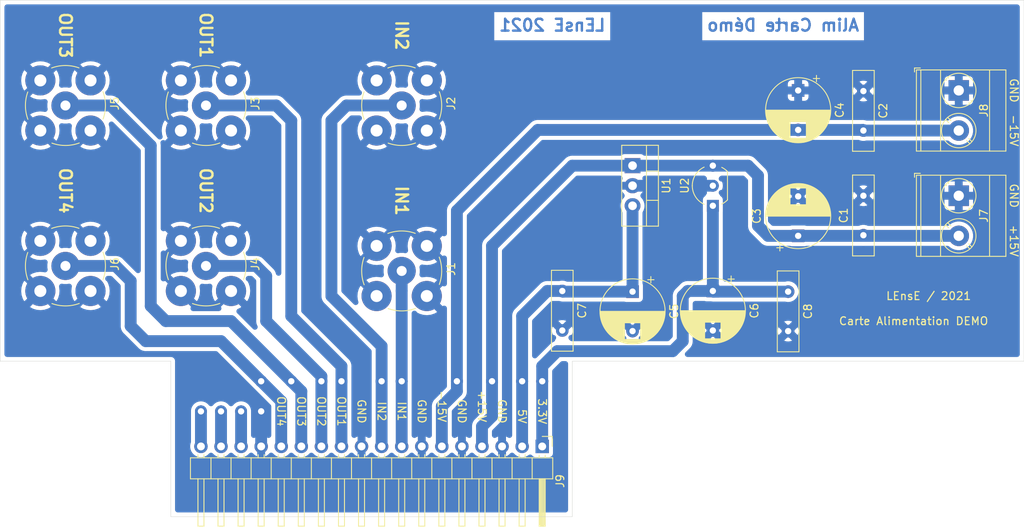
<source format=kicad_pcb>
(kicad_pcb (version 20171130) (host pcbnew "(5.0.1)-4")

  (general
    (thickness 1.6)
    (drawings 38)
    (tracks 100)
    (zones 0)
    (modules 19)
    (nets 15)
  )

  (page A4)
  (layers
    (0 F.Cu signal)
    (31 B.Cu signal)
    (32 B.Adhes user)
    (33 F.Adhes user)
    (34 B.Paste user)
    (35 F.Paste user)
    (36 B.SilkS user)
    (37 F.SilkS user)
    (38 B.Mask user)
    (39 F.Mask user)
    (40 Dwgs.User user)
    (41 Cmts.User user)
    (42 Eco1.User user)
    (43 Eco2.User user)
    (44 Edge.Cuts user)
    (45 Margin user)
    (46 B.CrtYd user)
    (47 F.CrtYd user)
    (48 B.Fab user)
    (49 F.Fab user)
  )

  (setup
    (last_trace_width 0.25)
    (user_trace_width 1.5)
    (trace_clearance 0.2)
    (zone_clearance 0.508)
    (zone_45_only no)
    (trace_min 0.2)
    (segment_width 0.2)
    (edge_width 0.05)
    (via_size 0.8)
    (via_drill 0.4)
    (via_min_size 0.4)
    (via_min_drill 0.3)
    (user_via 1.5 0.8)
    (uvia_size 0.3)
    (uvia_drill 0.1)
    (uvias_allowed no)
    (uvia_min_size 0.2)
    (uvia_min_drill 0.1)
    (pcb_text_width 0.3)
    (pcb_text_size 1.5 1.5)
    (mod_edge_width 0.12)
    (mod_text_size 1 1)
    (mod_text_width 0.15)
    (pad_size 1.524 1.524)
    (pad_drill 0.762)
    (pad_to_mask_clearance 0.05)
    (solder_mask_min_width 0.25)
    (aux_axis_origin 0 0)
    (visible_elements 7FFFFFFF)
    (pcbplotparams
      (layerselection 0x010fc_ffffffff)
      (usegerberextensions false)
      (usegerberattributes true)
      (usegerberadvancedattributes true)
      (creategerberjobfile true)
      (excludeedgelayer true)
      (linewidth 0.100000)
      (plotframeref false)
      (viasonmask false)
      (mode 1)
      (useauxorigin false)
      (hpglpennumber 1)
      (hpglpenspeed 20)
      (hpglpendiameter 15.000000)
      (psnegative false)
      (psa4output false)
      (plotreference true)
      (plotvalue true)
      (plotinvisibletext false)
      (padsonsilk false)
      (subtractmaskfromsilk false)
      (outputformat 1)
      (mirror false)
      (drillshape 0)
      (scaleselection 1)
      (outputdirectory "alimDemo_gerber"))
  )

  (net 0 "")
  (net 1 +15V)
  (net 2 GND)
  (net 3 5V)
  (net 4 3.3V)
  (net 5 IN1)
  (net 6 IN2)
  (net 7 OUT1)
  (net 8 OUT2)
  (net 9 OUT3)
  (net 10 OUT4)
  (net 11 -15V)
  (net 12 SEL1)
  (net 13 SEL2)
  (net 14 SEL3)

  (net_class Default "This is the default net class."
    (clearance 0.2)
    (trace_width 0.25)
    (via_dia 0.8)
    (via_drill 0.4)
    (uvia_dia 0.3)
    (uvia_drill 0.1)
    (add_net +15V)
    (add_net -15V)
    (add_net 3.3V)
    (add_net 5V)
    (add_net GND)
    (add_net IN1)
    (add_net IN2)
    (add_net OUT1)
    (add_net OUT2)
    (add_net OUT3)
    (add_net OUT4)
    (add_net SEL1)
    (add_net SEL2)
    (add_net SEL3)
  )

  (module Connector_Coaxial:BNC_TEConnectivity_1478204_Vertical (layer F.Cu) (tedit 5A1DBFC1) (tstamp 604B9FAE)
    (at 170.18 83.82 270)
    (descr "BNC female PCB mount 4 pin straight chassis connector http://www.te.com/usa-en/product-1-1478204-0.html")
    (tags "BNC female PCB mount 4 pin straight chassis connector ")
    (path /604B22C5)
    (fp_text reference J1 (at -0.25 -6.25 270) (layer F.SilkS)
      (effects (font (size 1 1) (thickness 0.15)))
    )
    (fp_text value IN1_BNC (at 0 6.5 270) (layer F.Fab)
      (effects (font (size 1 1) (thickness 0.15)))
    )
    (fp_arc (start 0 0) (end -1.75 -4.75) (angle 40) (layer F.SilkS) (width 0.12))
    (fp_arc (start 0 0) (end 4.75 -1.75) (angle 40) (layer F.SilkS) (width 0.12))
    (fp_arc (start 0 0) (end 1.75 4.75) (angle 40) (layer F.SilkS) (width 0.12))
    (fp_arc (start 0 0) (end -4.75 1.75) (angle 40) (layer F.SilkS) (width 0.12))
    (fp_text user %R (at 0 0 270) (layer F.Fab)
      (effects (font (size 1 1) (thickness 0.15)))
    )
    (fp_line (start 5.5 -5.5) (end 5.5 5.5) (layer F.CrtYd) (width 0.05))
    (fp_line (start 5.5 5.5) (end -5.5 5.5) (layer F.CrtYd) (width 0.05))
    (fp_line (start -5.5 5.5) (end -5.5 -5.5) (layer F.CrtYd) (width 0.05))
    (fp_line (start -5.5 -5.5) (end 5.5 -5.5) (layer F.CrtYd) (width 0.05))
    (fp_circle (center 0 0) (end 4.8 0) (layer F.Fab) (width 0.1))
    (pad 2 thru_hole circle (at 3.175 3.175 270) (size 3.81 3.81) (drill 1.524) (layers *.Cu *.Mask)
      (net 2 GND))
    (pad 2 thru_hole circle (at -3.175 3.175 270) (size 3.81 3.81) (drill 1.524) (layers *.Cu *.Mask)
      (net 2 GND))
    (pad 2 thru_hole circle (at 3.175 -3.175 270) (size 3.81 3.81) (drill 1.524) (layers *.Cu *.Mask)
      (net 2 GND))
    (pad 1 thru_hole circle (at 0 0 270) (size 3.556 3.556) (drill 1.27) (layers *.Cu *.Mask)
      (net 5 IN1))
    (pad 2 thru_hole circle (at -3.175 -3.175 270) (size 3.81 3.81) (drill 1.524) (layers *.Cu *.Mask)
      (net 2 GND))
    (model ${KISYS3DMOD}/Connector_Coaxial.3dshapes/BNC_TEConnectivity_1478204_Vertical.wrl
      (at (xyz 0 0 0))
      (scale (xyz 1 1 1))
      (rotate (xyz 0 0 0))
    )
  )

  (module Connector_Coaxial:BNC_TEConnectivity_1478204_Vertical (layer F.Cu) (tedit 5A1DBFC1) (tstamp 604B9FC1)
    (at 170.18 62.865 270)
    (descr "BNC female PCB mount 4 pin straight chassis connector http://www.te.com/usa-en/product-1-1478204-0.html")
    (tags "BNC female PCB mount 4 pin straight chassis connector ")
    (path /604B41F3)
    (fp_text reference J2 (at -0.25 -6.25 270) (layer F.SilkS)
      (effects (font (size 1 1) (thickness 0.15)))
    )
    (fp_text value IN2_BNC (at 0 6.5 270) (layer F.Fab)
      (effects (font (size 1 1) (thickness 0.15)))
    )
    (fp_circle (center 0 0) (end 4.8 0) (layer F.Fab) (width 0.1))
    (fp_line (start -5.5 -5.5) (end 5.5 -5.5) (layer F.CrtYd) (width 0.05))
    (fp_line (start -5.5 5.5) (end -5.5 -5.5) (layer F.CrtYd) (width 0.05))
    (fp_line (start 5.5 5.5) (end -5.5 5.5) (layer F.CrtYd) (width 0.05))
    (fp_line (start 5.5 -5.5) (end 5.5 5.5) (layer F.CrtYd) (width 0.05))
    (fp_text user %R (at 0 0 270) (layer F.Fab)
      (effects (font (size 1 1) (thickness 0.15)))
    )
    (fp_arc (start 0 0) (end -4.75 1.75) (angle 40) (layer F.SilkS) (width 0.12))
    (fp_arc (start 0 0) (end 1.75 4.75) (angle 40) (layer F.SilkS) (width 0.12))
    (fp_arc (start 0 0) (end 4.75 -1.75) (angle 40) (layer F.SilkS) (width 0.12))
    (fp_arc (start 0 0) (end -1.75 -4.75) (angle 40) (layer F.SilkS) (width 0.12))
    (pad 2 thru_hole circle (at -3.175 -3.175 270) (size 3.81 3.81) (drill 1.524) (layers *.Cu *.Mask)
      (net 2 GND))
    (pad 1 thru_hole circle (at 0 0 270) (size 3.556 3.556) (drill 1.27) (layers *.Cu *.Mask)
      (net 6 IN2))
    (pad 2 thru_hole circle (at 3.175 -3.175 270) (size 3.81 3.81) (drill 1.524) (layers *.Cu *.Mask)
      (net 2 GND))
    (pad 2 thru_hole circle (at -3.175 3.175 270) (size 3.81 3.81) (drill 1.524) (layers *.Cu *.Mask)
      (net 2 GND))
    (pad 2 thru_hole circle (at 3.175 3.175 270) (size 3.81 3.81) (drill 1.524) (layers *.Cu *.Mask)
      (net 2 GND))
    (model ${KISYS3DMOD}/Connector_Coaxial.3dshapes/BNC_TEConnectivity_1478204_Vertical.wrl
      (at (xyz 0 0 0))
      (scale (xyz 1 1 1))
      (rotate (xyz 0 0 0))
    )
  )

  (module Connector_Coaxial:BNC_TEConnectivity_1478204_Vertical (layer F.Cu) (tedit 5A1DBFC1) (tstamp 604B9FD4)
    (at 145.415 62.865 270)
    (descr "BNC female PCB mount 4 pin straight chassis connector http://www.te.com/usa-en/product-1-1478204-0.html")
    (tags "BNC female PCB mount 4 pin straight chassis connector ")
    (path /604C0165)
    (fp_text reference J3 (at -0.25 -6.25 270) (layer F.SilkS)
      (effects (font (size 1 1) (thickness 0.15)))
    )
    (fp_text value OUT1_BNC (at 0 6.5 270) (layer F.Fab)
      (effects (font (size 1 1) (thickness 0.15)))
    )
    (fp_circle (center 0 0) (end 4.8 0) (layer F.Fab) (width 0.1))
    (fp_line (start -5.5 -5.5) (end 5.5 -5.5) (layer F.CrtYd) (width 0.05))
    (fp_line (start -5.5 5.5) (end -5.5 -5.5) (layer F.CrtYd) (width 0.05))
    (fp_line (start 5.5 5.5) (end -5.5 5.5) (layer F.CrtYd) (width 0.05))
    (fp_line (start 5.5 -5.5) (end 5.5 5.5) (layer F.CrtYd) (width 0.05))
    (fp_text user %R (at 0 0 270) (layer F.Fab)
      (effects (font (size 1 1) (thickness 0.15)))
    )
    (fp_arc (start 0 0) (end -4.75 1.75) (angle 40) (layer F.SilkS) (width 0.12))
    (fp_arc (start 0 0) (end 1.75 4.75) (angle 40) (layer F.SilkS) (width 0.12))
    (fp_arc (start 0 0) (end 4.75 -1.75) (angle 40) (layer F.SilkS) (width 0.12))
    (fp_arc (start 0 0) (end -1.75 -4.75) (angle 40) (layer F.SilkS) (width 0.12))
    (pad 2 thru_hole circle (at -3.175 -3.175 270) (size 3.81 3.81) (drill 1.524) (layers *.Cu *.Mask)
      (net 2 GND))
    (pad 1 thru_hole circle (at 0 0 270) (size 3.556 3.556) (drill 1.27) (layers *.Cu *.Mask)
      (net 7 OUT1))
    (pad 2 thru_hole circle (at 3.175 -3.175 270) (size 3.81 3.81) (drill 1.524) (layers *.Cu *.Mask)
      (net 2 GND))
    (pad 2 thru_hole circle (at -3.175 3.175 270) (size 3.81 3.81) (drill 1.524) (layers *.Cu *.Mask)
      (net 2 GND))
    (pad 2 thru_hole circle (at 3.175 3.175 270) (size 3.81 3.81) (drill 1.524) (layers *.Cu *.Mask)
      (net 2 GND))
    (model ${KISYS3DMOD}/Connector_Coaxial.3dshapes/BNC_TEConnectivity_1478204_Vertical.wrl
      (at (xyz 0 0 0))
      (scale (xyz 1 1 1))
      (rotate (xyz 0 0 0))
    )
  )

  (module Connector_Coaxial:BNC_TEConnectivity_1478204_Vertical (layer F.Cu) (tedit 5A1DBFC1) (tstamp 604B9FE7)
    (at 145.415 83.185 270)
    (descr "BNC female PCB mount 4 pin straight chassis connector http://www.te.com/usa-en/product-1-1478204-0.html")
    (tags "BNC female PCB mount 4 pin straight chassis connector ")
    (path /604C016B)
    (fp_text reference J4 (at -0.25 -6.25 270) (layer F.SilkS)
      (effects (font (size 1 1) (thickness 0.15)))
    )
    (fp_text value OUT2_BNC (at 0 6.5 270) (layer F.Fab)
      (effects (font (size 1 1) (thickness 0.15)))
    )
    (fp_arc (start 0 0) (end -1.75 -4.75) (angle 40) (layer F.SilkS) (width 0.12))
    (fp_arc (start 0 0) (end 4.75 -1.75) (angle 40) (layer F.SilkS) (width 0.12))
    (fp_arc (start 0 0) (end 1.75 4.75) (angle 40) (layer F.SilkS) (width 0.12))
    (fp_arc (start 0 0) (end -4.75 1.75) (angle 40) (layer F.SilkS) (width 0.12))
    (fp_text user %R (at 0 0 270) (layer F.Fab)
      (effects (font (size 1 1) (thickness 0.15)))
    )
    (fp_line (start 5.5 -5.5) (end 5.5 5.5) (layer F.CrtYd) (width 0.05))
    (fp_line (start 5.5 5.5) (end -5.5 5.5) (layer F.CrtYd) (width 0.05))
    (fp_line (start -5.5 5.5) (end -5.5 -5.5) (layer F.CrtYd) (width 0.05))
    (fp_line (start -5.5 -5.5) (end 5.5 -5.5) (layer F.CrtYd) (width 0.05))
    (fp_circle (center 0 0) (end 4.8 0) (layer F.Fab) (width 0.1))
    (pad 2 thru_hole circle (at 3.175 3.175 270) (size 3.81 3.81) (drill 1.524) (layers *.Cu *.Mask)
      (net 2 GND))
    (pad 2 thru_hole circle (at -3.175 3.175 270) (size 3.81 3.81) (drill 1.524) (layers *.Cu *.Mask)
      (net 2 GND))
    (pad 2 thru_hole circle (at 3.175 -3.175 270) (size 3.81 3.81) (drill 1.524) (layers *.Cu *.Mask)
      (net 2 GND))
    (pad 1 thru_hole circle (at 0 0 270) (size 3.556 3.556) (drill 1.27) (layers *.Cu *.Mask)
      (net 8 OUT2))
    (pad 2 thru_hole circle (at -3.175 -3.175 270) (size 3.81 3.81) (drill 1.524) (layers *.Cu *.Mask)
      (net 2 GND))
    (model ${KISYS3DMOD}/Connector_Coaxial.3dshapes/BNC_TEConnectivity_1478204_Vertical.wrl
      (at (xyz 0 0 0))
      (scale (xyz 1 1 1))
      (rotate (xyz 0 0 0))
    )
  )

  (module Connector_Coaxial:BNC_TEConnectivity_1478204_Vertical (layer F.Cu) (tedit 5A1DBFC1) (tstamp 604B9FFA)
    (at 127.635 62.865 270)
    (descr "BNC female PCB mount 4 pin straight chassis connector http://www.te.com/usa-en/product-1-1478204-0.html")
    (tags "BNC female PCB mount 4 pin straight chassis connector ")
    (path /604C15A9)
    (fp_text reference J5 (at -0.25 -6.25 270) (layer F.SilkS)
      (effects (font (size 1 1) (thickness 0.15)))
    )
    (fp_text value OUT3_BNC (at 0 6.5 270) (layer F.Fab)
      (effects (font (size 1 1) (thickness 0.15)))
    )
    (fp_circle (center 0 0) (end 4.8 0) (layer F.Fab) (width 0.1))
    (fp_line (start -5.5 -5.5) (end 5.5 -5.5) (layer F.CrtYd) (width 0.05))
    (fp_line (start -5.5 5.5) (end -5.5 -5.5) (layer F.CrtYd) (width 0.05))
    (fp_line (start 5.5 5.5) (end -5.5 5.5) (layer F.CrtYd) (width 0.05))
    (fp_line (start 5.5 -5.5) (end 5.5 5.5) (layer F.CrtYd) (width 0.05))
    (fp_text user %R (at 0 0 270) (layer F.Fab)
      (effects (font (size 1 1) (thickness 0.15)))
    )
    (fp_arc (start 0 0) (end -4.75 1.75) (angle 40) (layer F.SilkS) (width 0.12))
    (fp_arc (start 0 0) (end 1.75 4.75) (angle 40) (layer F.SilkS) (width 0.12))
    (fp_arc (start 0 0) (end 4.75 -1.75) (angle 40) (layer F.SilkS) (width 0.12))
    (fp_arc (start 0 0) (end -1.75 -4.75) (angle 40) (layer F.SilkS) (width 0.12))
    (pad 2 thru_hole circle (at -3.175 -3.175 270) (size 3.81 3.81) (drill 1.524) (layers *.Cu *.Mask)
      (net 2 GND))
    (pad 1 thru_hole circle (at 0 0 270) (size 3.556 3.556) (drill 1.27) (layers *.Cu *.Mask)
      (net 9 OUT3))
    (pad 2 thru_hole circle (at 3.175 -3.175 270) (size 3.81 3.81) (drill 1.524) (layers *.Cu *.Mask)
      (net 2 GND))
    (pad 2 thru_hole circle (at -3.175 3.175 270) (size 3.81 3.81) (drill 1.524) (layers *.Cu *.Mask)
      (net 2 GND))
    (pad 2 thru_hole circle (at 3.175 3.175 270) (size 3.81 3.81) (drill 1.524) (layers *.Cu *.Mask)
      (net 2 GND))
    (model ${KISYS3DMOD}/Connector_Coaxial.3dshapes/BNC_TEConnectivity_1478204_Vertical.wrl
      (at (xyz 0 0 0))
      (scale (xyz 1 1 1))
      (rotate (xyz 0 0 0))
    )
  )

  (module Connector_Coaxial:BNC_TEConnectivity_1478204_Vertical (layer F.Cu) (tedit 5A1DBFC1) (tstamp 604BB9E6)
    (at 127.635 83.185 270)
    (descr "BNC female PCB mount 4 pin straight chassis connector http://www.te.com/usa-en/product-1-1478204-0.html")
    (tags "BNC female PCB mount 4 pin straight chassis connector ")
    (path /604C15AF)
    (fp_text reference J6 (at -0.25 -6.25 270) (layer F.SilkS)
      (effects (font (size 1 1) (thickness 0.15)))
    )
    (fp_text value OUT4_BNC (at 0 6.5 270) (layer F.Fab)
      (effects (font (size 1 1) (thickness 0.15)))
    )
    (fp_arc (start 0 0) (end -1.75 -4.75) (angle 40) (layer F.SilkS) (width 0.12))
    (fp_arc (start 0 0) (end 4.75 -1.75) (angle 40) (layer F.SilkS) (width 0.12))
    (fp_arc (start 0 0) (end 1.75 4.75) (angle 40) (layer F.SilkS) (width 0.12))
    (fp_arc (start 0 0) (end -4.75 1.75) (angle 40) (layer F.SilkS) (width 0.12))
    (fp_text user %R (at 0 0 270) (layer F.Fab)
      (effects (font (size 1 1) (thickness 0.15)))
    )
    (fp_line (start 5.5 -5.5) (end 5.5 5.5) (layer F.CrtYd) (width 0.05))
    (fp_line (start 5.5 5.5) (end -5.5 5.5) (layer F.CrtYd) (width 0.05))
    (fp_line (start -5.5 5.5) (end -5.5 -5.5) (layer F.CrtYd) (width 0.05))
    (fp_line (start -5.5 -5.5) (end 5.5 -5.5) (layer F.CrtYd) (width 0.05))
    (fp_circle (center 0 0) (end 4.8 0) (layer F.Fab) (width 0.1))
    (pad 2 thru_hole circle (at 3.175 3.175 270) (size 3.81 3.81) (drill 1.524) (layers *.Cu *.Mask)
      (net 2 GND))
    (pad 2 thru_hole circle (at -3.175 3.175 270) (size 3.81 3.81) (drill 1.524) (layers *.Cu *.Mask)
      (net 2 GND))
    (pad 2 thru_hole circle (at 3.175 -3.175 270) (size 3.81 3.81) (drill 1.524) (layers *.Cu *.Mask)
      (net 2 GND))
    (pad 1 thru_hole circle (at 0 0 270) (size 3.556 3.556) (drill 1.27) (layers *.Cu *.Mask)
      (net 10 OUT4))
    (pad 2 thru_hole circle (at -3.175 -3.175 270) (size 3.81 3.81) (drill 1.524) (layers *.Cu *.Mask)
      (net 2 GND))
    (model ${KISYS3DMOD}/Connector_Coaxial.3dshapes/BNC_TEConnectivity_1478204_Vertical.wrl
      (at (xyz 0 0 0))
      (scale (xyz 1 1 1))
      (rotate (xyz 0 0 0))
    )
  )

  (module TerminalBlock_Phoenix:TerminalBlock_Phoenix_MKDS-3-2-5.08_1x02_P5.08mm_Horizontal (layer F.Cu) (tedit 5B294F11) (tstamp 604BA039)
    (at 240.665 74.295 270)
    (descr "Terminal Block Phoenix MKDS-3-2-5.08, 2 pins, pitch 5.08mm, size 10.2x11.2mm^2, drill diamater 1.3mm, pad diameter 2.6mm, see http://www.farnell.com/datasheets/2138224.pdf, script-generated using https://github.com/pointhi/kicad-footprint-generator/scripts/TerminalBlock_Phoenix")
    (tags "THT Terminal Block Phoenix MKDS-3-2-5.08 pitch 5.08mm size 10.2x11.2mm^2 drill 1.3mm pad 2.6mm")
    (path /604E00B2)
    (fp_text reference J7 (at 2.54 -3.175 270) (layer F.SilkS)
      (effects (font (size 1 1) (thickness 0.15)))
    )
    (fp_text value Conn_01x02 (at 2.54 6.36 270) (layer F.Fab)
      (effects (font (size 1 1) (thickness 0.15)))
    )
    (fp_text user %R (at 2.54 3.1 270) (layer F.Fab)
      (effects (font (size 1 1) (thickness 0.15)))
    )
    (fp_circle (center 0 0) (end 2 0) (layer F.Fab) (width 0.1))
    (fp_circle (center 0 0) (end 2.18 0) (layer F.SilkS) (width 0.12))
    (fp_circle (center 5.08 0) (end 7.08 0) (layer F.Fab) (width 0.1))
    (fp_circle (center 5.08 0) (end 7.26 0) (layer F.SilkS) (width 0.12))
    (fp_line (start -2.54 -5.9) (end 7.62 -5.9) (layer F.Fab) (width 0.1))
    (fp_line (start 7.62 -5.9) (end 7.62 5.3) (layer F.Fab) (width 0.1))
    (fp_line (start 7.62 5.3) (end -2.04 5.3) (layer F.Fab) (width 0.1))
    (fp_line (start -2.04 5.3) (end -2.54 4.8) (layer F.Fab) (width 0.1))
    (fp_line (start -2.54 4.8) (end -2.54 -5.9) (layer F.Fab) (width 0.1))
    (fp_line (start -2.54 4.8) (end 7.62 4.8) (layer F.Fab) (width 0.1))
    (fp_line (start -2.6 4.8) (end 7.68 4.8) (layer F.SilkS) (width 0.12))
    (fp_line (start -2.54 2.3) (end 7.62 2.3) (layer F.Fab) (width 0.1))
    (fp_line (start -2.6 2.3) (end 7.68 2.3) (layer F.SilkS) (width 0.12))
    (fp_line (start -2.54 -3.9) (end 7.62 -3.9) (layer F.Fab) (width 0.1))
    (fp_line (start -2.6 -3.9) (end 7.68 -3.9) (layer F.SilkS) (width 0.12))
    (fp_line (start -2.6 -5.96) (end 7.68 -5.96) (layer F.SilkS) (width 0.12))
    (fp_line (start -2.6 5.36) (end 7.68 5.36) (layer F.SilkS) (width 0.12))
    (fp_line (start -2.6 -5.96) (end -2.6 5.36) (layer F.SilkS) (width 0.12))
    (fp_line (start 7.68 -5.96) (end 7.68 5.36) (layer F.SilkS) (width 0.12))
    (fp_line (start 1.517 -1.273) (end -1.273 1.517) (layer F.Fab) (width 0.1))
    (fp_line (start 1.273 -1.517) (end -1.517 1.273) (layer F.Fab) (width 0.1))
    (fp_line (start 1.654 -1.388) (end 1.547 -1.281) (layer F.SilkS) (width 0.12))
    (fp_line (start -1.282 1.547) (end -1.388 1.654) (layer F.SilkS) (width 0.12))
    (fp_line (start 1.388 -1.654) (end 1.281 -1.547) (layer F.SilkS) (width 0.12))
    (fp_line (start -1.548 1.281) (end -1.654 1.388) (layer F.SilkS) (width 0.12))
    (fp_line (start 6.597 -1.273) (end 3.808 1.517) (layer F.Fab) (width 0.1))
    (fp_line (start 6.353 -1.517) (end 3.564 1.273) (layer F.Fab) (width 0.1))
    (fp_line (start 6.734 -1.388) (end 6.339 -0.992) (layer F.SilkS) (width 0.12))
    (fp_line (start 4.073 1.274) (end 3.693 1.654) (layer F.SilkS) (width 0.12))
    (fp_line (start 6.468 -1.654) (end 6.088 -1.274) (layer F.SilkS) (width 0.12))
    (fp_line (start 3.822 0.992) (end 3.427 1.388) (layer F.SilkS) (width 0.12))
    (fp_line (start -2.84 4.86) (end -2.84 5.6) (layer F.SilkS) (width 0.12))
    (fp_line (start -2.84 5.6) (end -2.34 5.6) (layer F.SilkS) (width 0.12))
    (fp_line (start -3.04 -6.4) (end -3.04 5.8) (layer F.CrtYd) (width 0.05))
    (fp_line (start -3.04 5.8) (end 8.13 5.8) (layer F.CrtYd) (width 0.05))
    (fp_line (start 8.13 5.8) (end 8.13 -6.4) (layer F.CrtYd) (width 0.05))
    (fp_line (start 8.13 -6.4) (end -3.04 -6.4) (layer F.CrtYd) (width 0.05))
    (pad 2 thru_hole circle (at 5.08 0 270) (size 2.6 2.6) (drill 1.3) (layers *.Cu *.Mask)
      (net 1 +15V))
    (pad 1 thru_hole rect (at 0 0 270) (size 2.6 2.6) (drill 1.3) (layers *.Cu *.Mask)
      (net 2 GND))
    (model ${KISYS3DMOD}/TerminalBlock_Phoenix.3dshapes/TerminalBlock_Phoenix_MKDS-3-2-5.08_1x02_P5.08mm_Horizontal.wrl
      (at (xyz 0 0 0))
      (scale (xyz 1 1 1))
      (rotate (xyz 0 0 0))
    )
  )

  (module TerminalBlock_Phoenix:TerminalBlock_Phoenix_MKDS-3-2-5.08_1x02_P5.08mm_Horizontal (layer F.Cu) (tedit 5B294F11) (tstamp 604BA065)
    (at 240.665 60.96 270)
    (descr "Terminal Block Phoenix MKDS-3-2-5.08, 2 pins, pitch 5.08mm, size 10.2x11.2mm^2, drill diamater 1.3mm, pad diameter 2.6mm, see http://www.farnell.com/datasheets/2138224.pdf, script-generated using https://github.com/pointhi/kicad-footprint-generator/scripts/TerminalBlock_Phoenix")
    (tags "THT Terminal Block Phoenix MKDS-3-2-5.08 pitch 5.08mm size 10.2x11.2mm^2 drill 1.3mm pad 2.6mm")
    (path /604E1C26)
    (fp_text reference J8 (at 2.54 -3.175 270) (layer F.SilkS)
      (effects (font (size 1 1) (thickness 0.15)))
    )
    (fp_text value Conn_01x02 (at 2.54 6.36 270) (layer F.Fab)
      (effects (font (size 1 1) (thickness 0.15)))
    )
    (fp_line (start 8.13 -6.4) (end -3.04 -6.4) (layer F.CrtYd) (width 0.05))
    (fp_line (start 8.13 5.8) (end 8.13 -6.4) (layer F.CrtYd) (width 0.05))
    (fp_line (start -3.04 5.8) (end 8.13 5.8) (layer F.CrtYd) (width 0.05))
    (fp_line (start -3.04 -6.4) (end -3.04 5.8) (layer F.CrtYd) (width 0.05))
    (fp_line (start -2.84 5.6) (end -2.34 5.6) (layer F.SilkS) (width 0.12))
    (fp_line (start -2.84 4.86) (end -2.84 5.6) (layer F.SilkS) (width 0.12))
    (fp_line (start 3.822 0.992) (end 3.427 1.388) (layer F.SilkS) (width 0.12))
    (fp_line (start 6.468 -1.654) (end 6.088 -1.274) (layer F.SilkS) (width 0.12))
    (fp_line (start 4.073 1.274) (end 3.693 1.654) (layer F.SilkS) (width 0.12))
    (fp_line (start 6.734 -1.388) (end 6.339 -0.992) (layer F.SilkS) (width 0.12))
    (fp_line (start 6.353 -1.517) (end 3.564 1.273) (layer F.Fab) (width 0.1))
    (fp_line (start 6.597 -1.273) (end 3.808 1.517) (layer F.Fab) (width 0.1))
    (fp_line (start -1.548 1.281) (end -1.654 1.388) (layer F.SilkS) (width 0.12))
    (fp_line (start 1.388 -1.654) (end 1.281 -1.547) (layer F.SilkS) (width 0.12))
    (fp_line (start -1.282 1.547) (end -1.388 1.654) (layer F.SilkS) (width 0.12))
    (fp_line (start 1.654 -1.388) (end 1.547 -1.281) (layer F.SilkS) (width 0.12))
    (fp_line (start 1.273 -1.517) (end -1.517 1.273) (layer F.Fab) (width 0.1))
    (fp_line (start 1.517 -1.273) (end -1.273 1.517) (layer F.Fab) (width 0.1))
    (fp_line (start 7.68 -5.96) (end 7.68 5.36) (layer F.SilkS) (width 0.12))
    (fp_line (start -2.6 -5.96) (end -2.6 5.36) (layer F.SilkS) (width 0.12))
    (fp_line (start -2.6 5.36) (end 7.68 5.36) (layer F.SilkS) (width 0.12))
    (fp_line (start -2.6 -5.96) (end 7.68 -5.96) (layer F.SilkS) (width 0.12))
    (fp_line (start -2.6 -3.9) (end 7.68 -3.9) (layer F.SilkS) (width 0.12))
    (fp_line (start -2.54 -3.9) (end 7.62 -3.9) (layer F.Fab) (width 0.1))
    (fp_line (start -2.6 2.3) (end 7.68 2.3) (layer F.SilkS) (width 0.12))
    (fp_line (start -2.54 2.3) (end 7.62 2.3) (layer F.Fab) (width 0.1))
    (fp_line (start -2.6 4.8) (end 7.68 4.8) (layer F.SilkS) (width 0.12))
    (fp_line (start -2.54 4.8) (end 7.62 4.8) (layer F.Fab) (width 0.1))
    (fp_line (start -2.54 4.8) (end -2.54 -5.9) (layer F.Fab) (width 0.1))
    (fp_line (start -2.04 5.3) (end -2.54 4.8) (layer F.Fab) (width 0.1))
    (fp_line (start 7.62 5.3) (end -2.04 5.3) (layer F.Fab) (width 0.1))
    (fp_line (start 7.62 -5.9) (end 7.62 5.3) (layer F.Fab) (width 0.1))
    (fp_line (start -2.54 -5.9) (end 7.62 -5.9) (layer F.Fab) (width 0.1))
    (fp_circle (center 5.08 0) (end 7.26 0) (layer F.SilkS) (width 0.12))
    (fp_circle (center 5.08 0) (end 7.08 0) (layer F.Fab) (width 0.1))
    (fp_circle (center 0 0) (end 2.18 0) (layer F.SilkS) (width 0.12))
    (fp_circle (center 0 0) (end 2 0) (layer F.Fab) (width 0.1))
    (fp_text user %R (at 2.54 3.1 270) (layer F.Fab)
      (effects (font (size 1 1) (thickness 0.15)))
    )
    (pad 1 thru_hole rect (at 0 0 270) (size 2.6 2.6) (drill 1.3) (layers *.Cu *.Mask)
      (net 2 GND))
    (pad 2 thru_hole circle (at 5.08 0 270) (size 2.6 2.6) (drill 1.3) (layers *.Cu *.Mask)
      (net 11 -15V))
    (model ${KISYS3DMOD}/TerminalBlock_Phoenix.3dshapes/TerminalBlock_Phoenix_MKDS-3-2-5.08_1x02_P5.08mm_Horizontal.wrl
      (at (xyz 0 0 0))
      (scale (xyz 1 1 1))
      (rotate (xyz 0 0 0))
    )
  )

  (module Connector_PinHeader_2.54mm:PinHeader_1x18_P2.54mm_Horizontal (layer F.Cu) (tedit 59FED5CB) (tstamp 604BA168)
    (at 187.96 106.045 270)
    (descr "Through hole angled pin header, 1x18, 2.54mm pitch, 6mm pin length, single row")
    (tags "Through hole angled pin header THT 1x18 2.54mm single row")
    (path /604D7334)
    (fp_text reference J9 (at 4.385 -2.27 270) (layer F.SilkS)
      (effects (font (size 1 1) (thickness 0.15)))
    )
    (fp_text value Conn_01x18 (at 4.385 45.45 270) (layer F.Fab)
      (effects (font (size 1 1) (thickness 0.15)))
    )
    (fp_line (start 10.55 -1.8) (end -1.8 -1.8) (layer F.CrtYd) (width 0.05))
    (fp_line (start 10.55 44.95) (end 10.55 -1.8) (layer F.CrtYd) (width 0.05))
    (fp_line (start -1.8 44.95) (end 10.55 44.95) (layer F.CrtYd) (width 0.05))
    (fp_line (start -1.8 -1.8) (end -1.8 44.95) (layer F.CrtYd) (width 0.05))
    (fp_line (start -1.27 -1.27) (end 0 -1.27) (layer F.SilkS) (width 0.12))
    (fp_line (start -1.27 0) (end -1.27 -1.27) (layer F.SilkS) (width 0.12))
    (fp_line (start 1.042929 43.56) (end 1.44 43.56) (layer F.SilkS) (width 0.12))
    (fp_line (start 1.042929 42.8) (end 1.44 42.8) (layer F.SilkS) (width 0.12))
    (fp_line (start 10.1 43.56) (end 4.1 43.56) (layer F.SilkS) (width 0.12))
    (fp_line (start 10.1 42.8) (end 10.1 43.56) (layer F.SilkS) (width 0.12))
    (fp_line (start 4.1 42.8) (end 10.1 42.8) (layer F.SilkS) (width 0.12))
    (fp_line (start 1.44 41.91) (end 4.1 41.91) (layer F.SilkS) (width 0.12))
    (fp_line (start 1.042929 41.02) (end 1.44 41.02) (layer F.SilkS) (width 0.12))
    (fp_line (start 1.042929 40.26) (end 1.44 40.26) (layer F.SilkS) (width 0.12))
    (fp_line (start 10.1 41.02) (end 4.1 41.02) (layer F.SilkS) (width 0.12))
    (fp_line (start 10.1 40.26) (end 10.1 41.02) (layer F.SilkS) (width 0.12))
    (fp_line (start 4.1 40.26) (end 10.1 40.26) (layer F.SilkS) (width 0.12))
    (fp_line (start 1.44 39.37) (end 4.1 39.37) (layer F.SilkS) (width 0.12))
    (fp_line (start 1.042929 38.48) (end 1.44 38.48) (layer F.SilkS) (width 0.12))
    (fp_line (start 1.042929 37.72) (end 1.44 37.72) (layer F.SilkS) (width 0.12))
    (fp_line (start 10.1 38.48) (end 4.1 38.48) (layer F.SilkS) (width 0.12))
    (fp_line (start 10.1 37.72) (end 10.1 38.48) (layer F.SilkS) (width 0.12))
    (fp_line (start 4.1 37.72) (end 10.1 37.72) (layer F.SilkS) (width 0.12))
    (fp_line (start 1.44 36.83) (end 4.1 36.83) (layer F.SilkS) (width 0.12))
    (fp_line (start 1.042929 35.94) (end 1.44 35.94) (layer F.SilkS) (width 0.12))
    (fp_line (start 1.042929 35.18) (end 1.44 35.18) (layer F.SilkS) (width 0.12))
    (fp_line (start 10.1 35.94) (end 4.1 35.94) (layer F.SilkS) (width 0.12))
    (fp_line (start 10.1 35.18) (end 10.1 35.94) (layer F.SilkS) (width 0.12))
    (fp_line (start 4.1 35.18) (end 10.1 35.18) (layer F.SilkS) (width 0.12))
    (fp_line (start 1.44 34.29) (end 4.1 34.29) (layer F.SilkS) (width 0.12))
    (fp_line (start 1.042929 33.4) (end 1.44 33.4) (layer F.SilkS) (width 0.12))
    (fp_line (start 1.042929 32.64) (end 1.44 32.64) (layer F.SilkS) (width 0.12))
    (fp_line (start 10.1 33.4) (end 4.1 33.4) (layer F.SilkS) (width 0.12))
    (fp_line (start 10.1 32.64) (end 10.1 33.4) (layer F.SilkS) (width 0.12))
    (fp_line (start 4.1 32.64) (end 10.1 32.64) (layer F.SilkS) (width 0.12))
    (fp_line (start 1.44 31.75) (end 4.1 31.75) (layer F.SilkS) (width 0.12))
    (fp_line (start 1.042929 30.86) (end 1.44 30.86) (layer F.SilkS) (width 0.12))
    (fp_line (start 1.042929 30.1) (end 1.44 30.1) (layer F.SilkS) (width 0.12))
    (fp_line (start 10.1 30.86) (end 4.1 30.86) (layer F.SilkS) (width 0.12))
    (fp_line (start 10.1 30.1) (end 10.1 30.86) (layer F.SilkS) (width 0.12))
    (fp_line (start 4.1 30.1) (end 10.1 30.1) (layer F.SilkS) (width 0.12))
    (fp_line (start 1.44 29.21) (end 4.1 29.21) (layer F.SilkS) (width 0.12))
    (fp_line (start 1.042929 28.32) (end 1.44 28.32) (layer F.SilkS) (width 0.12))
    (fp_line (start 1.042929 27.56) (end 1.44 27.56) (layer F.SilkS) (width 0.12))
    (fp_line (start 10.1 28.32) (end 4.1 28.32) (layer F.SilkS) (width 0.12))
    (fp_line (start 10.1 27.56) (end 10.1 28.32) (layer F.SilkS) (width 0.12))
    (fp_line (start 4.1 27.56) (end 10.1 27.56) (layer F.SilkS) (width 0.12))
    (fp_line (start 1.44 26.67) (end 4.1 26.67) (layer F.SilkS) (width 0.12))
    (fp_line (start 1.042929 25.78) (end 1.44 25.78) (layer F.SilkS) (width 0.12))
    (fp_line (start 1.042929 25.02) (end 1.44 25.02) (layer F.SilkS) (width 0.12))
    (fp_line (start 10.1 25.78) (end 4.1 25.78) (layer F.SilkS) (width 0.12))
    (fp_line (start 10.1 25.02) (end 10.1 25.78) (layer F.SilkS) (width 0.12))
    (fp_line (start 4.1 25.02) (end 10.1 25.02) (layer F.SilkS) (width 0.12))
    (fp_line (start 1.44 24.13) (end 4.1 24.13) (layer F.SilkS) (width 0.12))
    (fp_line (start 1.042929 23.24) (end 1.44 23.24) (layer F.SilkS) (width 0.12))
    (fp_line (start 1.042929 22.48) (end 1.44 22.48) (layer F.SilkS) (width 0.12))
    (fp_line (start 10.1 23.24) (end 4.1 23.24) (layer F.SilkS) (width 0.12))
    (fp_line (start 10.1 22.48) (end 10.1 23.24) (layer F.SilkS) (width 0.12))
    (fp_line (start 4.1 22.48) (end 10.1 22.48) (layer F.SilkS) (width 0.12))
    (fp_line (start 1.44 21.59) (end 4.1 21.59) (layer F.SilkS) (width 0.12))
    (fp_line (start 1.042929 20.7) (end 1.44 20.7) (layer F.SilkS) (width 0.12))
    (fp_line (start 1.042929 19.94) (end 1.44 19.94) (layer F.SilkS) (width 0.12))
    (fp_line (start 10.1 20.7) (end 4.1 20.7) (layer F.SilkS) (width 0.12))
    (fp_line (start 10.1 19.94) (end 10.1 20.7) (layer F.SilkS) (width 0.12))
    (fp_line (start 4.1 19.94) (end 10.1 19.94) (layer F.SilkS) (width 0.12))
    (fp_line (start 1.44 19.05) (end 4.1 19.05) (layer F.SilkS) (width 0.12))
    (fp_line (start 1.042929 18.16) (end 1.44 18.16) (layer F.SilkS) (width 0.12))
    (fp_line (start 1.042929 17.4) (end 1.44 17.4) (layer F.SilkS) (width 0.12))
    (fp_line (start 10.1 18.16) (end 4.1 18.16) (layer F.SilkS) (width 0.12))
    (fp_line (start 10.1 17.4) (end 10.1 18.16) (layer F.SilkS) (width 0.12))
    (fp_line (start 4.1 17.4) (end 10.1 17.4) (layer F.SilkS) (width 0.12))
    (fp_line (start 1.44 16.51) (end 4.1 16.51) (layer F.SilkS) (width 0.12))
    (fp_line (start 1.042929 15.62) (end 1.44 15.62) (layer F.SilkS) (width 0.12))
    (fp_line (start 1.042929 14.86) (end 1.44 14.86) (layer F.SilkS) (width 0.12))
    (fp_line (start 10.1 15.62) (end 4.1 15.62) (layer F.SilkS) (width 0.12))
    (fp_line (start 10.1 14.86) (end 10.1 15.62) (layer F.SilkS) (width 0.12))
    (fp_line (start 4.1 14.86) (end 10.1 14.86) (layer F.SilkS) (width 0.12))
    (fp_line (start 1.44 13.97) (end 4.1 13.97) (layer F.SilkS) (width 0.12))
    (fp_line (start 1.042929 13.08) (end 1.44 13.08) (layer F.SilkS) (width 0.12))
    (fp_line (start 1.042929 12.32) (end 1.44 12.32) (layer F.SilkS) (width 0.12))
    (fp_line (start 10.1 13.08) (end 4.1 13.08) (layer F.SilkS) (width 0.12))
    (fp_line (start 10.1 12.32) (end 10.1 13.08) (layer F.SilkS) (width 0.12))
    (fp_line (start 4.1 12.32) (end 10.1 12.32) (layer F.SilkS) (width 0.12))
    (fp_line (start 1.44 11.43) (end 4.1 11.43) (layer F.SilkS) (width 0.12))
    (fp_line (start 1.042929 10.54) (end 1.44 10.54) (layer F.SilkS) (width 0.12))
    (fp_line (start 1.042929 9.78) (end 1.44 9.78) (layer F.SilkS) (width 0.12))
    (fp_line (start 10.1 10.54) (end 4.1 10.54) (layer F.SilkS) (width 0.12))
    (fp_line (start 10.1 9.78) (end 10.1 10.54) (layer F.SilkS) (width 0.12))
    (fp_line (start 4.1 9.78) (end 10.1 9.78) (layer F.SilkS) (width 0.12))
    (fp_line (start 1.44 8.89) (end 4.1 8.89) (layer F.SilkS) (width 0.12))
    (fp_line (start 1.042929 8) (end 1.44 8) (layer F.SilkS) (width 0.12))
    (fp_line (start 1.042929 7.24) (end 1.44 7.24) (layer F.SilkS) (width 0.12))
    (fp_line (start 10.1 8) (end 4.1 8) (layer F.SilkS) (width 0.12))
    (fp_line (start 10.1 7.24) (end 10.1 8) (layer F.SilkS) (width 0.12))
    (fp_line (start 4.1 7.24) (end 10.1 7.24) (layer F.SilkS) (width 0.12))
    (fp_line (start 1.44 6.35) (end 4.1 6.35) (layer F.SilkS) (width 0.12))
    (fp_line (start 1.042929 5.46) (end 1.44 5.46) (layer F.SilkS) (width 0.12))
    (fp_line (start 1.042929 4.7) (end 1.44 4.7) (layer F.SilkS) (width 0.12))
    (fp_line (start 10.1 5.46) (end 4.1 5.46) (layer F.SilkS) (width 0.12))
    (fp_line (start 10.1 4.7) (end 10.1 5.46) (layer F.SilkS) (width 0.12))
    (fp_line (start 4.1 4.7) (end 10.1 4.7) (layer F.SilkS) (width 0.12))
    (fp_line (start 1.44 3.81) (end 4.1 3.81) (layer F.SilkS) (width 0.12))
    (fp_line (start 1.042929 2.92) (end 1.44 2.92) (layer F.SilkS) (width 0.12))
    (fp_line (start 1.042929 2.16) (end 1.44 2.16) (layer F.SilkS) (width 0.12))
    (fp_line (start 10.1 2.92) (end 4.1 2.92) (layer F.SilkS) (width 0.12))
    (fp_line (start 10.1 2.16) (end 10.1 2.92) (layer F.SilkS) (width 0.12))
    (fp_line (start 4.1 2.16) (end 10.1 2.16) (layer F.SilkS) (width 0.12))
    (fp_line (start 1.44 1.27) (end 4.1 1.27) (layer F.SilkS) (width 0.12))
    (fp_line (start 1.11 0.38) (end 1.44 0.38) (layer F.SilkS) (width 0.12))
    (fp_line (start 1.11 -0.38) (end 1.44 -0.38) (layer F.SilkS) (width 0.12))
    (fp_line (start 4.1 0.28) (end 10.1 0.28) (layer F.SilkS) (width 0.12))
    (fp_line (start 4.1 0.16) (end 10.1 0.16) (layer F.SilkS) (width 0.12))
    (fp_line (start 4.1 0.04) (end 10.1 0.04) (layer F.SilkS) (width 0.12))
    (fp_line (start 4.1 -0.08) (end 10.1 -0.08) (layer F.SilkS) (width 0.12))
    (fp_line (start 4.1 -0.2) (end 10.1 -0.2) (layer F.SilkS) (width 0.12))
    (fp_line (start 4.1 -0.32) (end 10.1 -0.32) (layer F.SilkS) (width 0.12))
    (fp_line (start 10.1 0.38) (end 4.1 0.38) (layer F.SilkS) (width 0.12))
    (fp_line (start 10.1 -0.38) (end 10.1 0.38) (layer F.SilkS) (width 0.12))
    (fp_line (start 4.1 -0.38) (end 10.1 -0.38) (layer F.SilkS) (width 0.12))
    (fp_line (start 4.1 -1.33) (end 1.44 -1.33) (layer F.SilkS) (width 0.12))
    (fp_line (start 4.1 44.51) (end 4.1 -1.33) (layer F.SilkS) (width 0.12))
    (fp_line (start 1.44 44.51) (end 4.1 44.51) (layer F.SilkS) (width 0.12))
    (fp_line (start 1.44 -1.33) (end 1.44 44.51) (layer F.SilkS) (width 0.12))
    (fp_line (start 4.04 43.5) (end 10.04 43.5) (layer F.Fab) (width 0.1))
    (fp_line (start 10.04 42.86) (end 10.04 43.5) (layer F.Fab) (width 0.1))
    (fp_line (start 4.04 42.86) (end 10.04 42.86) (layer F.Fab) (width 0.1))
    (fp_line (start -0.32 43.5) (end 1.5 43.5) (layer F.Fab) (width 0.1))
    (fp_line (start -0.32 42.86) (end -0.32 43.5) (layer F.Fab) (width 0.1))
    (fp_line (start -0.32 42.86) (end 1.5 42.86) (layer F.Fab) (width 0.1))
    (fp_line (start 4.04 40.96) (end 10.04 40.96) (layer F.Fab) (width 0.1))
    (fp_line (start 10.04 40.32) (end 10.04 40.96) (layer F.Fab) (width 0.1))
    (fp_line (start 4.04 40.32) (end 10.04 40.32) (layer F.Fab) (width 0.1))
    (fp_line (start -0.32 40.96) (end 1.5 40.96) (layer F.Fab) (width 0.1))
    (fp_line (start -0.32 40.32) (end -0.32 40.96) (layer F.Fab) (width 0.1))
    (fp_line (start -0.32 40.32) (end 1.5 40.32) (layer F.Fab) (width 0.1))
    (fp_line (start 4.04 38.42) (end 10.04 38.42) (layer F.Fab) (width 0.1))
    (fp_line (start 10.04 37.78) (end 10.04 38.42) (layer F.Fab) (width 0.1))
    (fp_line (start 4.04 37.78) (end 10.04 37.78) (layer F.Fab) (width 0.1))
    (fp_line (start -0.32 38.42) (end 1.5 38.42) (layer F.Fab) (width 0.1))
    (fp_line (start -0.32 37.78) (end -0.32 38.42) (layer F.Fab) (width 0.1))
    (fp_line (start -0.32 37.78) (end 1.5 37.78) (layer F.Fab) (width 0.1))
    (fp_line (start 4.04 35.88) (end 10.04 35.88) (layer F.Fab) (width 0.1))
    (fp_line (start 10.04 35.24) (end 10.04 35.88) (layer F.Fab) (width 0.1))
    (fp_line (start 4.04 35.24) (end 10.04 35.24) (layer F.Fab) (width 0.1))
    (fp_line (start -0.32 35.88) (end 1.5 35.88) (layer F.Fab) (width 0.1))
    (fp_line (start -0.32 35.24) (end -0.32 35.88) (layer F.Fab) (width 0.1))
    (fp_line (start -0.32 35.24) (end 1.5 35.24) (layer F.Fab) (width 0.1))
    (fp_line (start 4.04 33.34) (end 10.04 33.34) (layer F.Fab) (width 0.1))
    (fp_line (start 10.04 32.7) (end 10.04 33.34) (layer F.Fab) (width 0.1))
    (fp_line (start 4.04 32.7) (end 10.04 32.7) (layer F.Fab) (width 0.1))
    (fp_line (start -0.32 33.34) (end 1.5 33.34) (layer F.Fab) (width 0.1))
    (fp_line (start -0.32 32.7) (end -0.32 33.34) (layer F.Fab) (width 0.1))
    (fp_line (start -0.32 32.7) (end 1.5 32.7) (layer F.Fab) (width 0.1))
    (fp_line (start 4.04 30.8) (end 10.04 30.8) (layer F.Fab) (width 0.1))
    (fp_line (start 10.04 30.16) (end 10.04 30.8) (layer F.Fab) (width 0.1))
    (fp_line (start 4.04 30.16) (end 10.04 30.16) (layer F.Fab) (width 0.1))
    (fp_line (start -0.32 30.8) (end 1.5 30.8) (layer F.Fab) (width 0.1))
    (fp_line (start -0.32 30.16) (end -0.32 30.8) (layer F.Fab) (width 0.1))
    (fp_line (start -0.32 30.16) (end 1.5 30.16) (layer F.Fab) (width 0.1))
    (fp_line (start 4.04 28.26) (end 10.04 28.26) (layer F.Fab) (width 0.1))
    (fp_line (start 10.04 27.62) (end 10.04 28.26) (layer F.Fab) (width 0.1))
    (fp_line (start 4.04 27.62) (end 10.04 27.62) (layer F.Fab) (width 0.1))
    (fp_line (start -0.32 28.26) (end 1.5 28.26) (layer F.Fab) (width 0.1))
    (fp_line (start -0.32 27.62) (end -0.32 28.26) (layer F.Fab) (width 0.1))
    (fp_line (start -0.32 27.62) (end 1.5 27.62) (layer F.Fab) (width 0.1))
    (fp_line (start 4.04 25.72) (end 10.04 25.72) (layer F.Fab) (width 0.1))
    (fp_line (start 10.04 25.08) (end 10.04 25.72) (layer F.Fab) (width 0.1))
    (fp_line (start 4.04 25.08) (end 10.04 25.08) (layer F.Fab) (width 0.1))
    (fp_line (start -0.32 25.72) (end 1.5 25.72) (layer F.Fab) (width 0.1))
    (fp_line (start -0.32 25.08) (end -0.32 25.72) (layer F.Fab) (width 0.1))
    (fp_line (start -0.32 25.08) (end 1.5 25.08) (layer F.Fab) (width 0.1))
    (fp_line (start 4.04 23.18) (end 10.04 23.18) (layer F.Fab) (width 0.1))
    (fp_line (start 10.04 22.54) (end 10.04 23.18) (layer F.Fab) (width 0.1))
    (fp_line (start 4.04 22.54) (end 10.04 22.54) (layer F.Fab) (width 0.1))
    (fp_line (start -0.32 23.18) (end 1.5 23.18) (layer F.Fab) (width 0.1))
    (fp_line (start -0.32 22.54) (end -0.32 23.18) (layer F.Fab) (width 0.1))
    (fp_line (start -0.32 22.54) (end 1.5 22.54) (layer F.Fab) (width 0.1))
    (fp_line (start 4.04 20.64) (end 10.04 20.64) (layer F.Fab) (width 0.1))
    (fp_line (start 10.04 20) (end 10.04 20.64) (layer F.Fab) (width 0.1))
    (fp_line (start 4.04 20) (end 10.04 20) (layer F.Fab) (width 0.1))
    (fp_line (start -0.32 20.64) (end 1.5 20.64) (layer F.Fab) (width 0.1))
    (fp_line (start -0.32 20) (end -0.32 20.64) (layer F.Fab) (width 0.1))
    (fp_line (start -0.32 20) (end 1.5 20) (layer F.Fab) (width 0.1))
    (fp_line (start 4.04 18.1) (end 10.04 18.1) (layer F.Fab) (width 0.1))
    (fp_line (start 10.04 17.46) (end 10.04 18.1) (layer F.Fab) (width 0.1))
    (fp_line (start 4.04 17.46) (end 10.04 17.46) (layer F.Fab) (width 0.1))
    (fp_line (start -0.32 18.1) (end 1.5 18.1) (layer F.Fab) (width 0.1))
    (fp_line (start -0.32 17.46) (end -0.32 18.1) (layer F.Fab) (width 0.1))
    (fp_line (start -0.32 17.46) (end 1.5 17.46) (layer F.Fab) (width 0.1))
    (fp_line (start 4.04 15.56) (end 10.04 15.56) (layer F.Fab) (width 0.1))
    (fp_line (start 10.04 14.92) (end 10.04 15.56) (layer F.Fab) (width 0.1))
    (fp_line (start 4.04 14.92) (end 10.04 14.92) (layer F.Fab) (width 0.1))
    (fp_line (start -0.32 15.56) (end 1.5 15.56) (layer F.Fab) (width 0.1))
    (fp_line (start -0.32 14.92) (end -0.32 15.56) (layer F.Fab) (width 0.1))
    (fp_line (start -0.32 14.92) (end 1.5 14.92) (layer F.Fab) (width 0.1))
    (fp_line (start 4.04 13.02) (end 10.04 13.02) (layer F.Fab) (width 0.1))
    (fp_line (start 10.04 12.38) (end 10.04 13.02) (layer F.Fab) (width 0.1))
    (fp_line (start 4.04 12.38) (end 10.04 12.38) (layer F.Fab) (width 0.1))
    (fp_line (start -0.32 13.02) (end 1.5 13.02) (layer F.Fab) (width 0.1))
    (fp_line (start -0.32 12.38) (end -0.32 13.02) (layer F.Fab) (width 0.1))
    (fp_line (start -0.32 12.38) (end 1.5 12.38) (layer F.Fab) (width 0.1))
    (fp_line (start 4.04 10.48) (end 10.04 10.48) (layer F.Fab) (width 0.1))
    (fp_line (start 10.04 9.84) (end 10.04 10.48) (layer F.Fab) (width 0.1))
    (fp_line (start 4.04 9.84) (end 10.04 9.84) (layer F.Fab) (width 0.1))
    (fp_line (start -0.32 10.48) (end 1.5 10.48) (layer F.Fab) (width 0.1))
    (fp_line (start -0.32 9.84) (end -0.32 10.48) (layer F.Fab) (width 0.1))
    (fp_line (start -0.32 9.84) (end 1.5 9.84) (layer F.Fab) (width 0.1))
    (fp_line (start 4.04 7.94) (end 10.04 7.94) (layer F.Fab) (width 0.1))
    (fp_line (start 10.04 7.3) (end 10.04 7.94) (layer F.Fab) (width 0.1))
    (fp_line (start 4.04 7.3) (end 10.04 7.3) (layer F.Fab) (width 0.1))
    (fp_line (start -0.32 7.94) (end 1.5 7.94) (layer F.Fab) (width 0.1))
    (fp_line (start -0.32 7.3) (end -0.32 7.94) (layer F.Fab) (width 0.1))
    (fp_line (start -0.32 7.3) (end 1.5 7.3) (layer F.Fab) (width 0.1))
    (fp_line (start 4.04 5.4) (end 10.04 5.4) (layer F.Fab) (width 0.1))
    (fp_line (start 10.04 4.76) (end 10.04 5.4) (layer F.Fab) (width 0.1))
    (fp_line (start 4.04 4.76) (end 10.04 4.76) (layer F.Fab) (width 0.1))
    (fp_line (start -0.32 5.4) (end 1.5 5.4) (layer F.Fab) (width 0.1))
    (fp_line (start -0.32 4.76) (end -0.32 5.4) (layer F.Fab) (width 0.1))
    (fp_line (start -0.32 4.76) (end 1.5 4.76) (layer F.Fab) (width 0.1))
    (fp_line (start 4.04 2.86) (end 10.04 2.86) (layer F.Fab) (width 0.1))
    (fp_line (start 10.04 2.22) (end 10.04 2.86) (layer F.Fab) (width 0.1))
    (fp_line (start 4.04 2.22) (end 10.04 2.22) (layer F.Fab) (width 0.1))
    (fp_line (start -0.32 2.86) (end 1.5 2.86) (layer F.Fab) (width 0.1))
    (fp_line (start -0.32 2.22) (end -0.32 2.86) (layer F.Fab) (width 0.1))
    (fp_line (start -0.32 2.22) (end 1.5 2.22) (layer F.Fab) (width 0.1))
    (fp_line (start 4.04 0.32) (end 10.04 0.32) (layer F.Fab) (width 0.1))
    (fp_line (start 10.04 -0.32) (end 10.04 0.32) (layer F.Fab) (width 0.1))
    (fp_line (start 4.04 -0.32) (end 10.04 -0.32) (layer F.Fab) (width 0.1))
    (fp_line (start -0.32 0.32) (end 1.5 0.32) (layer F.Fab) (width 0.1))
    (fp_line (start -0.32 -0.32) (end -0.32 0.32) (layer F.Fab) (width 0.1))
    (fp_line (start -0.32 -0.32) (end 1.5 -0.32) (layer F.Fab) (width 0.1))
    (fp_line (start 1.5 -0.635) (end 2.135 -1.27) (layer F.Fab) (width 0.1))
    (fp_line (start 1.5 44.45) (end 1.5 -0.635) (layer F.Fab) (width 0.1))
    (fp_line (start 4.04 44.45) (end 1.5 44.45) (layer F.Fab) (width 0.1))
    (fp_line (start 4.04 -1.27) (end 4.04 44.45) (layer F.Fab) (width 0.1))
    (fp_line (start 2.135 -1.27) (end 4.04 -1.27) (layer F.Fab) (width 0.1))
    (fp_text user %R (at 2.77 21.59) (layer F.Fab)
      (effects (font (size 1 1) (thickness 0.15)))
    )
    (pad 1 thru_hole rect (at 0 0 270) (size 1.7 1.7) (drill 1) (layers *.Cu *.Mask)
      (net 4 3.3V))
    (pad 2 thru_hole oval (at 0 2.54 270) (size 1.7 1.7) (drill 1) (layers *.Cu *.Mask)
      (net 3 5V))
    (pad 3 thru_hole oval (at 0 5.08 270) (size 1.7 1.7) (drill 1) (layers *.Cu *.Mask)
      (net 2 GND))
    (pad 4 thru_hole oval (at 0 7.62 270) (size 1.7 1.7) (drill 1) (layers *.Cu *.Mask)
      (net 1 +15V))
    (pad 5 thru_hole oval (at 0 10.16 270) (size 1.7 1.7) (drill 1) (layers *.Cu *.Mask)
      (net 2 GND))
    (pad 6 thru_hole oval (at 0 12.7 270) (size 1.7 1.7) (drill 1) (layers *.Cu *.Mask)
      (net 11 -15V))
    (pad 7 thru_hole oval (at 0 15.24 270) (size 1.7 1.7) (drill 1) (layers *.Cu *.Mask)
      (net 2 GND))
    (pad 8 thru_hole oval (at 0 17.78 270) (size 1.7 1.7) (drill 1) (layers *.Cu *.Mask)
      (net 5 IN1))
    (pad 9 thru_hole oval (at 0 20.32 270) (size 1.7 1.7) (drill 1) (layers *.Cu *.Mask)
      (net 6 IN2))
    (pad 10 thru_hole oval (at 0 22.86 270) (size 1.7 1.7) (drill 1) (layers *.Cu *.Mask)
      (net 2 GND))
    (pad 11 thru_hole oval (at 0 25.4 270) (size 1.7 1.7) (drill 1) (layers *.Cu *.Mask)
      (net 7 OUT1))
    (pad 12 thru_hole oval (at 0 27.94 270) (size 1.7 1.7) (drill 1) (layers *.Cu *.Mask)
      (net 8 OUT2))
    (pad 13 thru_hole oval (at 0 30.48 270) (size 1.7 1.7) (drill 1) (layers *.Cu *.Mask)
      (net 9 OUT3))
    (pad 14 thru_hole oval (at 0 33.02 270) (size 1.7 1.7) (drill 1) (layers *.Cu *.Mask)
      (net 10 OUT4))
    (pad 15 thru_hole oval (at 0 35.56 270) (size 1.7 1.7) (drill 1) (layers *.Cu *.Mask)
      (net 2 GND))
    (pad 16 thru_hole oval (at 0 38.1 270) (size 1.7 1.7) (drill 1) (layers *.Cu *.Mask)
      (net 12 SEL1))
    (pad 17 thru_hole oval (at 0 40.64 270) (size 1.7 1.7) (drill 1) (layers *.Cu *.Mask)
      (net 13 SEL2))
    (pad 18 thru_hole oval (at 0 43.18 270) (size 1.7 1.7) (drill 1) (layers *.Cu *.Mask)
      (net 14 SEL3))
    (model ${KISYS3DMOD}/Connector_PinHeader_2.54mm.3dshapes/PinHeader_1x18_P2.54mm_Horizontal.wrl
      (at (xyz 0 0 0))
      (scale (xyz 1 1 1))
      (rotate (xyz 0 0 0))
    )
  )

  (module Capacitor_THT:C_Disc_D10.0mm_W2.5mm_P5.00mm (layer F.Cu) (tedit 5AE50EF0) (tstamp 604BD2A6)
    (at 228.6 79.295 90)
    (descr "C, Disc series, Radial, pin pitch=5.00mm, , diameter*width=10*2.5mm^2, Capacitor, http://cdn-reichelt.de/documents/datenblatt/B300/DS_KERKO_TC.pdf")
    (tags "C Disc series Radial pin pitch 5.00mm  diameter 10mm width 2.5mm Capacitor")
    (path /604C99D6)
    (fp_text reference C1 (at 2.5 -2.5 -90) (layer F.SilkS)
      (effects (font (size 1 1) (thickness 0.15)))
    )
    (fp_text value 10n (at 2.5 2.5 -90) (layer F.Fab)
      (effects (font (size 1 1) (thickness 0.15)))
    )
    (fp_line (start 7.75 -1.5) (end -2.75 -1.5) (layer F.CrtYd) (width 0.05))
    (fp_line (start 7.75 1.5) (end 7.75 -1.5) (layer F.CrtYd) (width 0.05))
    (fp_line (start -2.75 1.5) (end 7.75 1.5) (layer F.CrtYd) (width 0.05))
    (fp_line (start -2.75 -1.5) (end -2.75 1.5) (layer F.CrtYd) (width 0.05))
    (fp_line (start 7.62 -1.37) (end 7.62 1.37) (layer F.SilkS) (width 0.12))
    (fp_line (start -2.62 -1.37) (end -2.62 1.37) (layer F.SilkS) (width 0.12))
    (fp_line (start -2.62 1.37) (end 7.62 1.37) (layer F.SilkS) (width 0.12))
    (fp_line (start -2.62 -1.37) (end 7.62 -1.37) (layer F.SilkS) (width 0.12))
    (fp_line (start 7.5 -1.25) (end -2.5 -1.25) (layer F.Fab) (width 0.1))
    (fp_line (start 7.5 1.25) (end 7.5 -1.25) (layer F.Fab) (width 0.1))
    (fp_line (start -2.5 1.25) (end 7.5 1.25) (layer F.Fab) (width 0.1))
    (fp_line (start -2.5 -1.25) (end -2.5 1.25) (layer F.Fab) (width 0.1))
    (fp_text user %R (at 2.5 0 -90) (layer F.Fab)
      (effects (font (size 1 1) (thickness 0.15)))
    )
    (pad 1 thru_hole circle (at 0 0 90) (size 1.6 1.6) (drill 0.8) (layers *.Cu *.Mask)
      (net 1 +15V))
    (pad 2 thru_hole circle (at 5 0 90) (size 1.6 1.6) (drill 0.8) (layers *.Cu *.Mask)
      (net 2 GND))
    (model ${KISYS3DMOD}/Capacitor_THT.3dshapes/C_Disc_D10.0mm_W2.5mm_P5.00mm.wrl
      (at (xyz 0 0 0))
      (scale (xyz 1 1 1))
      (rotate (xyz 0 0 0))
    )
  )

  (module Capacitor_THT:C_Disc_D10.0mm_W2.5mm_P5.00mm (layer F.Cu) (tedit 5AE50EF0) (tstamp 604BD2B9)
    (at 228.6 61.04 270)
    (descr "C, Disc series, Radial, pin pitch=5.00mm, , diameter*width=10*2.5mm^2, Capacitor, http://cdn-reichelt.de/documents/datenblatt/B300/DS_KERKO_TC.pdf")
    (tags "C Disc series Radial pin pitch 5.00mm  diameter 10mm width 2.5mm Capacitor")
    (path /60513C60)
    (fp_text reference C2 (at 2.5 -2.5 270) (layer F.SilkS)
      (effects (font (size 1 1) (thickness 0.15)))
    )
    (fp_text value 10n (at 2.5 2.5 270) (layer F.Fab)
      (effects (font (size 1 1) (thickness 0.15)))
    )
    (fp_text user %R (at 2.5 0 270) (layer F.Fab)
      (effects (font (size 1 1) (thickness 0.15)))
    )
    (fp_line (start -2.5 -1.25) (end -2.5 1.25) (layer F.Fab) (width 0.1))
    (fp_line (start -2.5 1.25) (end 7.5 1.25) (layer F.Fab) (width 0.1))
    (fp_line (start 7.5 1.25) (end 7.5 -1.25) (layer F.Fab) (width 0.1))
    (fp_line (start 7.5 -1.25) (end -2.5 -1.25) (layer F.Fab) (width 0.1))
    (fp_line (start -2.62 -1.37) (end 7.62 -1.37) (layer F.SilkS) (width 0.12))
    (fp_line (start -2.62 1.37) (end 7.62 1.37) (layer F.SilkS) (width 0.12))
    (fp_line (start -2.62 -1.37) (end -2.62 1.37) (layer F.SilkS) (width 0.12))
    (fp_line (start 7.62 -1.37) (end 7.62 1.37) (layer F.SilkS) (width 0.12))
    (fp_line (start -2.75 -1.5) (end -2.75 1.5) (layer F.CrtYd) (width 0.05))
    (fp_line (start -2.75 1.5) (end 7.75 1.5) (layer F.CrtYd) (width 0.05))
    (fp_line (start 7.75 1.5) (end 7.75 -1.5) (layer F.CrtYd) (width 0.05))
    (fp_line (start 7.75 -1.5) (end -2.75 -1.5) (layer F.CrtYd) (width 0.05))
    (pad 2 thru_hole circle (at 5 0 270) (size 1.6 1.6) (drill 0.8) (layers *.Cu *.Mask)
      (net 11 -15V))
    (pad 1 thru_hole circle (at 0 0 270) (size 1.6 1.6) (drill 0.8) (layers *.Cu *.Mask)
      (net 2 GND))
    (model ${KISYS3DMOD}/Capacitor_THT.3dshapes/C_Disc_D10.0mm_W2.5mm_P5.00mm.wrl
      (at (xyz 0 0 0))
      (scale (xyz 1 1 1))
      (rotate (xyz 0 0 0))
    )
  )

  (module Capacitor_THT:CP_Radial_D8.0mm_P5.00mm (layer F.Cu) (tedit 5AE50EF0) (tstamp 604BD362)
    (at 220.345 79.375 90)
    (descr "CP, Radial series, Radial, pin pitch=5.00mm, , diameter=8mm, Electrolytic Capacitor")
    (tags "CP Radial series Radial pin pitch 5.00mm  diameter 8mm Electrolytic Capacitor")
    (path /604C9062)
    (fp_text reference C3 (at 2.5 -5.25 -90) (layer F.SilkS)
      (effects (font (size 1 1) (thickness 0.15)))
    )
    (fp_text value 10u (at 2.5 5.25 -90) (layer F.Fab)
      (effects (font (size 1 1) (thickness 0.15)))
    )
    (fp_text user %R (at 2.5 0 -90) (layer F.Fab)
      (effects (font (size 1 1) (thickness 0.15)))
    )
    (fp_circle (center 2.5 0) (end 6.5 0) (layer F.Fab) (width 0.1))
    (fp_circle (center 2.5 0) (end 6.62 0) (layer F.SilkS) (width 0.12))
    (fp_circle (center 2.5 0) (end 6.75 0) (layer F.CrtYd) (width 0.05))
    (fp_line (start -0.926759 -1.7475) (end -0.126759 -1.7475) (layer F.Fab) (width 0.1))
    (fp_line (start -0.526759 -2.1475) (end -0.526759 -1.3475) (layer F.Fab) (width 0.1))
    (fp_line (start 2.5 -4.08) (end 2.5 4.08) (layer F.SilkS) (width 0.12))
    (fp_line (start 2.54 -4.08) (end 2.54 4.08) (layer F.SilkS) (width 0.12))
    (fp_line (start 2.58 -4.08) (end 2.58 4.08) (layer F.SilkS) (width 0.12))
    (fp_line (start 2.62 -4.079) (end 2.62 4.079) (layer F.SilkS) (width 0.12))
    (fp_line (start 2.66 -4.077) (end 2.66 4.077) (layer F.SilkS) (width 0.12))
    (fp_line (start 2.7 -4.076) (end 2.7 4.076) (layer F.SilkS) (width 0.12))
    (fp_line (start 2.74 -4.074) (end 2.74 4.074) (layer F.SilkS) (width 0.12))
    (fp_line (start 2.78 -4.071) (end 2.78 4.071) (layer F.SilkS) (width 0.12))
    (fp_line (start 2.82 -4.068) (end 2.82 4.068) (layer F.SilkS) (width 0.12))
    (fp_line (start 2.86 -4.065) (end 2.86 4.065) (layer F.SilkS) (width 0.12))
    (fp_line (start 2.9 -4.061) (end 2.9 4.061) (layer F.SilkS) (width 0.12))
    (fp_line (start 2.94 -4.057) (end 2.94 4.057) (layer F.SilkS) (width 0.12))
    (fp_line (start 2.98 -4.052) (end 2.98 4.052) (layer F.SilkS) (width 0.12))
    (fp_line (start 3.02 -4.048) (end 3.02 4.048) (layer F.SilkS) (width 0.12))
    (fp_line (start 3.06 -4.042) (end 3.06 4.042) (layer F.SilkS) (width 0.12))
    (fp_line (start 3.1 -4.037) (end 3.1 4.037) (layer F.SilkS) (width 0.12))
    (fp_line (start 3.14 -4.03) (end 3.14 4.03) (layer F.SilkS) (width 0.12))
    (fp_line (start 3.18 -4.024) (end 3.18 4.024) (layer F.SilkS) (width 0.12))
    (fp_line (start 3.221 -4.017) (end 3.221 4.017) (layer F.SilkS) (width 0.12))
    (fp_line (start 3.261 -4.01) (end 3.261 4.01) (layer F.SilkS) (width 0.12))
    (fp_line (start 3.301 -4.002) (end 3.301 4.002) (layer F.SilkS) (width 0.12))
    (fp_line (start 3.341 -3.994) (end 3.341 3.994) (layer F.SilkS) (width 0.12))
    (fp_line (start 3.381 -3.985) (end 3.381 3.985) (layer F.SilkS) (width 0.12))
    (fp_line (start 3.421 -3.976) (end 3.421 3.976) (layer F.SilkS) (width 0.12))
    (fp_line (start 3.461 -3.967) (end 3.461 3.967) (layer F.SilkS) (width 0.12))
    (fp_line (start 3.501 -3.957) (end 3.501 3.957) (layer F.SilkS) (width 0.12))
    (fp_line (start 3.541 -3.947) (end 3.541 3.947) (layer F.SilkS) (width 0.12))
    (fp_line (start 3.581 -3.936) (end 3.581 3.936) (layer F.SilkS) (width 0.12))
    (fp_line (start 3.621 -3.925) (end 3.621 3.925) (layer F.SilkS) (width 0.12))
    (fp_line (start 3.661 -3.914) (end 3.661 3.914) (layer F.SilkS) (width 0.12))
    (fp_line (start 3.701 -3.902) (end 3.701 3.902) (layer F.SilkS) (width 0.12))
    (fp_line (start 3.741 -3.889) (end 3.741 3.889) (layer F.SilkS) (width 0.12))
    (fp_line (start 3.781 -3.877) (end 3.781 3.877) (layer F.SilkS) (width 0.12))
    (fp_line (start 3.821 -3.863) (end 3.821 3.863) (layer F.SilkS) (width 0.12))
    (fp_line (start 3.861 -3.85) (end 3.861 3.85) (layer F.SilkS) (width 0.12))
    (fp_line (start 3.901 -3.835) (end 3.901 3.835) (layer F.SilkS) (width 0.12))
    (fp_line (start 3.941 -3.821) (end 3.941 3.821) (layer F.SilkS) (width 0.12))
    (fp_line (start 3.981 -3.805) (end 3.981 -1.04) (layer F.SilkS) (width 0.12))
    (fp_line (start 3.981 1.04) (end 3.981 3.805) (layer F.SilkS) (width 0.12))
    (fp_line (start 4.021 -3.79) (end 4.021 -1.04) (layer F.SilkS) (width 0.12))
    (fp_line (start 4.021 1.04) (end 4.021 3.79) (layer F.SilkS) (width 0.12))
    (fp_line (start 4.061 -3.774) (end 4.061 -1.04) (layer F.SilkS) (width 0.12))
    (fp_line (start 4.061 1.04) (end 4.061 3.774) (layer F.SilkS) (width 0.12))
    (fp_line (start 4.101 -3.757) (end 4.101 -1.04) (layer F.SilkS) (width 0.12))
    (fp_line (start 4.101 1.04) (end 4.101 3.757) (layer F.SilkS) (width 0.12))
    (fp_line (start 4.141 -3.74) (end 4.141 -1.04) (layer F.SilkS) (width 0.12))
    (fp_line (start 4.141 1.04) (end 4.141 3.74) (layer F.SilkS) (width 0.12))
    (fp_line (start 4.181 -3.722) (end 4.181 -1.04) (layer F.SilkS) (width 0.12))
    (fp_line (start 4.181 1.04) (end 4.181 3.722) (layer F.SilkS) (width 0.12))
    (fp_line (start 4.221 -3.704) (end 4.221 -1.04) (layer F.SilkS) (width 0.12))
    (fp_line (start 4.221 1.04) (end 4.221 3.704) (layer F.SilkS) (width 0.12))
    (fp_line (start 4.261 -3.686) (end 4.261 -1.04) (layer F.SilkS) (width 0.12))
    (fp_line (start 4.261 1.04) (end 4.261 3.686) (layer F.SilkS) (width 0.12))
    (fp_line (start 4.301 -3.666) (end 4.301 -1.04) (layer F.SilkS) (width 0.12))
    (fp_line (start 4.301 1.04) (end 4.301 3.666) (layer F.SilkS) (width 0.12))
    (fp_line (start 4.341 -3.647) (end 4.341 -1.04) (layer F.SilkS) (width 0.12))
    (fp_line (start 4.341 1.04) (end 4.341 3.647) (layer F.SilkS) (width 0.12))
    (fp_line (start 4.381 -3.627) (end 4.381 -1.04) (layer F.SilkS) (width 0.12))
    (fp_line (start 4.381 1.04) (end 4.381 3.627) (layer F.SilkS) (width 0.12))
    (fp_line (start 4.421 -3.606) (end 4.421 -1.04) (layer F.SilkS) (width 0.12))
    (fp_line (start 4.421 1.04) (end 4.421 3.606) (layer F.SilkS) (width 0.12))
    (fp_line (start 4.461 -3.584) (end 4.461 -1.04) (layer F.SilkS) (width 0.12))
    (fp_line (start 4.461 1.04) (end 4.461 3.584) (layer F.SilkS) (width 0.12))
    (fp_line (start 4.501 -3.562) (end 4.501 -1.04) (layer F.SilkS) (width 0.12))
    (fp_line (start 4.501 1.04) (end 4.501 3.562) (layer F.SilkS) (width 0.12))
    (fp_line (start 4.541 -3.54) (end 4.541 -1.04) (layer F.SilkS) (width 0.12))
    (fp_line (start 4.541 1.04) (end 4.541 3.54) (layer F.SilkS) (width 0.12))
    (fp_line (start 4.581 -3.517) (end 4.581 -1.04) (layer F.SilkS) (width 0.12))
    (fp_line (start 4.581 1.04) (end 4.581 3.517) (layer F.SilkS) (width 0.12))
    (fp_line (start 4.621 -3.493) (end 4.621 -1.04) (layer F.SilkS) (width 0.12))
    (fp_line (start 4.621 1.04) (end 4.621 3.493) (layer F.SilkS) (width 0.12))
    (fp_line (start 4.661 -3.469) (end 4.661 -1.04) (layer F.SilkS) (width 0.12))
    (fp_line (start 4.661 1.04) (end 4.661 3.469) (layer F.SilkS) (width 0.12))
    (fp_line (start 4.701 -3.444) (end 4.701 -1.04) (layer F.SilkS) (width 0.12))
    (fp_line (start 4.701 1.04) (end 4.701 3.444) (layer F.SilkS) (width 0.12))
    (fp_line (start 4.741 -3.418) (end 4.741 -1.04) (layer F.SilkS) (width 0.12))
    (fp_line (start 4.741 1.04) (end 4.741 3.418) (layer F.SilkS) (width 0.12))
    (fp_line (start 4.781 -3.392) (end 4.781 -1.04) (layer F.SilkS) (width 0.12))
    (fp_line (start 4.781 1.04) (end 4.781 3.392) (layer F.SilkS) (width 0.12))
    (fp_line (start 4.821 -3.365) (end 4.821 -1.04) (layer F.SilkS) (width 0.12))
    (fp_line (start 4.821 1.04) (end 4.821 3.365) (layer F.SilkS) (width 0.12))
    (fp_line (start 4.861 -3.338) (end 4.861 -1.04) (layer F.SilkS) (width 0.12))
    (fp_line (start 4.861 1.04) (end 4.861 3.338) (layer F.SilkS) (width 0.12))
    (fp_line (start 4.901 -3.309) (end 4.901 -1.04) (layer F.SilkS) (width 0.12))
    (fp_line (start 4.901 1.04) (end 4.901 3.309) (layer F.SilkS) (width 0.12))
    (fp_line (start 4.941 -3.28) (end 4.941 -1.04) (layer F.SilkS) (width 0.12))
    (fp_line (start 4.941 1.04) (end 4.941 3.28) (layer F.SilkS) (width 0.12))
    (fp_line (start 4.981 -3.25) (end 4.981 -1.04) (layer F.SilkS) (width 0.12))
    (fp_line (start 4.981 1.04) (end 4.981 3.25) (layer F.SilkS) (width 0.12))
    (fp_line (start 5.021 -3.22) (end 5.021 -1.04) (layer F.SilkS) (width 0.12))
    (fp_line (start 5.021 1.04) (end 5.021 3.22) (layer F.SilkS) (width 0.12))
    (fp_line (start 5.061 -3.189) (end 5.061 -1.04) (layer F.SilkS) (width 0.12))
    (fp_line (start 5.061 1.04) (end 5.061 3.189) (layer F.SilkS) (width 0.12))
    (fp_line (start 5.101 -3.156) (end 5.101 -1.04) (layer F.SilkS) (width 0.12))
    (fp_line (start 5.101 1.04) (end 5.101 3.156) (layer F.SilkS) (width 0.12))
    (fp_line (start 5.141 -3.124) (end 5.141 -1.04) (layer F.SilkS) (width 0.12))
    (fp_line (start 5.141 1.04) (end 5.141 3.124) (layer F.SilkS) (width 0.12))
    (fp_line (start 5.181 -3.09) (end 5.181 -1.04) (layer F.SilkS) (width 0.12))
    (fp_line (start 5.181 1.04) (end 5.181 3.09) (layer F.SilkS) (width 0.12))
    (fp_line (start 5.221 -3.055) (end 5.221 -1.04) (layer F.SilkS) (width 0.12))
    (fp_line (start 5.221 1.04) (end 5.221 3.055) (layer F.SilkS) (width 0.12))
    (fp_line (start 5.261 -3.019) (end 5.261 -1.04) (layer F.SilkS) (width 0.12))
    (fp_line (start 5.261 1.04) (end 5.261 3.019) (layer F.SilkS) (width 0.12))
    (fp_line (start 5.301 -2.983) (end 5.301 -1.04) (layer F.SilkS) (width 0.12))
    (fp_line (start 5.301 1.04) (end 5.301 2.983) (layer F.SilkS) (width 0.12))
    (fp_line (start 5.341 -2.945) (end 5.341 -1.04) (layer F.SilkS) (width 0.12))
    (fp_line (start 5.341 1.04) (end 5.341 2.945) (layer F.SilkS) (width 0.12))
    (fp_line (start 5.381 -2.907) (end 5.381 -1.04) (layer F.SilkS) (width 0.12))
    (fp_line (start 5.381 1.04) (end 5.381 2.907) (layer F.SilkS) (width 0.12))
    (fp_line (start 5.421 -2.867) (end 5.421 -1.04) (layer F.SilkS) (width 0.12))
    (fp_line (start 5.421 1.04) (end 5.421 2.867) (layer F.SilkS) (width 0.12))
    (fp_line (start 5.461 -2.826) (end 5.461 -1.04) (layer F.SilkS) (width 0.12))
    (fp_line (start 5.461 1.04) (end 5.461 2.826) (layer F.SilkS) (width 0.12))
    (fp_line (start 5.501 -2.784) (end 5.501 -1.04) (layer F.SilkS) (width 0.12))
    (fp_line (start 5.501 1.04) (end 5.501 2.784) (layer F.SilkS) (width 0.12))
    (fp_line (start 5.541 -2.741) (end 5.541 -1.04) (layer F.SilkS) (width 0.12))
    (fp_line (start 5.541 1.04) (end 5.541 2.741) (layer F.SilkS) (width 0.12))
    (fp_line (start 5.581 -2.697) (end 5.581 -1.04) (layer F.SilkS) (width 0.12))
    (fp_line (start 5.581 1.04) (end 5.581 2.697) (layer F.SilkS) (width 0.12))
    (fp_line (start 5.621 -2.651) (end 5.621 -1.04) (layer F.SilkS) (width 0.12))
    (fp_line (start 5.621 1.04) (end 5.621 2.651) (layer F.SilkS) (width 0.12))
    (fp_line (start 5.661 -2.604) (end 5.661 -1.04) (layer F.SilkS) (width 0.12))
    (fp_line (start 5.661 1.04) (end 5.661 2.604) (layer F.SilkS) (width 0.12))
    (fp_line (start 5.701 -2.556) (end 5.701 -1.04) (layer F.SilkS) (width 0.12))
    (fp_line (start 5.701 1.04) (end 5.701 2.556) (layer F.SilkS) (width 0.12))
    (fp_line (start 5.741 -2.505) (end 5.741 -1.04) (layer F.SilkS) (width 0.12))
    (fp_line (start 5.741 1.04) (end 5.741 2.505) (layer F.SilkS) (width 0.12))
    (fp_line (start 5.781 -2.454) (end 5.781 -1.04) (layer F.SilkS) (width 0.12))
    (fp_line (start 5.781 1.04) (end 5.781 2.454) (layer F.SilkS) (width 0.12))
    (fp_line (start 5.821 -2.4) (end 5.821 -1.04) (layer F.SilkS) (width 0.12))
    (fp_line (start 5.821 1.04) (end 5.821 2.4) (layer F.SilkS) (width 0.12))
    (fp_line (start 5.861 -2.345) (end 5.861 -1.04) (layer F.SilkS) (width 0.12))
    (fp_line (start 5.861 1.04) (end 5.861 2.345) (layer F.SilkS) (width 0.12))
    (fp_line (start 5.901 -2.287) (end 5.901 -1.04) (layer F.SilkS) (width 0.12))
    (fp_line (start 5.901 1.04) (end 5.901 2.287) (layer F.SilkS) (width 0.12))
    (fp_line (start 5.941 -2.228) (end 5.941 -1.04) (layer F.SilkS) (width 0.12))
    (fp_line (start 5.941 1.04) (end 5.941 2.228) (layer F.SilkS) (width 0.12))
    (fp_line (start 5.981 -2.166) (end 5.981 -1.04) (layer F.SilkS) (width 0.12))
    (fp_line (start 5.981 1.04) (end 5.981 2.166) (layer F.SilkS) (width 0.12))
    (fp_line (start 6.021 -2.102) (end 6.021 -1.04) (layer F.SilkS) (width 0.12))
    (fp_line (start 6.021 1.04) (end 6.021 2.102) (layer F.SilkS) (width 0.12))
    (fp_line (start 6.061 -2.034) (end 6.061 2.034) (layer F.SilkS) (width 0.12))
    (fp_line (start 6.101 -1.964) (end 6.101 1.964) (layer F.SilkS) (width 0.12))
    (fp_line (start 6.141 -1.89) (end 6.141 1.89) (layer F.SilkS) (width 0.12))
    (fp_line (start 6.181 -1.813) (end 6.181 1.813) (layer F.SilkS) (width 0.12))
    (fp_line (start 6.221 -1.731) (end 6.221 1.731) (layer F.SilkS) (width 0.12))
    (fp_line (start 6.261 -1.645) (end 6.261 1.645) (layer F.SilkS) (width 0.12))
    (fp_line (start 6.301 -1.552) (end 6.301 1.552) (layer F.SilkS) (width 0.12))
    (fp_line (start 6.341 -1.453) (end 6.341 1.453) (layer F.SilkS) (width 0.12))
    (fp_line (start 6.381 -1.346) (end 6.381 1.346) (layer F.SilkS) (width 0.12))
    (fp_line (start 6.421 -1.229) (end 6.421 1.229) (layer F.SilkS) (width 0.12))
    (fp_line (start 6.461 -1.098) (end 6.461 1.098) (layer F.SilkS) (width 0.12))
    (fp_line (start 6.501 -0.948) (end 6.501 0.948) (layer F.SilkS) (width 0.12))
    (fp_line (start 6.541 -0.768) (end 6.541 0.768) (layer F.SilkS) (width 0.12))
    (fp_line (start 6.581 -0.533) (end 6.581 0.533) (layer F.SilkS) (width 0.12))
    (fp_line (start -1.909698 -2.315) (end -1.109698 -2.315) (layer F.SilkS) (width 0.12))
    (fp_line (start -1.509698 -2.715) (end -1.509698 -1.915) (layer F.SilkS) (width 0.12))
    (pad 2 thru_hole circle (at 5 0 90) (size 1.6 1.6) (drill 0.8) (layers *.Cu *.Mask)
      (net 2 GND))
    (pad 1 thru_hole rect (at 0 0 90) (size 1.6 1.6) (drill 0.8) (layers *.Cu *.Mask)
      (net 1 +15V))
    (model ${KISYS3DMOD}/Capacitor_THT.3dshapes/CP_Radial_D8.0mm_P5.00mm.wrl
      (at (xyz 0 0 0))
      (scale (xyz 1 1 1))
      (rotate (xyz 0 0 0))
    )
  )

  (module Capacitor_THT:CP_Radial_D8.0mm_P5.00mm (layer F.Cu) (tedit 5AE50EF0) (tstamp 604BD40B)
    (at 220.345 60.96 270)
    (descr "CP, Radial series, Radial, pin pitch=5.00mm, , diameter=8mm, Electrolytic Capacitor")
    (tags "CP Radial series Radial pin pitch 5.00mm  diameter 8mm Electrolytic Capacitor")
    (path /6051431D)
    (fp_text reference C4 (at 2.5 -5.25 270) (layer F.SilkS)
      (effects (font (size 1 1) (thickness 0.15)))
    )
    (fp_text value 10u (at 2.5 5.25 270) (layer F.Fab)
      (effects (font (size 1 1) (thickness 0.15)))
    )
    (fp_text user %R (at 2.5 0 270) (layer F.Fab)
      (effects (font (size 1 1) (thickness 0.15)))
    )
    (fp_circle (center 2.5 0) (end 6.5 0) (layer F.Fab) (width 0.1))
    (fp_circle (center 2.5 0) (end 6.62 0) (layer F.SilkS) (width 0.12))
    (fp_circle (center 2.5 0) (end 6.75 0) (layer F.CrtYd) (width 0.05))
    (fp_line (start -0.926759 -1.7475) (end -0.126759 -1.7475) (layer F.Fab) (width 0.1))
    (fp_line (start -0.526759 -2.1475) (end -0.526759 -1.3475) (layer F.Fab) (width 0.1))
    (fp_line (start 2.5 -4.08) (end 2.5 4.08) (layer F.SilkS) (width 0.12))
    (fp_line (start 2.54 -4.08) (end 2.54 4.08) (layer F.SilkS) (width 0.12))
    (fp_line (start 2.58 -4.08) (end 2.58 4.08) (layer F.SilkS) (width 0.12))
    (fp_line (start 2.62 -4.079) (end 2.62 4.079) (layer F.SilkS) (width 0.12))
    (fp_line (start 2.66 -4.077) (end 2.66 4.077) (layer F.SilkS) (width 0.12))
    (fp_line (start 2.7 -4.076) (end 2.7 4.076) (layer F.SilkS) (width 0.12))
    (fp_line (start 2.74 -4.074) (end 2.74 4.074) (layer F.SilkS) (width 0.12))
    (fp_line (start 2.78 -4.071) (end 2.78 4.071) (layer F.SilkS) (width 0.12))
    (fp_line (start 2.82 -4.068) (end 2.82 4.068) (layer F.SilkS) (width 0.12))
    (fp_line (start 2.86 -4.065) (end 2.86 4.065) (layer F.SilkS) (width 0.12))
    (fp_line (start 2.9 -4.061) (end 2.9 4.061) (layer F.SilkS) (width 0.12))
    (fp_line (start 2.94 -4.057) (end 2.94 4.057) (layer F.SilkS) (width 0.12))
    (fp_line (start 2.98 -4.052) (end 2.98 4.052) (layer F.SilkS) (width 0.12))
    (fp_line (start 3.02 -4.048) (end 3.02 4.048) (layer F.SilkS) (width 0.12))
    (fp_line (start 3.06 -4.042) (end 3.06 4.042) (layer F.SilkS) (width 0.12))
    (fp_line (start 3.1 -4.037) (end 3.1 4.037) (layer F.SilkS) (width 0.12))
    (fp_line (start 3.14 -4.03) (end 3.14 4.03) (layer F.SilkS) (width 0.12))
    (fp_line (start 3.18 -4.024) (end 3.18 4.024) (layer F.SilkS) (width 0.12))
    (fp_line (start 3.221 -4.017) (end 3.221 4.017) (layer F.SilkS) (width 0.12))
    (fp_line (start 3.261 -4.01) (end 3.261 4.01) (layer F.SilkS) (width 0.12))
    (fp_line (start 3.301 -4.002) (end 3.301 4.002) (layer F.SilkS) (width 0.12))
    (fp_line (start 3.341 -3.994) (end 3.341 3.994) (layer F.SilkS) (width 0.12))
    (fp_line (start 3.381 -3.985) (end 3.381 3.985) (layer F.SilkS) (width 0.12))
    (fp_line (start 3.421 -3.976) (end 3.421 3.976) (layer F.SilkS) (width 0.12))
    (fp_line (start 3.461 -3.967) (end 3.461 3.967) (layer F.SilkS) (width 0.12))
    (fp_line (start 3.501 -3.957) (end 3.501 3.957) (layer F.SilkS) (width 0.12))
    (fp_line (start 3.541 -3.947) (end 3.541 3.947) (layer F.SilkS) (width 0.12))
    (fp_line (start 3.581 -3.936) (end 3.581 3.936) (layer F.SilkS) (width 0.12))
    (fp_line (start 3.621 -3.925) (end 3.621 3.925) (layer F.SilkS) (width 0.12))
    (fp_line (start 3.661 -3.914) (end 3.661 3.914) (layer F.SilkS) (width 0.12))
    (fp_line (start 3.701 -3.902) (end 3.701 3.902) (layer F.SilkS) (width 0.12))
    (fp_line (start 3.741 -3.889) (end 3.741 3.889) (layer F.SilkS) (width 0.12))
    (fp_line (start 3.781 -3.877) (end 3.781 3.877) (layer F.SilkS) (width 0.12))
    (fp_line (start 3.821 -3.863) (end 3.821 3.863) (layer F.SilkS) (width 0.12))
    (fp_line (start 3.861 -3.85) (end 3.861 3.85) (layer F.SilkS) (width 0.12))
    (fp_line (start 3.901 -3.835) (end 3.901 3.835) (layer F.SilkS) (width 0.12))
    (fp_line (start 3.941 -3.821) (end 3.941 3.821) (layer F.SilkS) (width 0.12))
    (fp_line (start 3.981 -3.805) (end 3.981 -1.04) (layer F.SilkS) (width 0.12))
    (fp_line (start 3.981 1.04) (end 3.981 3.805) (layer F.SilkS) (width 0.12))
    (fp_line (start 4.021 -3.79) (end 4.021 -1.04) (layer F.SilkS) (width 0.12))
    (fp_line (start 4.021 1.04) (end 4.021 3.79) (layer F.SilkS) (width 0.12))
    (fp_line (start 4.061 -3.774) (end 4.061 -1.04) (layer F.SilkS) (width 0.12))
    (fp_line (start 4.061 1.04) (end 4.061 3.774) (layer F.SilkS) (width 0.12))
    (fp_line (start 4.101 -3.757) (end 4.101 -1.04) (layer F.SilkS) (width 0.12))
    (fp_line (start 4.101 1.04) (end 4.101 3.757) (layer F.SilkS) (width 0.12))
    (fp_line (start 4.141 -3.74) (end 4.141 -1.04) (layer F.SilkS) (width 0.12))
    (fp_line (start 4.141 1.04) (end 4.141 3.74) (layer F.SilkS) (width 0.12))
    (fp_line (start 4.181 -3.722) (end 4.181 -1.04) (layer F.SilkS) (width 0.12))
    (fp_line (start 4.181 1.04) (end 4.181 3.722) (layer F.SilkS) (width 0.12))
    (fp_line (start 4.221 -3.704) (end 4.221 -1.04) (layer F.SilkS) (width 0.12))
    (fp_line (start 4.221 1.04) (end 4.221 3.704) (layer F.SilkS) (width 0.12))
    (fp_line (start 4.261 -3.686) (end 4.261 -1.04) (layer F.SilkS) (width 0.12))
    (fp_line (start 4.261 1.04) (end 4.261 3.686) (layer F.SilkS) (width 0.12))
    (fp_line (start 4.301 -3.666) (end 4.301 -1.04) (layer F.SilkS) (width 0.12))
    (fp_line (start 4.301 1.04) (end 4.301 3.666) (layer F.SilkS) (width 0.12))
    (fp_line (start 4.341 -3.647) (end 4.341 -1.04) (layer F.SilkS) (width 0.12))
    (fp_line (start 4.341 1.04) (end 4.341 3.647) (layer F.SilkS) (width 0.12))
    (fp_line (start 4.381 -3.627) (end 4.381 -1.04) (layer F.SilkS) (width 0.12))
    (fp_line (start 4.381 1.04) (end 4.381 3.627) (layer F.SilkS) (width 0.12))
    (fp_line (start 4.421 -3.606) (end 4.421 -1.04) (layer F.SilkS) (width 0.12))
    (fp_line (start 4.421 1.04) (end 4.421 3.606) (layer F.SilkS) (width 0.12))
    (fp_line (start 4.461 -3.584) (end 4.461 -1.04) (layer F.SilkS) (width 0.12))
    (fp_line (start 4.461 1.04) (end 4.461 3.584) (layer F.SilkS) (width 0.12))
    (fp_line (start 4.501 -3.562) (end 4.501 -1.04) (layer F.SilkS) (width 0.12))
    (fp_line (start 4.501 1.04) (end 4.501 3.562) (layer F.SilkS) (width 0.12))
    (fp_line (start 4.541 -3.54) (end 4.541 -1.04) (layer F.SilkS) (width 0.12))
    (fp_line (start 4.541 1.04) (end 4.541 3.54) (layer F.SilkS) (width 0.12))
    (fp_line (start 4.581 -3.517) (end 4.581 -1.04) (layer F.SilkS) (width 0.12))
    (fp_line (start 4.581 1.04) (end 4.581 3.517) (layer F.SilkS) (width 0.12))
    (fp_line (start 4.621 -3.493) (end 4.621 -1.04) (layer F.SilkS) (width 0.12))
    (fp_line (start 4.621 1.04) (end 4.621 3.493) (layer F.SilkS) (width 0.12))
    (fp_line (start 4.661 -3.469) (end 4.661 -1.04) (layer F.SilkS) (width 0.12))
    (fp_line (start 4.661 1.04) (end 4.661 3.469) (layer F.SilkS) (width 0.12))
    (fp_line (start 4.701 -3.444) (end 4.701 -1.04) (layer F.SilkS) (width 0.12))
    (fp_line (start 4.701 1.04) (end 4.701 3.444) (layer F.SilkS) (width 0.12))
    (fp_line (start 4.741 -3.418) (end 4.741 -1.04) (layer F.SilkS) (width 0.12))
    (fp_line (start 4.741 1.04) (end 4.741 3.418) (layer F.SilkS) (width 0.12))
    (fp_line (start 4.781 -3.392) (end 4.781 -1.04) (layer F.SilkS) (width 0.12))
    (fp_line (start 4.781 1.04) (end 4.781 3.392) (layer F.SilkS) (width 0.12))
    (fp_line (start 4.821 -3.365) (end 4.821 -1.04) (layer F.SilkS) (width 0.12))
    (fp_line (start 4.821 1.04) (end 4.821 3.365) (layer F.SilkS) (width 0.12))
    (fp_line (start 4.861 -3.338) (end 4.861 -1.04) (layer F.SilkS) (width 0.12))
    (fp_line (start 4.861 1.04) (end 4.861 3.338) (layer F.SilkS) (width 0.12))
    (fp_line (start 4.901 -3.309) (end 4.901 -1.04) (layer F.SilkS) (width 0.12))
    (fp_line (start 4.901 1.04) (end 4.901 3.309) (layer F.SilkS) (width 0.12))
    (fp_line (start 4.941 -3.28) (end 4.941 -1.04) (layer F.SilkS) (width 0.12))
    (fp_line (start 4.941 1.04) (end 4.941 3.28) (layer F.SilkS) (width 0.12))
    (fp_line (start 4.981 -3.25) (end 4.981 -1.04) (layer F.SilkS) (width 0.12))
    (fp_line (start 4.981 1.04) (end 4.981 3.25) (layer F.SilkS) (width 0.12))
    (fp_line (start 5.021 -3.22) (end 5.021 -1.04) (layer F.SilkS) (width 0.12))
    (fp_line (start 5.021 1.04) (end 5.021 3.22) (layer F.SilkS) (width 0.12))
    (fp_line (start 5.061 -3.189) (end 5.061 -1.04) (layer F.SilkS) (width 0.12))
    (fp_line (start 5.061 1.04) (end 5.061 3.189) (layer F.SilkS) (width 0.12))
    (fp_line (start 5.101 -3.156) (end 5.101 -1.04) (layer F.SilkS) (width 0.12))
    (fp_line (start 5.101 1.04) (end 5.101 3.156) (layer F.SilkS) (width 0.12))
    (fp_line (start 5.141 -3.124) (end 5.141 -1.04) (layer F.SilkS) (width 0.12))
    (fp_line (start 5.141 1.04) (end 5.141 3.124) (layer F.SilkS) (width 0.12))
    (fp_line (start 5.181 -3.09) (end 5.181 -1.04) (layer F.SilkS) (width 0.12))
    (fp_line (start 5.181 1.04) (end 5.181 3.09) (layer F.SilkS) (width 0.12))
    (fp_line (start 5.221 -3.055) (end 5.221 -1.04) (layer F.SilkS) (width 0.12))
    (fp_line (start 5.221 1.04) (end 5.221 3.055) (layer F.SilkS) (width 0.12))
    (fp_line (start 5.261 -3.019) (end 5.261 -1.04) (layer F.SilkS) (width 0.12))
    (fp_line (start 5.261 1.04) (end 5.261 3.019) (layer F.SilkS) (width 0.12))
    (fp_line (start 5.301 -2.983) (end 5.301 -1.04) (layer F.SilkS) (width 0.12))
    (fp_line (start 5.301 1.04) (end 5.301 2.983) (layer F.SilkS) (width 0.12))
    (fp_line (start 5.341 -2.945) (end 5.341 -1.04) (layer F.SilkS) (width 0.12))
    (fp_line (start 5.341 1.04) (end 5.341 2.945) (layer F.SilkS) (width 0.12))
    (fp_line (start 5.381 -2.907) (end 5.381 -1.04) (layer F.SilkS) (width 0.12))
    (fp_line (start 5.381 1.04) (end 5.381 2.907) (layer F.SilkS) (width 0.12))
    (fp_line (start 5.421 -2.867) (end 5.421 -1.04) (layer F.SilkS) (width 0.12))
    (fp_line (start 5.421 1.04) (end 5.421 2.867) (layer F.SilkS) (width 0.12))
    (fp_line (start 5.461 -2.826) (end 5.461 -1.04) (layer F.SilkS) (width 0.12))
    (fp_line (start 5.461 1.04) (end 5.461 2.826) (layer F.SilkS) (width 0.12))
    (fp_line (start 5.501 -2.784) (end 5.501 -1.04) (layer F.SilkS) (width 0.12))
    (fp_line (start 5.501 1.04) (end 5.501 2.784) (layer F.SilkS) (width 0.12))
    (fp_line (start 5.541 -2.741) (end 5.541 -1.04) (layer F.SilkS) (width 0.12))
    (fp_line (start 5.541 1.04) (end 5.541 2.741) (layer F.SilkS) (width 0.12))
    (fp_line (start 5.581 -2.697) (end 5.581 -1.04) (layer F.SilkS) (width 0.12))
    (fp_line (start 5.581 1.04) (end 5.581 2.697) (layer F.SilkS) (width 0.12))
    (fp_line (start 5.621 -2.651) (end 5.621 -1.04) (layer F.SilkS) (width 0.12))
    (fp_line (start 5.621 1.04) (end 5.621 2.651) (layer F.SilkS) (width 0.12))
    (fp_line (start 5.661 -2.604) (end 5.661 -1.04) (layer F.SilkS) (width 0.12))
    (fp_line (start 5.661 1.04) (end 5.661 2.604) (layer F.SilkS) (width 0.12))
    (fp_line (start 5.701 -2.556) (end 5.701 -1.04) (layer F.SilkS) (width 0.12))
    (fp_line (start 5.701 1.04) (end 5.701 2.556) (layer F.SilkS) (width 0.12))
    (fp_line (start 5.741 -2.505) (end 5.741 -1.04) (layer F.SilkS) (width 0.12))
    (fp_line (start 5.741 1.04) (end 5.741 2.505) (layer F.SilkS) (width 0.12))
    (fp_line (start 5.781 -2.454) (end 5.781 -1.04) (layer F.SilkS) (width 0.12))
    (fp_line (start 5.781 1.04) (end 5.781 2.454) (layer F.SilkS) (width 0.12))
    (fp_line (start 5.821 -2.4) (end 5.821 -1.04) (layer F.SilkS) (width 0.12))
    (fp_line (start 5.821 1.04) (end 5.821 2.4) (layer F.SilkS) (width 0.12))
    (fp_line (start 5.861 -2.345) (end 5.861 -1.04) (layer F.SilkS) (width 0.12))
    (fp_line (start 5.861 1.04) (end 5.861 2.345) (layer F.SilkS) (width 0.12))
    (fp_line (start 5.901 -2.287) (end 5.901 -1.04) (layer F.SilkS) (width 0.12))
    (fp_line (start 5.901 1.04) (end 5.901 2.287) (layer F.SilkS) (width 0.12))
    (fp_line (start 5.941 -2.228) (end 5.941 -1.04) (layer F.SilkS) (width 0.12))
    (fp_line (start 5.941 1.04) (end 5.941 2.228) (layer F.SilkS) (width 0.12))
    (fp_line (start 5.981 -2.166) (end 5.981 -1.04) (layer F.SilkS) (width 0.12))
    (fp_line (start 5.981 1.04) (end 5.981 2.166) (layer F.SilkS) (width 0.12))
    (fp_line (start 6.021 -2.102) (end 6.021 -1.04) (layer F.SilkS) (width 0.12))
    (fp_line (start 6.021 1.04) (end 6.021 2.102) (layer F.SilkS) (width 0.12))
    (fp_line (start 6.061 -2.034) (end 6.061 2.034) (layer F.SilkS) (width 0.12))
    (fp_line (start 6.101 -1.964) (end 6.101 1.964) (layer F.SilkS) (width 0.12))
    (fp_line (start 6.141 -1.89) (end 6.141 1.89) (layer F.SilkS) (width 0.12))
    (fp_line (start 6.181 -1.813) (end 6.181 1.813) (layer F.SilkS) (width 0.12))
    (fp_line (start 6.221 -1.731) (end 6.221 1.731) (layer F.SilkS) (width 0.12))
    (fp_line (start 6.261 -1.645) (end 6.261 1.645) (layer F.SilkS) (width 0.12))
    (fp_line (start 6.301 -1.552) (end 6.301 1.552) (layer F.SilkS) (width 0.12))
    (fp_line (start 6.341 -1.453) (end 6.341 1.453) (layer F.SilkS) (width 0.12))
    (fp_line (start 6.381 -1.346) (end 6.381 1.346) (layer F.SilkS) (width 0.12))
    (fp_line (start 6.421 -1.229) (end 6.421 1.229) (layer F.SilkS) (width 0.12))
    (fp_line (start 6.461 -1.098) (end 6.461 1.098) (layer F.SilkS) (width 0.12))
    (fp_line (start 6.501 -0.948) (end 6.501 0.948) (layer F.SilkS) (width 0.12))
    (fp_line (start 6.541 -0.768) (end 6.541 0.768) (layer F.SilkS) (width 0.12))
    (fp_line (start 6.581 -0.533) (end 6.581 0.533) (layer F.SilkS) (width 0.12))
    (fp_line (start -1.909698 -2.315) (end -1.109698 -2.315) (layer F.SilkS) (width 0.12))
    (fp_line (start -1.509698 -2.715) (end -1.509698 -1.915) (layer F.SilkS) (width 0.12))
    (pad 2 thru_hole circle (at 5 0 270) (size 1.6 1.6) (drill 0.8) (layers *.Cu *.Mask)
      (net 11 -15V))
    (pad 1 thru_hole rect (at 0 0 270) (size 1.6 1.6) (drill 0.8) (layers *.Cu *.Mask)
      (net 2 GND))
    (model ${KISYS3DMOD}/Capacitor_THT.3dshapes/CP_Radial_D8.0mm_P5.00mm.wrl
      (at (xyz 0 0 0))
      (scale (xyz 1 1 1))
      (rotate (xyz 0 0 0))
    )
  )

  (module Capacitor_THT:CP_Radial_D8.0mm_P5.00mm (layer F.Cu) (tedit 5AE50EF0) (tstamp 604BD4B4)
    (at 199.39 86.44 270)
    (descr "CP, Radial series, Radial, pin pitch=5.00mm, , diameter=8mm, Electrolytic Capacitor")
    (tags "CP Radial series Radial pin pitch 5.00mm  diameter 8mm Electrolytic Capacitor")
    (path /604C8242)
    (fp_text reference C5 (at 2.5 -5.25 270) (layer F.SilkS)
      (effects (font (size 1 1) (thickness 0.15)))
    )
    (fp_text value 10u (at 2.5 5.25 270) (layer F.Fab)
      (effects (font (size 1 1) (thickness 0.15)))
    )
    (fp_line (start -1.509698 -2.715) (end -1.509698 -1.915) (layer F.SilkS) (width 0.12))
    (fp_line (start -1.909698 -2.315) (end -1.109698 -2.315) (layer F.SilkS) (width 0.12))
    (fp_line (start 6.581 -0.533) (end 6.581 0.533) (layer F.SilkS) (width 0.12))
    (fp_line (start 6.541 -0.768) (end 6.541 0.768) (layer F.SilkS) (width 0.12))
    (fp_line (start 6.501 -0.948) (end 6.501 0.948) (layer F.SilkS) (width 0.12))
    (fp_line (start 6.461 -1.098) (end 6.461 1.098) (layer F.SilkS) (width 0.12))
    (fp_line (start 6.421 -1.229) (end 6.421 1.229) (layer F.SilkS) (width 0.12))
    (fp_line (start 6.381 -1.346) (end 6.381 1.346) (layer F.SilkS) (width 0.12))
    (fp_line (start 6.341 -1.453) (end 6.341 1.453) (layer F.SilkS) (width 0.12))
    (fp_line (start 6.301 -1.552) (end 6.301 1.552) (layer F.SilkS) (width 0.12))
    (fp_line (start 6.261 -1.645) (end 6.261 1.645) (layer F.SilkS) (width 0.12))
    (fp_line (start 6.221 -1.731) (end 6.221 1.731) (layer F.SilkS) (width 0.12))
    (fp_line (start 6.181 -1.813) (end 6.181 1.813) (layer F.SilkS) (width 0.12))
    (fp_line (start 6.141 -1.89) (end 6.141 1.89) (layer F.SilkS) (width 0.12))
    (fp_line (start 6.101 -1.964) (end 6.101 1.964) (layer F.SilkS) (width 0.12))
    (fp_line (start 6.061 -2.034) (end 6.061 2.034) (layer F.SilkS) (width 0.12))
    (fp_line (start 6.021 1.04) (end 6.021 2.102) (layer F.SilkS) (width 0.12))
    (fp_line (start 6.021 -2.102) (end 6.021 -1.04) (layer F.SilkS) (width 0.12))
    (fp_line (start 5.981 1.04) (end 5.981 2.166) (layer F.SilkS) (width 0.12))
    (fp_line (start 5.981 -2.166) (end 5.981 -1.04) (layer F.SilkS) (width 0.12))
    (fp_line (start 5.941 1.04) (end 5.941 2.228) (layer F.SilkS) (width 0.12))
    (fp_line (start 5.941 -2.228) (end 5.941 -1.04) (layer F.SilkS) (width 0.12))
    (fp_line (start 5.901 1.04) (end 5.901 2.287) (layer F.SilkS) (width 0.12))
    (fp_line (start 5.901 -2.287) (end 5.901 -1.04) (layer F.SilkS) (width 0.12))
    (fp_line (start 5.861 1.04) (end 5.861 2.345) (layer F.SilkS) (width 0.12))
    (fp_line (start 5.861 -2.345) (end 5.861 -1.04) (layer F.SilkS) (width 0.12))
    (fp_line (start 5.821 1.04) (end 5.821 2.4) (layer F.SilkS) (width 0.12))
    (fp_line (start 5.821 -2.4) (end 5.821 -1.04) (layer F.SilkS) (width 0.12))
    (fp_line (start 5.781 1.04) (end 5.781 2.454) (layer F.SilkS) (width 0.12))
    (fp_line (start 5.781 -2.454) (end 5.781 -1.04) (layer F.SilkS) (width 0.12))
    (fp_line (start 5.741 1.04) (end 5.741 2.505) (layer F.SilkS) (width 0.12))
    (fp_line (start 5.741 -2.505) (end 5.741 -1.04) (layer F.SilkS) (width 0.12))
    (fp_line (start 5.701 1.04) (end 5.701 2.556) (layer F.SilkS) (width 0.12))
    (fp_line (start 5.701 -2.556) (end 5.701 -1.04) (layer F.SilkS) (width 0.12))
    (fp_line (start 5.661 1.04) (end 5.661 2.604) (layer F.SilkS) (width 0.12))
    (fp_line (start 5.661 -2.604) (end 5.661 -1.04) (layer F.SilkS) (width 0.12))
    (fp_line (start 5.621 1.04) (end 5.621 2.651) (layer F.SilkS) (width 0.12))
    (fp_line (start 5.621 -2.651) (end 5.621 -1.04) (layer F.SilkS) (width 0.12))
    (fp_line (start 5.581 1.04) (end 5.581 2.697) (layer F.SilkS) (width 0.12))
    (fp_line (start 5.581 -2.697) (end 5.581 -1.04) (layer F.SilkS) (width 0.12))
    (fp_line (start 5.541 1.04) (end 5.541 2.741) (layer F.SilkS) (width 0.12))
    (fp_line (start 5.541 -2.741) (end 5.541 -1.04) (layer F.SilkS) (width 0.12))
    (fp_line (start 5.501 1.04) (end 5.501 2.784) (layer F.SilkS) (width 0.12))
    (fp_line (start 5.501 -2.784) (end 5.501 -1.04) (layer F.SilkS) (width 0.12))
    (fp_line (start 5.461 1.04) (end 5.461 2.826) (layer F.SilkS) (width 0.12))
    (fp_line (start 5.461 -2.826) (end 5.461 -1.04) (layer F.SilkS) (width 0.12))
    (fp_line (start 5.421 1.04) (end 5.421 2.867) (layer F.SilkS) (width 0.12))
    (fp_line (start 5.421 -2.867) (end 5.421 -1.04) (layer F.SilkS) (width 0.12))
    (fp_line (start 5.381 1.04) (end 5.381 2.907) (layer F.SilkS) (width 0.12))
    (fp_line (start 5.381 -2.907) (end 5.381 -1.04) (layer F.SilkS) (width 0.12))
    (fp_line (start 5.341 1.04) (end 5.341 2.945) (layer F.SilkS) (width 0.12))
    (fp_line (start 5.341 -2.945) (end 5.341 -1.04) (layer F.SilkS) (width 0.12))
    (fp_line (start 5.301 1.04) (end 5.301 2.983) (layer F.SilkS) (width 0.12))
    (fp_line (start 5.301 -2.983) (end 5.301 -1.04) (layer F.SilkS) (width 0.12))
    (fp_line (start 5.261 1.04) (end 5.261 3.019) (layer F.SilkS) (width 0.12))
    (fp_line (start 5.261 -3.019) (end 5.261 -1.04) (layer F.SilkS) (width 0.12))
    (fp_line (start 5.221 1.04) (end 5.221 3.055) (layer F.SilkS) (width 0.12))
    (fp_line (start 5.221 -3.055) (end 5.221 -1.04) (layer F.SilkS) (width 0.12))
    (fp_line (start 5.181 1.04) (end 5.181 3.09) (layer F.SilkS) (width 0.12))
    (fp_line (start 5.181 -3.09) (end 5.181 -1.04) (layer F.SilkS) (width 0.12))
    (fp_line (start 5.141 1.04) (end 5.141 3.124) (layer F.SilkS) (width 0.12))
    (fp_line (start 5.141 -3.124) (end 5.141 -1.04) (layer F.SilkS) (width 0.12))
    (fp_line (start 5.101 1.04) (end 5.101 3.156) (layer F.SilkS) (width 0.12))
    (fp_line (start 5.101 -3.156) (end 5.101 -1.04) (layer F.SilkS) (width 0.12))
    (fp_line (start 5.061 1.04) (end 5.061 3.189) (layer F.SilkS) (width 0.12))
    (fp_line (start 5.061 -3.189) (end 5.061 -1.04) (layer F.SilkS) (width 0.12))
    (fp_line (start 5.021 1.04) (end 5.021 3.22) (layer F.SilkS) (width 0.12))
    (fp_line (start 5.021 -3.22) (end 5.021 -1.04) (layer F.SilkS) (width 0.12))
    (fp_line (start 4.981 1.04) (end 4.981 3.25) (layer F.SilkS) (width 0.12))
    (fp_line (start 4.981 -3.25) (end 4.981 -1.04) (layer F.SilkS) (width 0.12))
    (fp_line (start 4.941 1.04) (end 4.941 3.28) (layer F.SilkS) (width 0.12))
    (fp_line (start 4.941 -3.28) (end 4.941 -1.04) (layer F.SilkS) (width 0.12))
    (fp_line (start 4.901 1.04) (end 4.901 3.309) (layer F.SilkS) (width 0.12))
    (fp_line (start 4.901 -3.309) (end 4.901 -1.04) (layer F.SilkS) (width 0.12))
    (fp_line (start 4.861 1.04) (end 4.861 3.338) (layer F.SilkS) (width 0.12))
    (fp_line (start 4.861 -3.338) (end 4.861 -1.04) (layer F.SilkS) (width 0.12))
    (fp_line (start 4.821 1.04) (end 4.821 3.365) (layer F.SilkS) (width 0.12))
    (fp_line (start 4.821 -3.365) (end 4.821 -1.04) (layer F.SilkS) (width 0.12))
    (fp_line (start 4.781 1.04) (end 4.781 3.392) (layer F.SilkS) (width 0.12))
    (fp_line (start 4.781 -3.392) (end 4.781 -1.04) (layer F.SilkS) (width 0.12))
    (fp_line (start 4.741 1.04) (end 4.741 3.418) (layer F.SilkS) (width 0.12))
    (fp_line (start 4.741 -3.418) (end 4.741 -1.04) (layer F.SilkS) (width 0.12))
    (fp_line (start 4.701 1.04) (end 4.701 3.444) (layer F.SilkS) (width 0.12))
    (fp_line (start 4.701 -3.444) (end 4.701 -1.04) (layer F.SilkS) (width 0.12))
    (fp_line (start 4.661 1.04) (end 4.661 3.469) (layer F.SilkS) (width 0.12))
    (fp_line (start 4.661 -3.469) (end 4.661 -1.04) (layer F.SilkS) (width 0.12))
    (fp_line (start 4.621 1.04) (end 4.621 3.493) (layer F.SilkS) (width 0.12))
    (fp_line (start 4.621 -3.493) (end 4.621 -1.04) (layer F.SilkS) (width 0.12))
    (fp_line (start 4.581 1.04) (end 4.581 3.517) (layer F.SilkS) (width 0.12))
    (fp_line (start 4.581 -3.517) (end 4.581 -1.04) (layer F.SilkS) (width 0.12))
    (fp_line (start 4.541 1.04) (end 4.541 3.54) (layer F.SilkS) (width 0.12))
    (fp_line (start 4.541 -3.54) (end 4.541 -1.04) (layer F.SilkS) (width 0.12))
    (fp_line (start 4.501 1.04) (end 4.501 3.562) (layer F.SilkS) (width 0.12))
    (fp_line (start 4.501 -3.562) (end 4.501 -1.04) (layer F.SilkS) (width 0.12))
    (fp_line (start 4.461 1.04) (end 4.461 3.584) (layer F.SilkS) (width 0.12))
    (fp_line (start 4.461 -3.584) (end 4.461 -1.04) (layer F.SilkS) (width 0.12))
    (fp_line (start 4.421 1.04) (end 4.421 3.606) (layer F.SilkS) (width 0.12))
    (fp_line (start 4.421 -3.606) (end 4.421 -1.04) (layer F.SilkS) (width 0.12))
    (fp_line (start 4.381 1.04) (end 4.381 3.627) (layer F.SilkS) (width 0.12))
    (fp_line (start 4.381 -3.627) (end 4.381 -1.04) (layer F.SilkS) (width 0.12))
    (fp_line (start 4.341 1.04) (end 4.341 3.647) (layer F.SilkS) (width 0.12))
    (fp_line (start 4.341 -3.647) (end 4.341 -1.04) (layer F.SilkS) (width 0.12))
    (fp_line (start 4.301 1.04) (end 4.301 3.666) (layer F.SilkS) (width 0.12))
    (fp_line (start 4.301 -3.666) (end 4.301 -1.04) (layer F.SilkS) (width 0.12))
    (fp_line (start 4.261 1.04) (end 4.261 3.686) (layer F.SilkS) (width 0.12))
    (fp_line (start 4.261 -3.686) (end 4.261 -1.04) (layer F.SilkS) (width 0.12))
    (fp_line (start 4.221 1.04) (end 4.221 3.704) (layer F.SilkS) (width 0.12))
    (fp_line (start 4.221 -3.704) (end 4.221 -1.04) (layer F.SilkS) (width 0.12))
    (fp_line (start 4.181 1.04) (end 4.181 3.722) (layer F.SilkS) (width 0.12))
    (fp_line (start 4.181 -3.722) (end 4.181 -1.04) (layer F.SilkS) (width 0.12))
    (fp_line (start 4.141 1.04) (end 4.141 3.74) (layer F.SilkS) (width 0.12))
    (fp_line (start 4.141 -3.74) (end 4.141 -1.04) (layer F.SilkS) (width 0.12))
    (fp_line (start 4.101 1.04) (end 4.101 3.757) (layer F.SilkS) (width 0.12))
    (fp_line (start 4.101 -3.757) (end 4.101 -1.04) (layer F.SilkS) (width 0.12))
    (fp_line (start 4.061 1.04) (end 4.061 3.774) (layer F.SilkS) (width 0.12))
    (fp_line (start 4.061 -3.774) (end 4.061 -1.04) (layer F.SilkS) (width 0.12))
    (fp_line (start 4.021 1.04) (end 4.021 3.79) (layer F.SilkS) (width 0.12))
    (fp_line (start 4.021 -3.79) (end 4.021 -1.04) (layer F.SilkS) (width 0.12))
    (fp_line (start 3.981 1.04) (end 3.981 3.805) (layer F.SilkS) (width 0.12))
    (fp_line (start 3.981 -3.805) (end 3.981 -1.04) (layer F.SilkS) (width 0.12))
    (fp_line (start 3.941 -3.821) (end 3.941 3.821) (layer F.SilkS) (width 0.12))
    (fp_line (start 3.901 -3.835) (end 3.901 3.835) (layer F.SilkS) (width 0.12))
    (fp_line (start 3.861 -3.85) (end 3.861 3.85) (layer F.SilkS) (width 0.12))
    (fp_line (start 3.821 -3.863) (end 3.821 3.863) (layer F.SilkS) (width 0.12))
    (fp_line (start 3.781 -3.877) (end 3.781 3.877) (layer F.SilkS) (width 0.12))
    (fp_line (start 3.741 -3.889) (end 3.741 3.889) (layer F.SilkS) (width 0.12))
    (fp_line (start 3.701 -3.902) (end 3.701 3.902) (layer F.SilkS) (width 0.12))
    (fp_line (start 3.661 -3.914) (end 3.661 3.914) (layer F.SilkS) (width 0.12))
    (fp_line (start 3.621 -3.925) (end 3.621 3.925) (layer F.SilkS) (width 0.12))
    (fp_line (start 3.581 -3.936) (end 3.581 3.936) (layer F.SilkS) (width 0.12))
    (fp_line (start 3.541 -3.947) (end 3.541 3.947) (layer F.SilkS) (width 0.12))
    (fp_line (start 3.501 -3.957) (end 3.501 3.957) (layer F.SilkS) (width 0.12))
    (fp_line (start 3.461 -3.967) (end 3.461 3.967) (layer F.SilkS) (width 0.12))
    (fp_line (start 3.421 -3.976) (end 3.421 3.976) (layer F.SilkS) (width 0.12))
    (fp_line (start 3.381 -3.985) (end 3.381 3.985) (layer F.SilkS) (width 0.12))
    (fp_line (start 3.341 -3.994) (end 3.341 3.994) (layer F.SilkS) (width 0.12))
    (fp_line (start 3.301 -4.002) (end 3.301 4.002) (layer F.SilkS) (width 0.12))
    (fp_line (start 3.261 -4.01) (end 3.261 4.01) (layer F.SilkS) (width 0.12))
    (fp_line (start 3.221 -4.017) (end 3.221 4.017) (layer F.SilkS) (width 0.12))
    (fp_line (start 3.18 -4.024) (end 3.18 4.024) (layer F.SilkS) (width 0.12))
    (fp_line (start 3.14 -4.03) (end 3.14 4.03) (layer F.SilkS) (width 0.12))
    (fp_line (start 3.1 -4.037) (end 3.1 4.037) (layer F.SilkS) (width 0.12))
    (fp_line (start 3.06 -4.042) (end 3.06 4.042) (layer F.SilkS) (width 0.12))
    (fp_line (start 3.02 -4.048) (end 3.02 4.048) (layer F.SilkS) (width 0.12))
    (fp_line (start 2.98 -4.052) (end 2.98 4.052) (layer F.SilkS) (width 0.12))
    (fp_line (start 2.94 -4.057) (end 2.94 4.057) (layer F.SilkS) (width 0.12))
    (fp_line (start 2.9 -4.061) (end 2.9 4.061) (layer F.SilkS) (width 0.12))
    (fp_line (start 2.86 -4.065) (end 2.86 4.065) (layer F.SilkS) (width 0.12))
    (fp_line (start 2.82 -4.068) (end 2.82 4.068) (layer F.SilkS) (width 0.12))
    (fp_line (start 2.78 -4.071) (end 2.78 4.071) (layer F.SilkS) (width 0.12))
    (fp_line (start 2.74 -4.074) (end 2.74 4.074) (layer F.SilkS) (width 0.12))
    (fp_line (start 2.7 -4.076) (end 2.7 4.076) (layer F.SilkS) (width 0.12))
    (fp_line (start 2.66 -4.077) (end 2.66 4.077) (layer F.SilkS) (width 0.12))
    (fp_line (start 2.62 -4.079) (end 2.62 4.079) (layer F.SilkS) (width 0.12))
    (fp_line (start 2.58 -4.08) (end 2.58 4.08) (layer F.SilkS) (width 0.12))
    (fp_line (start 2.54 -4.08) (end 2.54 4.08) (layer F.SilkS) (width 0.12))
    (fp_line (start 2.5 -4.08) (end 2.5 4.08) (layer F.SilkS) (width 0.12))
    (fp_line (start -0.526759 -2.1475) (end -0.526759 -1.3475) (layer F.Fab) (width 0.1))
    (fp_line (start -0.926759 -1.7475) (end -0.126759 -1.7475) (layer F.Fab) (width 0.1))
    (fp_circle (center 2.5 0) (end 6.75 0) (layer F.CrtYd) (width 0.05))
    (fp_circle (center 2.5 0) (end 6.62 0) (layer F.SilkS) (width 0.12))
    (fp_circle (center 2.5 0) (end 6.5 0) (layer F.Fab) (width 0.1))
    (fp_text user %R (at 2.5 0 270) (layer F.Fab)
      (effects (font (size 1 1) (thickness 0.15)))
    )
    (pad 1 thru_hole rect (at 0 0 270) (size 1.6 1.6) (drill 0.8) (layers *.Cu *.Mask)
      (net 3 5V))
    (pad 2 thru_hole circle (at 5 0 270) (size 1.6 1.6) (drill 0.8) (layers *.Cu *.Mask)
      (net 2 GND))
    (model ${KISYS3DMOD}/Capacitor_THT.3dshapes/CP_Radial_D8.0mm_P5.00mm.wrl
      (at (xyz 0 0 0))
      (scale (xyz 1 1 1))
      (rotate (xyz 0 0 0))
    )
  )

  (module Capacitor_THT:CP_Radial_D8.0mm_P5.00mm (layer F.Cu) (tedit 5AE50EF0) (tstamp 604BD55D)
    (at 209.55 86.36 270)
    (descr "CP, Radial series, Radial, pin pitch=5.00mm, , diameter=8mm, Electrolytic Capacitor")
    (tags "CP Radial series Radial pin pitch 5.00mm  diameter 8mm Electrolytic Capacitor")
    (path /604D3D70)
    (fp_text reference C6 (at 2.5 -5.25 270) (layer F.SilkS)
      (effects (font (size 1 1) (thickness 0.15)))
    )
    (fp_text value 10u (at 2.5 5.25 270) (layer F.Fab)
      (effects (font (size 1 1) (thickness 0.15)))
    )
    (fp_line (start -1.509698 -2.715) (end -1.509698 -1.915) (layer F.SilkS) (width 0.12))
    (fp_line (start -1.909698 -2.315) (end -1.109698 -2.315) (layer F.SilkS) (width 0.12))
    (fp_line (start 6.581 -0.533) (end 6.581 0.533) (layer F.SilkS) (width 0.12))
    (fp_line (start 6.541 -0.768) (end 6.541 0.768) (layer F.SilkS) (width 0.12))
    (fp_line (start 6.501 -0.948) (end 6.501 0.948) (layer F.SilkS) (width 0.12))
    (fp_line (start 6.461 -1.098) (end 6.461 1.098) (layer F.SilkS) (width 0.12))
    (fp_line (start 6.421 -1.229) (end 6.421 1.229) (layer F.SilkS) (width 0.12))
    (fp_line (start 6.381 -1.346) (end 6.381 1.346) (layer F.SilkS) (width 0.12))
    (fp_line (start 6.341 -1.453) (end 6.341 1.453) (layer F.SilkS) (width 0.12))
    (fp_line (start 6.301 -1.552) (end 6.301 1.552) (layer F.SilkS) (width 0.12))
    (fp_line (start 6.261 -1.645) (end 6.261 1.645) (layer F.SilkS) (width 0.12))
    (fp_line (start 6.221 -1.731) (end 6.221 1.731) (layer F.SilkS) (width 0.12))
    (fp_line (start 6.181 -1.813) (end 6.181 1.813) (layer F.SilkS) (width 0.12))
    (fp_line (start 6.141 -1.89) (end 6.141 1.89) (layer F.SilkS) (width 0.12))
    (fp_line (start 6.101 -1.964) (end 6.101 1.964) (layer F.SilkS) (width 0.12))
    (fp_line (start 6.061 -2.034) (end 6.061 2.034) (layer F.SilkS) (width 0.12))
    (fp_line (start 6.021 1.04) (end 6.021 2.102) (layer F.SilkS) (width 0.12))
    (fp_line (start 6.021 -2.102) (end 6.021 -1.04) (layer F.SilkS) (width 0.12))
    (fp_line (start 5.981 1.04) (end 5.981 2.166) (layer F.SilkS) (width 0.12))
    (fp_line (start 5.981 -2.166) (end 5.981 -1.04) (layer F.SilkS) (width 0.12))
    (fp_line (start 5.941 1.04) (end 5.941 2.228) (layer F.SilkS) (width 0.12))
    (fp_line (start 5.941 -2.228) (end 5.941 -1.04) (layer F.SilkS) (width 0.12))
    (fp_line (start 5.901 1.04) (end 5.901 2.287) (layer F.SilkS) (width 0.12))
    (fp_line (start 5.901 -2.287) (end 5.901 -1.04) (layer F.SilkS) (width 0.12))
    (fp_line (start 5.861 1.04) (end 5.861 2.345) (layer F.SilkS) (width 0.12))
    (fp_line (start 5.861 -2.345) (end 5.861 -1.04) (layer F.SilkS) (width 0.12))
    (fp_line (start 5.821 1.04) (end 5.821 2.4) (layer F.SilkS) (width 0.12))
    (fp_line (start 5.821 -2.4) (end 5.821 -1.04) (layer F.SilkS) (width 0.12))
    (fp_line (start 5.781 1.04) (end 5.781 2.454) (layer F.SilkS) (width 0.12))
    (fp_line (start 5.781 -2.454) (end 5.781 -1.04) (layer F.SilkS) (width 0.12))
    (fp_line (start 5.741 1.04) (end 5.741 2.505) (layer F.SilkS) (width 0.12))
    (fp_line (start 5.741 -2.505) (end 5.741 -1.04) (layer F.SilkS) (width 0.12))
    (fp_line (start 5.701 1.04) (end 5.701 2.556) (layer F.SilkS) (width 0.12))
    (fp_line (start 5.701 -2.556) (end 5.701 -1.04) (layer F.SilkS) (width 0.12))
    (fp_line (start 5.661 1.04) (end 5.661 2.604) (layer F.SilkS) (width 0.12))
    (fp_line (start 5.661 -2.604) (end 5.661 -1.04) (layer F.SilkS) (width 0.12))
    (fp_line (start 5.621 1.04) (end 5.621 2.651) (layer F.SilkS) (width 0.12))
    (fp_line (start 5.621 -2.651) (end 5.621 -1.04) (layer F.SilkS) (width 0.12))
    (fp_line (start 5.581 1.04) (end 5.581 2.697) (layer F.SilkS) (width 0.12))
    (fp_line (start 5.581 -2.697) (end 5.581 -1.04) (layer F.SilkS) (width 0.12))
    (fp_line (start 5.541 1.04) (end 5.541 2.741) (layer F.SilkS) (width 0.12))
    (fp_line (start 5.541 -2.741) (end 5.541 -1.04) (layer F.SilkS) (width 0.12))
    (fp_line (start 5.501 1.04) (end 5.501 2.784) (layer F.SilkS) (width 0.12))
    (fp_line (start 5.501 -2.784) (end 5.501 -1.04) (layer F.SilkS) (width 0.12))
    (fp_line (start 5.461 1.04) (end 5.461 2.826) (layer F.SilkS) (width 0.12))
    (fp_line (start 5.461 -2.826) (end 5.461 -1.04) (layer F.SilkS) (width 0.12))
    (fp_line (start 5.421 1.04) (end 5.421 2.867) (layer F.SilkS) (width 0.12))
    (fp_line (start 5.421 -2.867) (end 5.421 -1.04) (layer F.SilkS) (width 0.12))
    (fp_line (start 5.381 1.04) (end 5.381 2.907) (layer F.SilkS) (width 0.12))
    (fp_line (start 5.381 -2.907) (end 5.381 -1.04) (layer F.SilkS) (width 0.12))
    (fp_line (start 5.341 1.04) (end 5.341 2.945) (layer F.SilkS) (width 0.12))
    (fp_line (start 5.341 -2.945) (end 5.341 -1.04) (layer F.SilkS) (width 0.12))
    (fp_line (start 5.301 1.04) (end 5.301 2.983) (layer F.SilkS) (width 0.12))
    (fp_line (start 5.301 -2.983) (end 5.301 -1.04) (layer F.SilkS) (width 0.12))
    (fp_line (start 5.261 1.04) (end 5.261 3.019) (layer F.SilkS) (width 0.12))
    (fp_line (start 5.261 -3.019) (end 5.261 -1.04) (layer F.SilkS) (width 0.12))
    (fp_line (start 5.221 1.04) (end 5.221 3.055) (layer F.SilkS) (width 0.12))
    (fp_line (start 5.221 -3.055) (end 5.221 -1.04) (layer F.SilkS) (width 0.12))
    (fp_line (start 5.181 1.04) (end 5.181 3.09) (layer F.SilkS) (width 0.12))
    (fp_line (start 5.181 -3.09) (end 5.181 -1.04) (layer F.SilkS) (width 0.12))
    (fp_line (start 5.141 1.04) (end 5.141 3.124) (layer F.SilkS) (width 0.12))
    (fp_line (start 5.141 -3.124) (end 5.141 -1.04) (layer F.SilkS) (width 0.12))
    (fp_line (start 5.101 1.04) (end 5.101 3.156) (layer F.SilkS) (width 0.12))
    (fp_line (start 5.101 -3.156) (end 5.101 -1.04) (layer F.SilkS) (width 0.12))
    (fp_line (start 5.061 1.04) (end 5.061 3.189) (layer F.SilkS) (width 0.12))
    (fp_line (start 5.061 -3.189) (end 5.061 -1.04) (layer F.SilkS) (width 0.12))
    (fp_line (start 5.021 1.04) (end 5.021 3.22) (layer F.SilkS) (width 0.12))
    (fp_line (start 5.021 -3.22) (end 5.021 -1.04) (layer F.SilkS) (width 0.12))
    (fp_line (start 4.981 1.04) (end 4.981 3.25) (layer F.SilkS) (width 0.12))
    (fp_line (start 4.981 -3.25) (end 4.981 -1.04) (layer F.SilkS) (width 0.12))
    (fp_line (start 4.941 1.04) (end 4.941 3.28) (layer F.SilkS) (width 0.12))
    (fp_line (start 4.941 -3.28) (end 4.941 -1.04) (layer F.SilkS) (width 0.12))
    (fp_line (start 4.901 1.04) (end 4.901 3.309) (layer F.SilkS) (width 0.12))
    (fp_line (start 4.901 -3.309) (end 4.901 -1.04) (layer F.SilkS) (width 0.12))
    (fp_line (start 4.861 1.04) (end 4.861 3.338) (layer F.SilkS) (width 0.12))
    (fp_line (start 4.861 -3.338) (end 4.861 -1.04) (layer F.SilkS) (width 0.12))
    (fp_line (start 4.821 1.04) (end 4.821 3.365) (layer F.SilkS) (width 0.12))
    (fp_line (start 4.821 -3.365) (end 4.821 -1.04) (layer F.SilkS) (width 0.12))
    (fp_line (start 4.781 1.04) (end 4.781 3.392) (layer F.SilkS) (width 0.12))
    (fp_line (start 4.781 -3.392) (end 4.781 -1.04) (layer F.SilkS) (width 0.12))
    (fp_line (start 4.741 1.04) (end 4.741 3.418) (layer F.SilkS) (width 0.12))
    (fp_line (start 4.741 -3.418) (end 4.741 -1.04) (layer F.SilkS) (width 0.12))
    (fp_line (start 4.701 1.04) (end 4.701 3.444) (layer F.SilkS) (width 0.12))
    (fp_line (start 4.701 -3.444) (end 4.701 -1.04) (layer F.SilkS) (width 0.12))
    (fp_line (start 4.661 1.04) (end 4.661 3.469) (layer F.SilkS) (width 0.12))
    (fp_line (start 4.661 -3.469) (end 4.661 -1.04) (layer F.SilkS) (width 0.12))
    (fp_line (start 4.621 1.04) (end 4.621 3.493) (layer F.SilkS) (width 0.12))
    (fp_line (start 4.621 -3.493) (end 4.621 -1.04) (layer F.SilkS) (width 0.12))
    (fp_line (start 4.581 1.04) (end 4.581 3.517) (layer F.SilkS) (width 0.12))
    (fp_line (start 4.581 -3.517) (end 4.581 -1.04) (layer F.SilkS) (width 0.12))
    (fp_line (start 4.541 1.04) (end 4.541 3.54) (layer F.SilkS) (width 0.12))
    (fp_line (start 4.541 -3.54) (end 4.541 -1.04) (layer F.SilkS) (width 0.12))
    (fp_line (start 4.501 1.04) (end 4.501 3.562) (layer F.SilkS) (width 0.12))
    (fp_line (start 4.501 -3.562) (end 4.501 -1.04) (layer F.SilkS) (width 0.12))
    (fp_line (start 4.461 1.04) (end 4.461 3.584) (layer F.SilkS) (width 0.12))
    (fp_line (start 4.461 -3.584) (end 4.461 -1.04) (layer F.SilkS) (width 0.12))
    (fp_line (start 4.421 1.04) (end 4.421 3.606) (layer F.SilkS) (width 0.12))
    (fp_line (start 4.421 -3.606) (end 4.421 -1.04) (layer F.SilkS) (width 0.12))
    (fp_line (start 4.381 1.04) (end 4.381 3.627) (layer F.SilkS) (width 0.12))
    (fp_line (start 4.381 -3.627) (end 4.381 -1.04) (layer F.SilkS) (width 0.12))
    (fp_line (start 4.341 1.04) (end 4.341 3.647) (layer F.SilkS) (width 0.12))
    (fp_line (start 4.341 -3.647) (end 4.341 -1.04) (layer F.SilkS) (width 0.12))
    (fp_line (start 4.301 1.04) (end 4.301 3.666) (layer F.SilkS) (width 0.12))
    (fp_line (start 4.301 -3.666) (end 4.301 -1.04) (layer F.SilkS) (width 0.12))
    (fp_line (start 4.261 1.04) (end 4.261 3.686) (layer F.SilkS) (width 0.12))
    (fp_line (start 4.261 -3.686) (end 4.261 -1.04) (layer F.SilkS) (width 0.12))
    (fp_line (start 4.221 1.04) (end 4.221 3.704) (layer F.SilkS) (width 0.12))
    (fp_line (start 4.221 -3.704) (end 4.221 -1.04) (layer F.SilkS) (width 0.12))
    (fp_line (start 4.181 1.04) (end 4.181 3.722) (layer F.SilkS) (width 0.12))
    (fp_line (start 4.181 -3.722) (end 4.181 -1.04) (layer F.SilkS) (width 0.12))
    (fp_line (start 4.141 1.04) (end 4.141 3.74) (layer F.SilkS) (width 0.12))
    (fp_line (start 4.141 -3.74) (end 4.141 -1.04) (layer F.SilkS) (width 0.12))
    (fp_line (start 4.101 1.04) (end 4.101 3.757) (layer F.SilkS) (width 0.12))
    (fp_line (start 4.101 -3.757) (end 4.101 -1.04) (layer F.SilkS) (width 0.12))
    (fp_line (start 4.061 1.04) (end 4.061 3.774) (layer F.SilkS) (width 0.12))
    (fp_line (start 4.061 -3.774) (end 4.061 -1.04) (layer F.SilkS) (width 0.12))
    (fp_line (start 4.021 1.04) (end 4.021 3.79) (layer F.SilkS) (width 0.12))
    (fp_line (start 4.021 -3.79) (end 4.021 -1.04) (layer F.SilkS) (width 0.12))
    (fp_line (start 3.981 1.04) (end 3.981 3.805) (layer F.SilkS) (width 0.12))
    (fp_line (start 3.981 -3.805) (end 3.981 -1.04) (layer F.SilkS) (width 0.12))
    (fp_line (start 3.941 -3.821) (end 3.941 3.821) (layer F.SilkS) (width 0.12))
    (fp_line (start 3.901 -3.835) (end 3.901 3.835) (layer F.SilkS) (width 0.12))
    (fp_line (start 3.861 -3.85) (end 3.861 3.85) (layer F.SilkS) (width 0.12))
    (fp_line (start 3.821 -3.863) (end 3.821 3.863) (layer F.SilkS) (width 0.12))
    (fp_line (start 3.781 -3.877) (end 3.781 3.877) (layer F.SilkS) (width 0.12))
    (fp_line (start 3.741 -3.889) (end 3.741 3.889) (layer F.SilkS) (width 0.12))
    (fp_line (start 3.701 -3.902) (end 3.701 3.902) (layer F.SilkS) (width 0.12))
    (fp_line (start 3.661 -3.914) (end 3.661 3.914) (layer F.SilkS) (width 0.12))
    (fp_line (start 3.621 -3.925) (end 3.621 3.925) (layer F.SilkS) (width 0.12))
    (fp_line (start 3.581 -3.936) (end 3.581 3.936) (layer F.SilkS) (width 0.12))
    (fp_line (start 3.541 -3.947) (end 3.541 3.947) (layer F.SilkS) (width 0.12))
    (fp_line (start 3.501 -3.957) (end 3.501 3.957) (layer F.SilkS) (width 0.12))
    (fp_line (start 3.461 -3.967) (end 3.461 3.967) (layer F.SilkS) (width 0.12))
    (fp_line (start 3.421 -3.976) (end 3.421 3.976) (layer F.SilkS) (width 0.12))
    (fp_line (start 3.381 -3.985) (end 3.381 3.985) (layer F.SilkS) (width 0.12))
    (fp_line (start 3.341 -3.994) (end 3.341 3.994) (layer F.SilkS) (width 0.12))
    (fp_line (start 3.301 -4.002) (end 3.301 4.002) (layer F.SilkS) (width 0.12))
    (fp_line (start 3.261 -4.01) (end 3.261 4.01) (layer F.SilkS) (width 0.12))
    (fp_line (start 3.221 -4.017) (end 3.221 4.017) (layer F.SilkS) (width 0.12))
    (fp_line (start 3.18 -4.024) (end 3.18 4.024) (layer F.SilkS) (width 0.12))
    (fp_line (start 3.14 -4.03) (end 3.14 4.03) (layer F.SilkS) (width 0.12))
    (fp_line (start 3.1 -4.037) (end 3.1 4.037) (layer F.SilkS) (width 0.12))
    (fp_line (start 3.06 -4.042) (end 3.06 4.042) (layer F.SilkS) (width 0.12))
    (fp_line (start 3.02 -4.048) (end 3.02 4.048) (layer F.SilkS) (width 0.12))
    (fp_line (start 2.98 -4.052) (end 2.98 4.052) (layer F.SilkS) (width 0.12))
    (fp_line (start 2.94 -4.057) (end 2.94 4.057) (layer F.SilkS) (width 0.12))
    (fp_line (start 2.9 -4.061) (end 2.9 4.061) (layer F.SilkS) (width 0.12))
    (fp_line (start 2.86 -4.065) (end 2.86 4.065) (layer F.SilkS) (width 0.12))
    (fp_line (start 2.82 -4.068) (end 2.82 4.068) (layer F.SilkS) (width 0.12))
    (fp_line (start 2.78 -4.071) (end 2.78 4.071) (layer F.SilkS) (width 0.12))
    (fp_line (start 2.74 -4.074) (end 2.74 4.074) (layer F.SilkS) (width 0.12))
    (fp_line (start 2.7 -4.076) (end 2.7 4.076) (layer F.SilkS) (width 0.12))
    (fp_line (start 2.66 -4.077) (end 2.66 4.077) (layer F.SilkS) (width 0.12))
    (fp_line (start 2.62 -4.079) (end 2.62 4.079) (layer F.SilkS) (width 0.12))
    (fp_line (start 2.58 -4.08) (end 2.58 4.08) (layer F.SilkS) (width 0.12))
    (fp_line (start 2.54 -4.08) (end 2.54 4.08) (layer F.SilkS) (width 0.12))
    (fp_line (start 2.5 -4.08) (end 2.5 4.08) (layer F.SilkS) (width 0.12))
    (fp_line (start -0.526759 -2.1475) (end -0.526759 -1.3475) (layer F.Fab) (width 0.1))
    (fp_line (start -0.926759 -1.7475) (end -0.126759 -1.7475) (layer F.Fab) (width 0.1))
    (fp_circle (center 2.5 0) (end 6.75 0) (layer F.CrtYd) (width 0.05))
    (fp_circle (center 2.5 0) (end 6.62 0) (layer F.SilkS) (width 0.12))
    (fp_circle (center 2.5 0) (end 6.5 0) (layer F.Fab) (width 0.1))
    (fp_text user %R (at 2.5 0.635 270) (layer F.Fab)
      (effects (font (size 1 1) (thickness 0.15)))
    )
    (pad 1 thru_hole rect (at 0 0 270) (size 1.6 1.6) (drill 0.8) (layers *.Cu *.Mask)
      (net 4 3.3V))
    (pad 2 thru_hole circle (at 5 0 270) (size 1.6 1.6) (drill 0.8) (layers *.Cu *.Mask)
      (net 2 GND))
    (model ${KISYS3DMOD}/Capacitor_THT.3dshapes/CP_Radial_D8.0mm_P5.00mm.wrl
      (at (xyz 0 0 0))
      (scale (xyz 1 1 1))
      (rotate (xyz 0 0 0))
    )
  )

  (module Capacitor_THT:C_Disc_D10.0mm_W2.5mm_P5.00mm (layer F.Cu) (tedit 5AE50EF0) (tstamp 604BD570)
    (at 190.5 86.36 270)
    (descr "C, Disc series, Radial, pin pitch=5.00mm, , diameter*width=10*2.5mm^2, Capacitor, http://cdn-reichelt.de/documents/datenblatt/B300/DS_KERKO_TC.pdf")
    (tags "C Disc series Radial pin pitch 5.00mm  diameter 10mm width 2.5mm Capacitor")
    (path /604C9C3C)
    (fp_text reference C7 (at 2.5 -2.5 270) (layer F.SilkS)
      (effects (font (size 1 1) (thickness 0.15)))
    )
    (fp_text value 10n (at 2.5 2.5 270) (layer F.Fab)
      (effects (font (size 1 1) (thickness 0.15)))
    )
    (fp_text user %R (at 2.5 0 270) (layer F.Fab)
      (effects (font (size 1 1) (thickness 0.15)))
    )
    (fp_line (start -2.5 -1.25) (end -2.5 1.25) (layer F.Fab) (width 0.1))
    (fp_line (start -2.5 1.25) (end 7.5 1.25) (layer F.Fab) (width 0.1))
    (fp_line (start 7.5 1.25) (end 7.5 -1.25) (layer F.Fab) (width 0.1))
    (fp_line (start 7.5 -1.25) (end -2.5 -1.25) (layer F.Fab) (width 0.1))
    (fp_line (start -2.62 -1.37) (end 7.62 -1.37) (layer F.SilkS) (width 0.12))
    (fp_line (start -2.62 1.37) (end 7.62 1.37) (layer F.SilkS) (width 0.12))
    (fp_line (start -2.62 -1.37) (end -2.62 1.37) (layer F.SilkS) (width 0.12))
    (fp_line (start 7.62 -1.37) (end 7.62 1.37) (layer F.SilkS) (width 0.12))
    (fp_line (start -2.75 -1.5) (end -2.75 1.5) (layer F.CrtYd) (width 0.05))
    (fp_line (start -2.75 1.5) (end 7.75 1.5) (layer F.CrtYd) (width 0.05))
    (fp_line (start 7.75 1.5) (end 7.75 -1.5) (layer F.CrtYd) (width 0.05))
    (fp_line (start 7.75 -1.5) (end -2.75 -1.5) (layer F.CrtYd) (width 0.05))
    (pad 2 thru_hole circle (at 5 0 270) (size 1.6 1.6) (drill 0.8) (layers *.Cu *.Mask)
      (net 2 GND))
    (pad 1 thru_hole circle (at 0 0 270) (size 1.6 1.6) (drill 0.8) (layers *.Cu *.Mask)
      (net 3 5V))
    (model ${KISYS3DMOD}/Capacitor_THT.3dshapes/C_Disc_D10.0mm_W2.5mm_P5.00mm.wrl
      (at (xyz 0 0 0))
      (scale (xyz 1 1 1))
      (rotate (xyz 0 0 0))
    )
  )

  (module Capacitor_THT:C_Disc_D10.0mm_W2.5mm_P5.00mm (layer F.Cu) (tedit 5AE50EF0) (tstamp 604BD583)
    (at 219.075 86.44 270)
    (descr "C, Disc series, Radial, pin pitch=5.00mm, , diameter*width=10*2.5mm^2, Capacitor, http://cdn-reichelt.de/documents/datenblatt/B300/DS_KERKO_TC.pdf")
    (tags "C Disc series Radial pin pitch 5.00mm  diameter 10mm width 2.5mm Capacitor")
    (path /604D3D82)
    (fp_text reference C8 (at 2.5 -2.5 270) (layer F.SilkS)
      (effects (font (size 1 1) (thickness 0.15)))
    )
    (fp_text value 10n (at 2.5 2.5 270) (layer F.Fab)
      (effects (font (size 1 1) (thickness 0.15)))
    )
    (fp_line (start 7.75 -1.5) (end -2.75 -1.5) (layer F.CrtYd) (width 0.05))
    (fp_line (start 7.75 1.5) (end 7.75 -1.5) (layer F.CrtYd) (width 0.05))
    (fp_line (start -2.75 1.5) (end 7.75 1.5) (layer F.CrtYd) (width 0.05))
    (fp_line (start -2.75 -1.5) (end -2.75 1.5) (layer F.CrtYd) (width 0.05))
    (fp_line (start 7.62 -1.37) (end 7.62 1.37) (layer F.SilkS) (width 0.12))
    (fp_line (start -2.62 -1.37) (end -2.62 1.37) (layer F.SilkS) (width 0.12))
    (fp_line (start -2.62 1.37) (end 7.62 1.37) (layer F.SilkS) (width 0.12))
    (fp_line (start -2.62 -1.37) (end 7.62 -1.37) (layer F.SilkS) (width 0.12))
    (fp_line (start 7.5 -1.25) (end -2.5 -1.25) (layer F.Fab) (width 0.1))
    (fp_line (start 7.5 1.25) (end 7.5 -1.25) (layer F.Fab) (width 0.1))
    (fp_line (start -2.5 1.25) (end 7.5 1.25) (layer F.Fab) (width 0.1))
    (fp_line (start -2.5 -1.25) (end -2.5 1.25) (layer F.Fab) (width 0.1))
    (fp_text user %R (at 2.5 0 270) (layer F.Fab)
      (effects (font (size 1 1) (thickness 0.15)))
    )
    (pad 1 thru_hole circle (at 0 0 270) (size 1.6 1.6) (drill 0.8) (layers *.Cu *.Mask)
      (net 4 3.3V))
    (pad 2 thru_hole circle (at 5 0 270) (size 1.6 1.6) (drill 0.8) (layers *.Cu *.Mask)
      (net 2 GND))
    (model ${KISYS3DMOD}/Capacitor_THT.3dshapes/C_Disc_D10.0mm_W2.5mm_P5.00mm.wrl
      (at (xyz 0 0 0))
      (scale (xyz 1 1 1))
      (rotate (xyz 0 0 0))
    )
  )

  (module Package_TO_SOT_THT:TO-220-3_Vertical (layer F.Cu) (tedit 5AC8BA0D) (tstamp 604BD59D)
    (at 199.39 70.485 270)
    (descr "TO-220-3, Vertical, RM 2.54mm, see https://www.vishay.com/docs/66542/to-220-1.pdf")
    (tags "TO-220-3 Vertical RM 2.54mm")
    (path /604C672D)
    (fp_text reference U1 (at 2.54 -4.27 270) (layer F.SilkS)
      (effects (font (size 1 1) (thickness 0.15)))
    )
    (fp_text value L7805 (at 2.54 2.5 270) (layer F.Fab)
      (effects (font (size 1 1) (thickness 0.15)))
    )
    (fp_line (start 7.79 -3.4) (end -2.71 -3.4) (layer F.CrtYd) (width 0.05))
    (fp_line (start 7.79 1.51) (end 7.79 -3.4) (layer F.CrtYd) (width 0.05))
    (fp_line (start -2.71 1.51) (end 7.79 1.51) (layer F.CrtYd) (width 0.05))
    (fp_line (start -2.71 -3.4) (end -2.71 1.51) (layer F.CrtYd) (width 0.05))
    (fp_line (start 4.391 -3.27) (end 4.391 -1.76) (layer F.SilkS) (width 0.12))
    (fp_line (start 0.69 -3.27) (end 0.69 -1.76) (layer F.SilkS) (width 0.12))
    (fp_line (start -2.58 -1.76) (end 7.66 -1.76) (layer F.SilkS) (width 0.12))
    (fp_line (start 7.66 -3.27) (end 7.66 1.371) (layer F.SilkS) (width 0.12))
    (fp_line (start -2.58 -3.27) (end -2.58 1.371) (layer F.SilkS) (width 0.12))
    (fp_line (start -2.58 1.371) (end 7.66 1.371) (layer F.SilkS) (width 0.12))
    (fp_line (start -2.58 -3.27) (end 7.66 -3.27) (layer F.SilkS) (width 0.12))
    (fp_line (start 4.39 -3.15) (end 4.39 -1.88) (layer F.Fab) (width 0.1))
    (fp_line (start 0.69 -3.15) (end 0.69 -1.88) (layer F.Fab) (width 0.1))
    (fp_line (start -2.46 -1.88) (end 7.54 -1.88) (layer F.Fab) (width 0.1))
    (fp_line (start 7.54 -3.15) (end -2.46 -3.15) (layer F.Fab) (width 0.1))
    (fp_line (start 7.54 1.25) (end 7.54 -3.15) (layer F.Fab) (width 0.1))
    (fp_line (start -2.46 1.25) (end 7.54 1.25) (layer F.Fab) (width 0.1))
    (fp_line (start -2.46 -3.15) (end -2.46 1.25) (layer F.Fab) (width 0.1))
    (fp_text user %R (at 2.54 -4.27 270) (layer F.Fab)
      (effects (font (size 1 1) (thickness 0.15)))
    )
    (pad 1 thru_hole rect (at 0 0 270) (size 1.905 2) (drill 1.1) (layers *.Cu *.Mask)
      (net 1 +15V))
    (pad 2 thru_hole oval (at 2.54 0 270) (size 1.905 2) (drill 1.1) (layers *.Cu *.Mask)
      (net 2 GND))
    (pad 3 thru_hole oval (at 5.08 0 270) (size 1.905 2) (drill 1.1) (layers *.Cu *.Mask)
      (net 3 5V))
    (model ${KISYS3DMOD}/Package_TO_SOT_THT.3dshapes/TO-220-3_Vertical.wrl
      (at (xyz 0 0 0))
      (scale (xyz 1 1 1))
      (rotate (xyz 0 0 0))
    )
  )

  (module Package_TO_SOT_THT:TO-92_Inline_Wide (layer F.Cu) (tedit 5A02FF81) (tstamp 604BD5B1)
    (at 209.55 75.565 90)
    (descr "TO-92 leads in-line, wide, drill 0.75mm (see NXP sot054_po.pdf)")
    (tags "to-92 sc-43 sc-43a sot54 PA33 transistor")
    (path /604D53AA)
    (fp_text reference U2 (at 2.54 -3.56 -90) (layer F.SilkS)
      (effects (font (size 1 1) (thickness 0.15)))
    )
    (fp_text value L78L33_TO92 (at 2.54 2.79 -90) (layer F.Fab)
      (effects (font (size 1 1) (thickness 0.15)))
    )
    (fp_line (start 6.09 2.01) (end -1.01 2.01) (layer F.CrtYd) (width 0.05))
    (fp_line (start 6.09 2.01) (end 6.09 -2.73) (layer F.CrtYd) (width 0.05))
    (fp_line (start -1.01 -2.73) (end -1.01 2.01) (layer F.CrtYd) (width 0.05))
    (fp_line (start -1.01 -2.73) (end 6.09 -2.73) (layer F.CrtYd) (width 0.05))
    (fp_line (start 0.8 1.75) (end 4.3 1.75) (layer F.Fab) (width 0.1))
    (fp_line (start 0.74 1.85) (end 4.34 1.85) (layer F.SilkS) (width 0.12))
    (fp_text user %R (at 2.54 -3.56 -90) (layer F.Fab)
      (effects (font (size 1 1) (thickness 0.15)))
    )
    (fp_arc (start 2.54 0) (end 0.74 1.85) (angle 20) (layer F.SilkS) (width 0.12))
    (fp_arc (start 2.54 0) (end 2.54 -2.6) (angle -65) (layer F.SilkS) (width 0.12))
    (fp_arc (start 2.54 0) (end 2.54 -2.6) (angle 65) (layer F.SilkS) (width 0.12))
    (fp_arc (start 2.54 0) (end 2.54 -2.48) (angle 135) (layer F.Fab) (width 0.1))
    (fp_arc (start 2.54 0) (end 2.54 -2.48) (angle -135) (layer F.Fab) (width 0.1))
    (fp_arc (start 2.54 0) (end 4.34 1.85) (angle -20) (layer F.SilkS) (width 0.12))
    (pad 2 thru_hole circle (at 2.54 0 180) (size 1.5 1.5) (drill 0.8) (layers *.Cu *.Mask)
      (net 2 GND))
    (pad 3 thru_hole circle (at 5.08 0 180) (size 1.5 1.5) (drill 0.8) (layers *.Cu *.Mask)
      (net 1 +15V))
    (pad 1 thru_hole rect (at 0 0 180) (size 1.5 1.5) (drill 0.8) (layers *.Cu *.Mask)
      (net 4 3.3V))
    (model ${KISYS3DMOD}/Package_TO_SOT_THT.3dshapes/TO-92_Inline_Wide.wrl
      (at (xyz 0 0 0))
      (scale (xyz 1 1 1))
      (rotate (xyz 0 0 0))
    )
  )

  (gr_text "Carte Alimentation DEMO" (at 234.95 90.17) (layer F.SilkS)
    (effects (font (size 1 1) (thickness 0.15)))
  )
  (gr_text "LEnsE / 2021" (at 236.855 86.995) (layer F.SilkS)
    (effects (font (size 1 1) (thickness 0.15)))
  )
  (gr_text OUT4 (at 154.94 101.6 270) (layer F.SilkS)
    (effects (font (size 1 1) (thickness 0.15)))
  )
  (gr_text OUT3 (at 157.48 101.6 270) (layer F.SilkS)
    (effects (font (size 1 1) (thickness 0.15)))
  )
  (gr_text OUT2 (at 160.02 101.6 270) (layer F.SilkS)
    (effects (font (size 1 1) (thickness 0.15)))
  )
  (gr_text OUT1 (at 162.56 101.6 270) (layer F.SilkS)
    (effects (font (size 1 1) (thickness 0.15)))
  )
  (gr_text GND (at 165.1 101.6 270) (layer F.SilkS)
    (effects (font (size 1 1) (thickness 0.15)))
  )
  (gr_text IN2 (at 167.64 101.6 270) (layer F.SilkS)
    (effects (font (size 1 1) (thickness 0.15)))
  )
  (gr_text IN1 (at 170.18 101.6 270) (layer F.SilkS)
    (effects (font (size 1 1) (thickness 0.15)))
  )
  (gr_text GND (at 172.72 101.6 270) (layer F.SilkS)
    (effects (font (size 1 1) (thickness 0.15)))
  )
  (gr_text GND (at 177.8 101.6 270) (layer F.SilkS)
    (effects (font (size 1 1) (thickness 0.15)))
  )
  (gr_text -15V (at 175.26 100.965 270) (layer F.SilkS)
    (effects (font (size 1 1) (thickness 0.15)))
  )
  (gr_text +15V (at 180.34 100.965 270) (layer F.SilkS)
    (effects (font (size 1 1) (thickness 0.15)))
  )
  (gr_text GND (at 182.88 101.6 270) (layer F.SilkS)
    (effects (font (size 1 1) (thickness 0.15)))
  )
  (gr_text 5V (at 185.42 102.235 270) (layer F.SilkS)
    (effects (font (size 1 1) (thickness 0.15)))
  )
  (gr_text 3.3V (at 187.96 101.6 270) (layer F.SilkS)
    (effects (font (size 1 1) (thickness 0.15)))
  )
  (gr_text OUT4 (at 127.635 73.66 270) (layer F.SilkS)
    (effects (font (size 1.5 1.5) (thickness 0.3)))
  )
  (gr_text OUT3 (at 127.635 53.975 270) (layer F.SilkS)
    (effects (font (size 1.5 1.5) (thickness 0.3)))
  )
  (gr_text OUT2 (at 145.415 73.66 270) (layer F.SilkS)
    (effects (font (size 1.5 1.5) (thickness 0.3)))
  )
  (gr_text OUT1 (at 145.415 53.975 270) (layer F.SilkS)
    (effects (font (size 1.5 1.5) (thickness 0.3)))
  )
  (gr_text IN1 (at 170.18 74.93 270) (layer F.SilkS)
    (effects (font (size 1.5 1.5) (thickness 0.3)))
  )
  (gr_text IN2 (at 170.18 53.975 270) (layer F.SilkS)
    (effects (font (size 1.5 1.5) (thickness 0.3)))
  )
  (gr_text GND (at 247.65 60.96 270) (layer F.SilkS)
    (effects (font (size 1 1) (thickness 0.15)))
  )
  (gr_text -15V (at 247.65 66.04 270) (layer F.SilkS)
    (effects (font (size 1 1) (thickness 0.15)))
  )
  (gr_text +15V (at 247.65 80.01 270) (layer F.SilkS)
    (effects (font (size 1 1) (thickness 0.15)))
  )
  (gr_text GND (at 247.65 74.295 270) (layer F.SilkS)
    (effects (font (size 1 1) (thickness 0.15)))
  )
  (gr_text "Alim Carte Démo" (at 218.44 52.705) (layer B.Cu)
    (effects (font (size 1.5 1.5) (thickness 0.3)) (justify mirror))
  )
  (gr_text "LEnsE 2021" (at 189.23 52.705) (layer B.Cu)
    (effects (font (size 1.5 1.5) (thickness 0.3)) (justify mirror))
  )
  (gr_line (start 248.92 49.53) (end 248.92 50.165) (layer Edge.Cuts) (width 0.05) (tstamp 604BF080))
  (gr_line (start 119.38 49.53) (end 248.92 49.53) (layer Edge.Cuts) (width 0.05))
  (gr_line (start 119.38 95.25) (end 119.38 49.53) (layer Edge.Cuts) (width 0.05))
  (gr_line (start 140.97 95.25) (end 119.38 95.25) (layer Edge.Cuts) (width 0.05))
  (gr_line (start 140.97 95.885) (end 140.97 95.25) (layer Edge.Cuts) (width 0.05))
  (gr_line (start 140.97 114.935) (end 140.97 95.885) (layer Edge.Cuts) (width 0.05))
  (gr_line (start 191.77 114.935) (end 140.97 114.935) (layer Edge.Cuts) (width 0.05))
  (gr_line (start 191.77 95.25) (end 191.77 114.935) (layer Edge.Cuts) (width 0.05))
  (gr_line (start 248.92 95.25) (end 191.77 95.25) (layer Edge.Cuts) (width 0.05))
  (gr_line (start 248.92 50.165) (end 248.92 95.25) (layer Edge.Cuts) (width 0.05))

  (segment (start 228.52 79.375) (end 228.6 79.295) (width 1.5) (layer B.Cu) (net 1))
  (segment (start 220.345 79.375) (end 228.52 79.375) (width 1.5) (layer B.Cu) (net 1))
  (segment (start 228.68 79.375) (end 228.6 79.295) (width 1.5) (layer B.Cu) (net 1))
  (segment (start 240.665 79.375) (end 228.68 79.375) (width 1.5) (layer B.Cu) (net 1))
  (segment (start 216.535 79.375) (end 220.345 79.375) (width 1.5) (layer B.Cu) (net 1))
  (segment (start 215.265 71.755) (end 215.265 78.105) (width 1.5) (layer B.Cu) (net 1))
  (segment (start 215.265 78.105) (end 216.535 79.375) (width 1.5) (layer B.Cu) (net 1))
  (segment (start 209.55 70.485) (end 213.995 70.485) (width 1.5) (layer B.Cu) (net 1))
  (segment (start 213.995 70.485) (end 215.265 71.755) (width 1.5) (layer B.Cu) (net 1))
  (segment (start 199.39 70.485) (end 209.55 70.485) (width 1.5) (layer B.Cu) (net 1))
  (segment (start 199.191945 70.485) (end 199.39 70.485) (width 1.5) (layer B.Cu) (net 1))
  (segment (start 180.34 103.505) (end 181.61 102.235) (width 1.5) (layer B.Cu) (net 1))
  (segment (start 180.34 106.045) (end 180.34 103.505) (width 1.5) (layer B.Cu) (net 1))
  (segment (start 191.77 70.485) (end 199.191945 70.485) (width 1.5) (layer B.Cu) (net 1))
  (segment (start 181.61 80.645) (end 191.77 70.485) (width 1.5) (layer B.Cu) (net 1))
  (via (at 181.61 97.79) (size 1.5) (drill 0.8) (layers F.Cu B.Cu) (net 1))
  (segment (start 181.61 97.79) (end 181.61 80.645) (width 1.5) (layer B.Cu) (net 1))
  (segment (start 181.61 102.235) (end 181.61 97.79) (width 1.5) (layer B.Cu) (net 1))
  (segment (start 199.39 73.025) (end 209.55 73.025) (width 1.5) (layer B.Cu) (net 2))
  (segment (start 152.4 106.045) (end 152.4 101.6) (width 1.5) (layer B.Cu) (net 2))
  (via (at 152.4 101.6) (size 1.5) (drill 0.8) (layers F.Cu B.Cu) (net 2))
  (segment (start 199.39 75.565) (end 199.39 86.44) (width 1.5) (layer B.Cu) (net 3))
  (segment (start 190.58 86.44) (end 190.5 86.36) (width 1.5) (layer B.Cu) (net 3))
  (segment (start 199.39 86.44) (end 190.58 86.44) (width 1.5) (layer B.Cu) (net 3))
  (segment (start 190.5 86.36) (end 188.595 86.36) (width 1.5) (layer B.Cu) (net 3))
  (segment (start 188.595 86.36) (end 185.42 89.535) (width 1.5) (layer B.Cu) (net 3))
  (via (at 185.42 97.79) (size 1.5) (drill 0.8) (layers F.Cu B.Cu) (net 3))
  (segment (start 185.42 97.79) (end 185.42 106.045) (width 1.5) (layer B.Cu) (net 3))
  (segment (start 185.42 89.535) (end 185.42 97.79) (width 1.5) (layer B.Cu) (net 3))
  (segment (start 209.55 75.565) (end 209.55 86.36) (width 1.5) (layer B.Cu) (net 4))
  (segment (start 209.63 86.44) (end 209.55 86.36) (width 1.5) (layer B.Cu) (net 4))
  (segment (start 219.075 86.44) (end 209.63 86.44) (width 1.5) (layer B.Cu) (net 4))
  (segment (start 206.375 86.36) (end 209.55 86.36) (width 1.5) (layer B.Cu) (net 4))
  (segment (start 187.96 95.885) (end 189.865 93.98) (width 1.5) (layer B.Cu) (net 4))
  (segment (start 189.865 93.98) (end 204.47 93.98) (width 1.5) (layer B.Cu) (net 4))
  (segment (start 204.47 93.98) (end 205.74 92.71) (width 1.5) (layer B.Cu) (net 4))
  (segment (start 205.74 86.995) (end 206.375 86.36) (width 1.5) (layer B.Cu) (net 4))
  (segment (start 205.74 92.71) (end 205.74 86.995) (width 1.5) (layer B.Cu) (net 4))
  (via (at 187.96 97.79) (size 1.5) (drill 0.8) (layers F.Cu B.Cu) (net 4))
  (segment (start 187.96 97.79) (end 187.96 95.885) (width 1.5) (layer B.Cu) (net 4))
  (segment (start 187.96 106.045) (end 187.96 97.79) (width 1.5) (layer B.Cu) (net 4))
  (segment (start 170.18 83.82) (end 170.18 86.334471) (width 1.5) (layer B.Cu) (net 5))
  (via (at 170.18 97.79) (size 1.5) (drill 0.8) (layers F.Cu B.Cu) (net 5))
  (segment (start 170.18 97.79) (end 170.18 106.045) (width 1.5) (layer B.Cu) (net 5))
  (segment (start 170.18 86.334471) (end 170.18 97.79) (width 1.5) (layer B.Cu) (net 5))
  (segment (start 161.29 64.77) (end 161.29 86.995) (width 1.5) (layer B.Cu) (net 6))
  (segment (start 170.18 62.865) (end 163.195 62.865) (width 1.5) (layer B.Cu) (net 6))
  (segment (start 161.29 86.995) (end 167.64 93.345) (width 1.5) (layer B.Cu) (net 6))
  (segment (start 163.195 62.865) (end 161.29 64.77) (width 1.5) (layer B.Cu) (net 6))
  (via (at 167.64 97.79) (size 1.5) (drill 0.8) (layers F.Cu B.Cu) (net 6))
  (segment (start 167.64 97.79) (end 167.64 106.045) (width 1.5) (layer B.Cu) (net 6))
  (segment (start 167.64 93.345) (end 167.64 97.79) (width 1.5) (layer B.Cu) (net 6))
  (segment (start 156.21 89.535) (end 162.56 95.885) (width 1.5) (layer B.Cu) (net 7))
  (segment (start 156.21 64.77) (end 156.21 89.535) (width 1.5) (layer B.Cu) (net 7))
  (segment (start 145.415 62.865) (end 154.305 62.865) (width 1.5) (layer B.Cu) (net 7))
  (segment (start 154.305 62.865) (end 156.21 64.77) (width 1.5) (layer B.Cu) (net 7))
  (via (at 162.56 97.79) (size 1.5) (drill 0.8) (layers F.Cu B.Cu) (net 7))
  (segment (start 162.56 97.79) (end 162.56 106.045) (width 1.5) (layer B.Cu) (net 7))
  (segment (start 162.56 95.885) (end 162.56 97.79) (width 1.5) (layer B.Cu) (net 7))
  (segment (start 160.02 97.79) (end 160.02 106.045) (width 1.5) (layer B.Cu) (net 8))
  (via (at 160.02 97.79) (size 1.5) (drill 0.8) (layers F.Cu B.Cu) (net 8))
  (segment (start 160.02 97.155) (end 160.02 97.79) (width 1.5) (layer B.Cu) (net 8))
  (segment (start 153.035 90.17) (end 160.02 97.155) (width 1.5) (layer B.Cu) (net 8))
  (segment (start 153.035 84.455) (end 153.035 90.17) (width 1.5) (layer B.Cu) (net 8))
  (segment (start 145.415 83.185) (end 151.765 83.185) (width 1.5) (layer B.Cu) (net 8))
  (segment (start 151.765 83.185) (end 153.035 84.455) (width 1.5) (layer B.Cu) (net 8))
  (segment (start 133.35 62.865) (end 138.43 67.945) (width 1.5) (layer B.Cu) (net 9))
  (segment (start 140.335 90.17) (end 148.59 90.17) (width 1.5) (layer B.Cu) (net 9))
  (segment (start 138.43 67.945) (end 138.43 88.265) (width 1.5) (layer B.Cu) (net 9))
  (segment (start 148.59 90.17) (end 156.21 97.79) (width 1.5) (layer B.Cu) (net 9))
  (segment (start 157.48 106.045) (end 157.48 99.06) (width 1.5) (layer B.Cu) (net 9))
  (segment (start 127.635 62.865) (end 133.35 62.865) (width 1.5) (layer B.Cu) (net 9))
  (segment (start 157.48 99.06) (end 156.21 97.79) (width 1.5) (layer B.Cu) (net 9))
  (via (at 156.21 97.79) (size 1.5) (drill 0.8) (layers F.Cu B.Cu) (net 9))
  (segment (start 138.43 88.265) (end 140.335 90.17) (width 1.5) (layer B.Cu) (net 9))
  (segment (start 154.94 100.33) (end 152.4 97.79) (width 1.5) (layer B.Cu) (net 10))
  (segment (start 127.635 83.185) (end 133.985 83.185) (width 1.5) (layer B.Cu) (net 10))
  (segment (start 135.89 90.805) (end 137.795 92.71) (width 1.5) (layer B.Cu) (net 10))
  (segment (start 135.89 85.09) (end 135.89 90.805) (width 1.5) (layer B.Cu) (net 10))
  (segment (start 133.985 83.185) (end 135.89 85.09) (width 1.5) (layer B.Cu) (net 10))
  (segment (start 147.32 92.71) (end 152.4 97.79) (width 1.5) (layer B.Cu) (net 10))
  (segment (start 137.795 92.71) (end 147.32 92.71) (width 1.5) (layer B.Cu) (net 10))
  (via (at 152.4 97.79) (size 1.5) (drill 0.8) (layers F.Cu B.Cu) (net 10))
  (segment (start 154.94 106.045) (end 154.94 100.33) (width 1.5) (layer B.Cu) (net 10))
  (segment (start 175.26 106.045) (end 175.26 100.965) (width 1.5) (layer B.Cu) (net 11))
  (segment (start 175.26 100.965) (end 177.165 99.06) (width 1.5) (layer B.Cu) (net 11))
  (segment (start 187.405 65.96) (end 220.345 65.96) (width 1.5) (layer B.Cu) (net 11))
  (segment (start 177.165 76.2) (end 187.405 65.96) (width 1.5) (layer B.Cu) (net 11))
  (segment (start 228.52 65.96) (end 228.6 66.04) (width 1.5) (layer B.Cu) (net 11))
  (segment (start 220.345 65.96) (end 228.52 65.96) (width 1.5) (layer B.Cu) (net 11))
  (segment (start 228.6 66.04) (end 240.665 66.04) (width 1.5) (layer B.Cu) (net 11))
  (segment (start 177.165 97.79) (end 177.165 76.2) (width 1.5) (layer B.Cu) (net 11))
  (via (at 177.165 97.79) (size 1.5) (drill 0.8) (layers F.Cu B.Cu) (net 11))
  (segment (start 177.165 99.06) (end 177.165 97.79) (width 1.5) (layer B.Cu) (net 11))
  (segment (start 149.86 106.045) (end 149.86 101.6) (width 1.5) (layer B.Cu) (net 12))
  (via (at 149.86 101.6) (size 1.5) (drill 0.8) (layers F.Cu B.Cu) (net 12))
  (segment (start 147.32 106.045) (end 147.32 101.6) (width 1.5) (layer B.Cu) (net 13))
  (via (at 147.32 101.6) (size 1.5) (drill 0.8) (layers F.Cu B.Cu) (net 13))
  (segment (start 144.78 106.045) (end 144.78 101.6) (width 1.5) (layer B.Cu) (net 14))
  (via (at 144.78 101.6) (size 1.5) (drill 0.8) (layers F.Cu B.Cu) (net 14))

  (zone (net 2) (net_name GND) (layer B.Cu) (tstamp 604BF1E1) (hatch edge 0.508)
    (connect_pads (clearance 0.508))
    (min_thickness 0.7)
    (fill yes (arc_segments 32) (thermal_gap 0.508) (thermal_bridge_width 1))
    (polygon
      (pts
        (xy 191.77 95.25) (xy 191.77 114.935) (xy 140.97 114.935) (xy 140.97 95.25) (xy 119.38 95.25)
        (xy 119.38 49.53) (xy 248.92 49.53) (xy 248.92 95.25)
      )
    )
    (filled_polygon
      (pts
        (xy 206.357054 94.367001) (xy 206.821165 93.902889) (xy 206.882529 93.852529) (xy 207.083472 93.607679) (xy 207.232786 93.328332)
        (xy 207.324733 93.025223) (xy 207.348 92.788991) (xy 207.35578 92.71) (xy 207.348 92.631009) (xy 207.348 87.968)
        (xy 208.423048 87.968) (xy 208.423048 90.44518) (xy 208.119466 90.506066) (xy 207.980359 90.801558) (xy 207.901573 91.11851)
        (xy 207.886135 91.444743) (xy 207.934638 91.767718) (xy 208.045218 92.075026) (xy 208.119466 92.213934) (xy 208.423048 92.27482)
        (xy 209.337868 91.36) (xy 208.423048 90.44518) (xy 208.423048 87.968) (xy 208.457901 87.968) (xy 208.581803 88.005585)
        (xy 208.75 88.022151) (xy 209.306265 88.022151) (xy 209.314777 88.024733) (xy 209.465257 88.039554) (xy 209.465257 89.696135)
        (xy 209.142282 89.744638) (xy 208.834974 89.855218) (xy 208.696066 89.929466) (xy 208.63518 90.233048) (xy 209.55 91.147868)
        (xy 209.55 91.572132) (xy 208.63518 92.486952) (xy 208.696066 92.790534) (xy 208.991558 92.929641) (xy 209.30851 93.008427)
        (xy 209.634743 93.023865) (xy 209.957718 92.975362) (xy 210.265026 92.864782) (xy 210.403934 92.790534) (xy 210.46482 92.486952)
        (xy 209.55 91.572132) (xy 209.55 91.147868) (xy 210.46482 90.233048) (xy 210.403934 89.929466) (xy 210.108442 89.790359)
        (xy 209.79149 89.711573) (xy 209.465257 89.696135) (xy 209.465257 88.039554) (xy 209.551009 88.048) (xy 209.551016 88.048)
        (xy 209.629999 88.055779) (xy 209.708983 88.048) (xy 210.676952 88.048) (xy 210.676952 90.44518) (xy 209.762132 91.36)
        (xy 210.676952 92.27482) (xy 210.980534 92.213934) (xy 211.119641 91.918442) (xy 211.198427 91.60149) (xy 211.213865 91.275257)
        (xy 211.165362 90.952282) (xy 211.054782 90.644974) (xy 210.980534 90.506066) (xy 210.676952 90.44518) (xy 210.676952 88.048)
        (xy 217.948048 88.048) (xy 217.948048 90.52518) (xy 217.644466 90.586066) (xy 217.505359 90.881558) (xy 217.426573 91.19851)
        (xy 217.411135 91.524743) (xy 217.459638 91.847718) (xy 217.570218 92.155026) (xy 217.644466 92.293934) (xy 217.948048 92.35482)
        (xy 218.862868 91.44) (xy 217.948048 90.52518) (xy 217.948048 88.048) (xy 218.660334 88.048) (xy 218.911701 88.098)
        (xy 218.990257 88.098) (xy 218.990257 89.776135) (xy 218.667282 89.824638) (xy 218.359974 89.935218) (xy 218.221066 90.009466)
        (xy 218.16018 90.313048) (xy 219.075 91.227868) (xy 219.075 91.652132) (xy 218.16018 92.566952) (xy 218.221066 92.870534)
        (xy 218.516558 93.009641) (xy 218.83351 93.088427) (xy 219.159743 93.103865) (xy 219.482718 93.055362) (xy 219.790026 92.944782)
        (xy 219.928934 92.870534) (xy 219.98982 92.566952) (xy 219.075 91.652132) (xy 219.075 91.227868) (xy 219.98982 90.313048)
        (xy 219.928934 90.009466) (xy 219.633442 89.870359) (xy 219.31649 89.791573) (xy 218.990257 89.776135) (xy 218.990257 88.098)
        (xy 219.238299 88.098) (xy 219.558621 88.034284) (xy 219.860357 87.9093) (xy 220.131913 87.727852) (xy 220.201952 87.657813)
        (xy 220.201952 90.52518) (xy 219.287132 91.44) (xy 220.201952 92.35482) (xy 220.505534 92.293934) (xy 220.644641 91.998442)
        (xy 220.723427 91.68149) (xy 220.738865 91.355257) (xy 220.690362 91.032282) (xy 220.579782 90.724974) (xy 220.505534 90.586066)
        (xy 220.201952 90.52518) (xy 220.201952 87.657813) (xy 220.362852 87.496913) (xy 220.5443 87.225357) (xy 220.669284 86.923621)
        (xy 220.733 86.603299) (xy 220.733 86.276701) (xy 220.669284 85.956379) (xy 220.5443 85.654643) (xy 220.362852 85.383087)
        (xy 220.131913 85.152148) (xy 219.860357 84.9707) (xy 219.558621 84.845716) (xy 219.238299 84.782) (xy 218.911701 84.782)
        (xy 218.660334 84.832) (xy 211.158 84.832001) (xy 211.158 76.357146) (xy 211.162151 76.315) (xy 211.162151 74.815)
        (xy 211.145585 74.646803) (xy 211.096524 74.485069) (xy 211.016852 74.336015) (xy 210.909633 74.205367) (xy 210.778985 74.098148)
        (xy 210.766297 74.091366) (xy 210.797399 74.060264) (xy 210.64123 73.904095) (xy 210.939716 73.849278) (xy 211.073821 73.56232)
        (xy 211.149367 73.254713) (xy 211.163451 72.938278) (xy 211.11553 72.625175) (xy 211.007447 72.327438) (xy 210.939716 72.200722)
        (xy 210.64123 72.145905) (xy 210.694135 72.093) (xy 213.328946 72.093) (xy 213.657 72.421055) (xy 213.657 78.026009)
        (xy 213.64922 78.105) (xy 213.657 78.183991) (xy 213.680267 78.420223) (xy 213.772214 78.723332) (xy 213.921528 79.002679)
        (xy 214.122471 79.247529) (xy 214.183835 79.297889) (xy 215.342116 80.456171) (xy 215.392471 80.517529) (xy 215.637321 80.718472)
        (xy 215.916668 80.867786) (xy 216.219777 80.959733) (xy 216.456009 80.983) (xy 216.456018 80.983) (xy 216.534999 80.990779)
        (xy 216.61398 80.983) (xy 219.252901 80.983) (xy 219.376803 81.020585) (xy 219.545 81.037151) (xy 221.145 81.037151)
        (xy 221.313197 81.020585) (xy 221.437099 80.983) (xy 228.441017 80.983) (xy 228.520001 80.990779) (xy 228.598984 80.983)
        (xy 228.598991 80.983) (xy 228.6 80.982901) (xy 228.601009 80.983) (xy 228.601016 80.983) (xy 228.679999 80.990779)
        (xy 228.758983 80.983) (xy 239.221127 80.983) (xy 239.289355 81.051228) (xy 239.642804 81.287395) (xy 240.035535 81.45007)
        (xy 240.452456 81.533) (xy 240.877544 81.533) (xy 241.294465 81.45007) (xy 241.687196 81.287395) (xy 242.040645 81.051228)
        (xy 242.341228 80.750645) (xy 242.577395 80.397196) (xy 242.74007 80.004465) (xy 242.823 79.587544) (xy 242.823 79.162456)
        (xy 242.74007 78.745535) (xy 242.577395 78.352804) (xy 242.341228 77.999355) (xy 242.040645 77.698772) (xy 241.687196 77.462605)
        (xy 241.294465 77.29993) (xy 240.877544 77.217) (xy 240.452456 77.217) (xy 240.035535 77.29993) (xy 239.642804 77.462605)
        (xy 239.289355 77.698772) (xy 239.221127 77.767) (xy 229.243646 77.767001) (xy 229.083621 77.700716) (xy 228.763299 77.637)
        (xy 228.436701 77.637) (xy 228.116379 77.700716) (xy 227.956354 77.767001) (xy 221.4371 77.767) (xy 221.313197 77.729415)
        (xy 221.145 77.712849) (xy 219.545 77.712849) (xy 219.376803 77.729415) (xy 219.252898 77.767001) (xy 217.201055 77.767)
        (xy 216.873 77.438946) (xy 216.873 71.83398) (xy 216.880779 71.754999) (xy 216.873 71.676018) (xy 216.873 71.676009)
        (xy 216.849733 71.439777) (xy 216.757786 71.136668) (xy 216.608472 70.857321) (xy 216.407529 70.612471) (xy 216.346172 70.562117)
        (xy 215.187885 69.40383) (xy 215.137529 69.342472) (xy 215.076172 69.292118) (xy 214.892679 69.141529) (xy 214.613332 68.992215)
        (xy 214.310223 68.900267) (xy 213.995 68.86922) (xy 213.915999 68.877001) (xy 209.708374 68.877) (xy 209.391626 68.877)
        (xy 209.391621 68.877001) (xy 200.943744 68.877) (xy 200.868985 68.815648) (xy 200.719931 68.735976) (xy 200.558197 68.686915)
        (xy 200.39 68.670349) (xy 198.39 68.670349) (xy 198.221803 68.686915) (xy 198.060069 68.735976) (xy 197.911015 68.815648)
        (xy 197.836256 68.877001) (xy 191.848991 68.877) (xy 191.77 68.86922) (xy 191.48078 68.897706) (xy 191.454778 68.900267)
        (xy 191.151669 68.992214) (xy 190.872322 69.141528) (xy 190.627471 69.342471) (xy 190.577111 69.403835) (xy 180.52883 79.452115)
        (xy 180.467471 79.502471) (xy 180.266528 79.747321) (xy 180.117214 80.026668) (xy 180.063795 80.202767) (xy 180.025267 80.329776)
        (xy 179.99422 80.645) (xy 180.002 80.723991) (xy 180.002 101.568946) (xy 179.25883 102.312115) (xy 179.197471 102.362471)
        (xy 178.996528 102.607321) (xy 178.847214 102.886668) (xy 178.755267 103.189777) (xy 178.732 103.426009) (xy 178.732 103.426018)
        (xy 178.724221 103.504999) (xy 178.732 103.58398) (xy 178.732 104.619924) (xy 178.678708 104.580365) (xy 178.376088 104.43708)
        (xy 178.214311 104.388011) (xy 177.95 104.559052) (xy 177.95 105.895) (xy 177.97 105.895) (xy 177.97 106.195)
        (xy 177.95 106.195) (xy 177.95 107.530948) (xy 178.214311 107.701989) (xy 178.376088 107.65292) (xy 178.678708 107.509635)
        (xy 178.94756 107.310065) (xy 179.062578 107.183054) (xy 179.251214 107.37169) (xy 179.530959 107.55861) (xy 179.841795 107.687362)
        (xy 180.171777 107.753) (xy 180.508223 107.753) (xy 180.838205 107.687362) (xy 181.149041 107.55861) (xy 181.428786 107.37169)
        (xy 181.617422 107.183054) (xy 181.73244 107.310065) (xy 182.001292 107.509635) (xy 182.303912 107.65292) (xy 182.465689 107.701989)
        (xy 182.73 107.530948) (xy 182.73 106.195) (xy 182.71 106.195) (xy 182.71 105.895) (xy 182.73 105.895)
        (xy 182.73 104.559052) (xy 182.465689 104.388011) (xy 182.303912 104.43708) (xy 182.001292 104.580365) (xy 181.948 104.619924)
        (xy 181.948 104.171055) (xy 182.691165 103.427889) (xy 182.752529 103.377529) (xy 182.953472 103.132679) (xy 183.102786 102.853332)
        (xy 183.194733 102.550223) (xy 183.218 102.313991) (xy 183.22578 102.235) (xy 183.218 102.156009) (xy 183.218 81.311055)
        (xy 192.436054 72.093) (xy 197.797005 72.093) (xy 197.659252 72.361879) (xy 197.583903 72.594596) (xy 197.753565 72.875)
        (xy 199.24 72.875) (xy 199.24 72.855) (xy 199.54 72.855) (xy 199.54 72.875) (xy 201.026435 72.875)
        (xy 201.196097 72.594596) (xy 201.120748 72.361879) (xy 200.982995 72.093) (xy 208.405865 72.093) (xy 208.45877 72.145905)
        (xy 208.160284 72.200722) (xy 208.026179 72.48768) (xy 207.950633 72.795287) (xy 207.936549 73.111722) (xy 207.98447 73.424825)
        (xy 208.092553 73.722562) (xy 208.160284 73.849278) (xy 208.45877 73.904095) (xy 208.302601 74.060264) (xy 208.333703 74.091366)
        (xy 208.321015 74.098148) (xy 208.190367 74.205367) (xy 208.083148 74.336015) (xy 208.003476 74.485069) (xy 207.954415 74.646803)
        (xy 207.937849 74.815) (xy 207.937849 76.315) (xy 207.942 76.357146) (xy 207.942 84.752) (xy 206.453992 84.752)
        (xy 206.375 84.74422) (xy 206.059777 84.775267) (xy 206.054733 84.776797) (xy 205.756669 84.867214) (xy 205.477322 85.016528)
        (xy 205.232471 85.217471) (xy 205.182111 85.278835) (xy 204.658831 85.802114) (xy 204.597471 85.852471) (xy 204.396528 86.097321)
        (xy 204.321871 86.236995) (xy 204.247214 86.376667) (xy 204.155267 86.679777) (xy 204.12422 86.995) (xy 204.132 87.073991)
        (xy 204.132 92.043946) (xy 203.803944 92.372001) (xy 200.534136 92.372001) (xy 200.516954 92.354819) (xy 200.820534 92.293934)
        (xy 200.959641 91.998442) (xy 201.038427 91.68149) (xy 201.053865 91.355257) (xy 201.005362 91.032282) (xy 200.894782 90.724974)
        (xy 200.820534 90.586066) (xy 200.516952 90.52518) (xy 199.602132 91.44) (xy 199.616274 91.454143) (xy 199.404142 91.666275)
        (xy 199.39 91.652132) (xy 199.375857 91.666275) (xy 199.163725 91.454143) (xy 199.177868 91.44) (xy 198.263048 90.52518)
        (xy 197.959466 90.586066) (xy 197.820359 90.881558) (xy 197.741573 91.19851) (xy 197.726135 91.524743) (xy 197.774638 91.847718)
        (xy 197.885218 92.155026) (xy 197.959466 92.293934) (xy 198.263046 92.354819) (xy 198.245864 92.372001) (xy 191.724135 92.372)
        (xy 191.626954 92.274819) (xy 191.930534 92.213934) (xy 192.069641 91.918442) (xy 192.148427 91.60149) (xy 192.163865 91.275257)
        (xy 192.115362 90.952282) (xy 192.004782 90.644974) (xy 191.930534 90.506066) (xy 191.626952 90.44518) (xy 190.712132 91.36)
        (xy 190.726274 91.374143) (xy 190.514142 91.586275) (xy 190.5 91.572132) (xy 190.485857 91.586275) (xy 190.273725 91.374143)
        (xy 190.287868 91.36) (xy 189.373048 90.44518) (xy 189.069466 90.506066) (xy 188.930359 90.801558) (xy 188.851573 91.11851)
        (xy 188.836135 91.444743) (xy 188.884638 91.767718) (xy 188.995218 92.075026) (xy 189.069466 92.213934) (xy 189.373046 92.274819)
        (xy 189.217074 92.430791) (xy 189.267253 92.48097) (xy 189.246669 92.487214) (xy 188.967322 92.636528) (xy 188.722471 92.837471)
        (xy 188.672111 92.898835) (xy 187.028 94.542945) (xy 187.028 90.201055) (xy 189.261054 87.968) (xy 190.077753 87.968)
        (xy 190.264777 88.024733) (xy 190.415257 88.039554) (xy 190.415257 89.696135) (xy 190.092282 89.744638) (xy 189.784974 89.855218)
        (xy 189.646066 89.929466) (xy 189.58518 90.233048) (xy 190.5 91.147868) (xy 191.41482 90.233048) (xy 191.353934 89.929466)
        (xy 191.058442 89.790359) (xy 190.74149 89.711573) (xy 190.415257 89.696135) (xy 190.415257 88.039554) (xy 190.501009 88.048)
        (xy 190.501016 88.048) (xy 190.579999 88.055779) (xy 190.658983 88.048) (xy 198.297901 88.048) (xy 198.421803 88.085585)
        (xy 198.59 88.102151) (xy 199.305257 88.102151) (xy 199.305257 89.776135) (xy 198.982282 89.824638) (xy 198.674974 89.935218)
        (xy 198.536066 90.009466) (xy 198.47518 90.313048) (xy 199.39 91.227868) (xy 200.30482 90.313048) (xy 200.243934 90.009466)
        (xy 199.948442 89.870359) (xy 199.63149 89.791573) (xy 199.305257 89.776135) (xy 199.305257 88.102151) (xy 200.19 88.102151)
        (xy 200.358197 88.085585) (xy 200.519931 88.036524) (xy 200.668985 87.956852) (xy 200.799633 87.849633) (xy 200.906852 87.718985)
        (xy 200.986524 87.569931) (xy 201.035585 87.408197) (xy 201.052151 87.24) (xy 201.052151 85.64) (xy 201.035585 85.471803)
        (xy 200.998 85.347901) (xy 200.998 76.486222) (xy 201.118277 76.2612) (xy 201.221803 75.919919) (xy 201.25676 75.565)
        (xy 201.221803 75.21008) (xy 201.118277 74.868799) (xy 200.950159 74.554273) (xy 200.731602 74.28796) (xy 200.738853 74.281795)
        (xy 200.959036 74.003765) (xy 201.120748 73.688121) (xy 201.196097 73.455404) (xy 201.026435 73.175) (xy 199.54 73.175)
        (xy 199.54 73.195) (xy 199.24 73.195) (xy 199.24 73.175) (xy 197.753565 73.175) (xy 197.583903 73.455404)
        (xy 197.659252 73.688121) (xy 197.820964 74.003765) (xy 198.041147 74.281795) (xy 198.048398 74.28796) (xy 197.829841 74.554274)
        (xy 197.661723 74.8688) (xy 197.558197 75.210081) (xy 197.52324 75.565) (xy 197.558197 75.91992) (xy 197.661723 76.261201)
        (xy 197.782 76.486223) (xy 197.782 84.832) (xy 191.143646 84.832001) (xy 190.983621 84.765716) (xy 190.663299 84.702)
        (xy 190.336701 84.702) (xy 190.085333 84.752) (xy 188.674 84.752001) (xy 188.595 84.74422) (xy 188.279777 84.775267)
        (xy 187.976668 84.867215) (xy 187.697321 85.016529) (xy 187.452471 85.217472) (xy 187.402115 85.278831) (xy 184.33883 88.342115)
        (xy 184.277471 88.392471) (xy 184.076528 88.637321) (xy 183.927214 88.916668) (xy 183.873795 89.092767) (xy 183.835267 89.219776)
        (xy 183.832191 89.251003) (xy 183.812 89.456009) (xy 183.812 89.456016) (xy 183.804221 89.534999) (xy 183.812 89.613983)
        (xy 183.812 104.619924) (xy 183.758708 104.580365) (xy 183.456088 104.43708) (xy 183.294311 104.388011) (xy 183.03 104.559052)
        (xy 183.03 105.895) (xy 183.05 105.895) (xy 183.05 106.195) (xy 183.03 106.195) (xy 183.03 107.530948)
        (xy 183.294311 107.701989) (xy 183.456088 107.65292) (xy 183.758708 107.509635) (xy 184.02756 107.310065) (xy 184.142578 107.183054)
        (xy 184.331214 107.37169) (xy 184.610959 107.55861) (xy 184.921795 107.687362) (xy 185.251777 107.753) (xy 185.588223 107.753)
        (xy 185.918205 107.687362) (xy 186.229041 107.55861) (xy 186.432885 107.422405) (xy 186.500367 107.504633) (xy 186.631015 107.611852)
        (xy 186.780069 107.691524) (xy 186.941803 107.740585) (xy 187.11 107.757151) (xy 188.81 107.757151) (xy 188.978197 107.740585)
        (xy 189.139931 107.691524) (xy 189.288985 107.611852) (xy 189.419633 107.504633) (xy 189.526852 107.373985) (xy 189.606524 107.224931)
        (xy 189.655585 107.063197) (xy 189.672151 106.895) (xy 189.672151 105.195) (xy 189.655585 105.026803) (xy 189.606524 104.865069)
        (xy 189.568 104.792997) (xy 189.568 96.551055) (xy 190.531054 95.588) (xy 190.887 95.588) (xy 190.887 114.052)
        (xy 141.853 114.052001) (xy 141.853 95.293373) (xy 141.857272 95.25) (xy 141.853 95.206627) (xy 141.840223 95.076902)
        (xy 141.789732 94.910456) (xy 141.70774 94.757058) (xy 141.597396 94.622604) (xy 141.462942 94.51226) (xy 141.309544 94.430268)
        (xy 141.143098 94.379777) (xy 140.97 94.362728) (xy 140.926627 94.367) (xy 120.263 94.367001) (xy 120.263 50.413)
        (xy 122.545527 50.413) (xy 122.545527 57.987659) (xy 122.128983 58.181828) (xy 121.879543 58.665566) (xy 121.729269 59.188672)
        (xy 121.683935 59.731044) (xy 121.745283 60.271839) (xy 121.910957 60.790274) (xy 122.128983 61.198172) (xy 122.545527 61.392341)
        (xy 122.545527 64.337659) (xy 122.128983 64.531828) (xy 121.879543 65.015566) (xy 121.729269 65.538672) (xy 121.683935 66.081044)
        (xy 121.745283 66.621839) (xy 121.910957 67.140274) (xy 122.128983 67.548172) (xy 122.545527 67.742341) (xy 122.545527 78.307659)
        (xy 122.128983 78.501828) (xy 121.879543 78.985566) (xy 121.729269 79.508672) (xy 121.683935 80.051044) (xy 121.745283 80.591839)
        (xy 121.910957 81.110274) (xy 122.128983 81.518172) (xy 122.545527 81.712341) (xy 122.545527 84.657659) (xy 122.128983 84.851828)
        (xy 121.879543 85.335566) (xy 121.729269 85.858672) (xy 121.683935 86.401044) (xy 121.745283 86.941839) (xy 121.910957 87.460274)
        (xy 122.128983 87.868172) (xy 122.545527 88.062341) (xy 124.247868 86.36) (xy 122.545527 84.657659) (xy 122.545527 81.712341)
        (xy 124.247868 80.01) (xy 122.545527 78.307659) (xy 122.545527 67.742341) (xy 124.247868 66.04) (xy 122.545527 64.337659)
        (xy 122.545527 61.392341) (xy 124.247868 59.69) (xy 122.545527 57.987659) (xy 122.545527 50.413) (xy 124.418956 50.413)
        (xy 124.418956 56.913935) (xy 123.878161 56.975283) (xy 123.359726 57.140957) (xy 122.951828 57.358983) (xy 122.757659 57.775527)
        (xy 124.46 59.477868) (xy 126.162341 57.775527) (xy 125.968172 57.358983) (xy 125.484434 57.109543) (xy 124.961328 56.959269)
        (xy 124.418956 56.913935) (xy 124.418956 50.413) (xy 130.768956 50.413) (xy 130.768956 56.913935) (xy 130.228161 56.975283)
        (xy 129.709726 57.140957) (xy 129.301828 57.358983) (xy 129.107659 57.775527) (xy 130.81 59.477868) (xy 132.512341 57.775527)
        (xy 132.318172 57.358983) (xy 131.834434 57.109543) (xy 131.311328 56.959269) (xy 130.768956 56.913935) (xy 130.768956 50.413)
        (xy 140.325527 50.413) (xy 140.325527 57.987659) (xy 139.908983 58.181828) (xy 139.659543 58.665566) (xy 139.509269 59.188672)
        (xy 139.463935 59.731044) (xy 139.525283 60.271839) (xy 139.690957 60.790274) (xy 139.908983 61.198172) (xy 140.325527 61.392341)
        (xy 142.027868 59.69) (xy 140.325527 57.987659) (xy 140.325527 50.413) (xy 142.198956 50.413) (xy 142.198956 56.913935)
        (xy 141.658161 56.975283) (xy 141.139726 57.140957) (xy 140.731828 57.358983) (xy 140.537659 57.775527) (xy 142.24 59.477868)
        (xy 143.942341 57.775527) (xy 143.748172 57.358983) (xy 143.264434 57.109543) (xy 142.741328 56.959269) (xy 142.198956 56.913935)
        (xy 142.198956 50.413) (xy 148.548956 50.413) (xy 148.548956 56.913935) (xy 148.008161 56.975283) (xy 147.489726 57.140957)
        (xy 147.081828 57.358983) (xy 146.887659 57.775527) (xy 148.59 59.477868) (xy 150.292341 57.775527) (xy 150.098172 57.358983)
        (xy 149.614434 57.109543) (xy 149.091328 56.959269) (xy 148.548956 56.913935) (xy 148.548956 50.413) (xy 150.504473 50.413)
        (xy 150.504473 57.987659) (xy 148.802132 59.69) (xy 148.816274 59.704143) (xy 148.604142 59.916275) (xy 148.59 59.902132)
        (xy 148.575857 59.916275) (xy 148.363725 59.704143) (xy 148.377868 59.69) (xy 146.675527 57.987659) (xy 146.258983 58.181828)
        (xy 146.009543 58.665566) (xy 145.859269 59.188672) (xy 145.813935 59.731044) (xy 145.874943 60.268846) (xy 145.674623 60.229)
        (xy 145.155377 60.229) (xy 144.948063 60.270237) (xy 144.970731 60.191328) (xy 145.016065 59.648956) (xy 144.954717 59.108161)
        (xy 144.789043 58.589726) (xy 144.571017 58.181828) (xy 144.154473 57.987659) (xy 142.452132 59.69) (xy 142.466274 59.704143)
        (xy 142.254142 59.916275) (xy 142.24 59.902132) (xy 140.537659 61.604473) (xy 140.731828 62.021017) (xy 141.215566 62.270457)
        (xy 141.738672 62.420731) (xy 142.281044 62.466065) (xy 142.818846 62.405057) (xy 142.779 62.605377) (xy 142.779 63.124623)
        (xy 142.820237 63.331937) (xy 142.741328 63.309269) (xy 142.198956 63.263935) (xy 141.658161 63.325283) (xy 141.139726 63.490957)
        (xy 140.731828 63.708983) (xy 140.537659 64.125527) (xy 142.24 65.827868) (xy 142.24 66.252132) (xy 140.537659 67.954473)
        (xy 140.731828 68.371017) (xy 141.215566 68.620457) (xy 141.738672 68.770731) (xy 142.198956 68.809203) (xy 142.198956 77.233935)
        (xy 141.658161 77.295283) (xy 141.139726 77.460957) (xy 140.731828 77.678983) (xy 140.537659 78.095527) (xy 142.24 79.797868)
        (xy 143.942341 78.095527) (xy 143.748172 77.678983) (xy 143.264434 77.429543) (xy 142.741328 77.279269) (xy 142.198956 77.233935)
        (xy 142.198956 68.809203) (xy 142.281044 68.816065) (xy 142.821839 68.754717) (xy 143.340274 68.589043) (xy 143.748172 68.371017)
        (xy 143.942341 67.954473) (xy 142.24 66.252132) (xy 142.24 65.827868) (xy 142.254142 65.813726) (xy 142.466274 66.025858)
        (xy 142.452132 66.04) (xy 144.154473 67.742341) (xy 144.571017 67.548172) (xy 144.820457 67.064434) (xy 144.970731 66.541328)
        (xy 145.016065 65.998956) (xy 144.955057 65.461154) (xy 145.155377 65.501) (xy 145.674623 65.501) (xy 145.881937 65.459763)
        (xy 145.859269 65.538672) (xy 145.813935 66.081044) (xy 145.875283 66.621839) (xy 146.040957 67.140274) (xy 146.258983 67.548172)
        (xy 146.675527 67.742341) (xy 148.377868 66.04) (xy 148.363725 66.025858) (xy 148.575857 65.813726) (xy 148.59 65.827868)
        (xy 148.59 66.252132) (xy 146.887659 67.954473) (xy 147.081828 68.371017) (xy 147.565566 68.620457) (xy 148.088672 68.770731)
        (xy 148.548956 68.809203) (xy 148.548956 77.233935) (xy 148.008161 77.295283) (xy 147.489726 77.460957) (xy 147.081828 77.678983)
        (xy 146.887659 78.095527) (xy 148.59 79.797868) (xy 150.292341 78.095527) (xy 150.098172 77.678983) (xy 149.614434 77.429543)
        (xy 149.091328 77.279269) (xy 148.548956 77.233935) (xy 148.548956 68.809203) (xy 148.631044 68.816065) (xy 149.171839 68.754717)
        (xy 149.690274 68.589043) (xy 150.098172 68.371017) (xy 150.292341 67.954473) (xy 148.59 66.252132) (xy 148.59 65.827868)
        (xy 148.604142 65.813726) (xy 148.816274 66.025858) (xy 148.802132 66.04) (xy 150.504473 67.742341) (xy 150.921017 67.548172)
        (xy 151.170457 67.064434) (xy 151.320731 66.541328) (xy 151.366065 65.998956) (xy 151.304717 65.458161) (xy 151.139043 64.939726)
        (xy 150.921017 64.531828) (xy 150.794815 64.473) (xy 153.638946 64.473) (xy 154.602 65.436055) (xy 154.602 84.081319)
        (xy 154.527786 83.836668) (xy 154.378472 83.557321) (xy 154.177529 83.312471) (xy 154.116172 83.262117) (xy 152.957885 82.10383)
        (xy 152.907529 82.042472) (xy 152.846172 81.992118) (xy 152.662679 81.841529) (xy 152.383332 81.692215) (xy 152.080223 81.600267)
        (xy 151.765 81.56922) (xy 151.685999 81.577001) (xy 150.794815 81.577001) (xy 150.921017 81.518172) (xy 151.170457 81.034434)
        (xy 151.320731 80.511328) (xy 151.366065 79.968956) (xy 151.304717 79.428161) (xy 151.139043 78.909726) (xy 150.921017 78.501828)
        (xy 150.504473 78.307659) (xy 148.802132 80.01) (xy 148.816274 80.024143) (xy 148.604142 80.236275) (xy 148.59 80.222132)
        (xy 148.575857 80.236275) (xy 148.363725 80.024143) (xy 148.377868 80.01) (xy 146.675527 78.307659) (xy 146.258983 78.501828)
        (xy 146.009543 78.985566) (xy 145.859269 79.508672) (xy 145.813935 80.051044) (xy 145.874943 80.588846) (xy 145.674623 80.549)
        (xy 145.155377 80.549) (xy 144.948063 80.590237) (xy 144.970731 80.511328) (xy 145.016065 79.968956) (xy 144.954717 79.428161)
        (xy 144.789043 78.909726) (xy 144.571017 78.501828) (xy 144.154473 78.307659) (xy 142.452132 80.01) (xy 142.466274 80.024143)
        (xy 142.254142 80.236275) (xy 142.24 80.222132) (xy 140.537659 81.924473) (xy 140.731828 82.341017) (xy 141.215566 82.590457)
        (xy 141.738672 82.740731) (xy 142.281044 82.786065) (xy 142.818846 82.725057) (xy 142.779 82.925377) (xy 142.779 83.444623)
        (xy 142.820237 83.651937) (xy 142.741328 83.629269) (xy 142.198956 83.583935) (xy 141.658161 83.645283) (xy 141.139726 83.810957)
        (xy 140.731828 84.028983) (xy 140.537659 84.445527) (xy 142.24 86.147868) (xy 142.254142 86.133726) (xy 142.466274 86.345858)
        (xy 142.452132 86.36) (xy 144.154473 88.062341) (xy 144.571017 87.868172) (xy 144.820457 87.384434) (xy 144.970731 86.861328)
        (xy 145.016065 86.318956) (xy 144.955057 85.781154) (xy 145.155377 85.821) (xy 145.674623 85.821) (xy 145.881937 85.779763)
        (xy 145.859269 85.858672) (xy 145.813935 86.401044) (xy 145.875283 86.941839) (xy 146.040957 87.460274) (xy 146.258983 87.868172)
        (xy 146.675527 88.062341) (xy 148.377868 86.36) (xy 148.363725 86.345858) (xy 148.575857 86.133726) (xy 148.59 86.147868)
        (xy 148.604142 86.133726) (xy 148.816274 86.345858) (xy 148.802132 86.36) (xy 150.504473 88.062341) (xy 150.921017 87.868172)
        (xy 151.170457 87.384434) (xy 151.320731 86.861328) (xy 151.366065 86.318956) (xy 151.304717 85.778161) (xy 151.139043 85.259726)
        (xy 150.921017 84.851828) (xy 150.794815 84.793) (xy 151.098946 84.793) (xy 151.427 85.121055) (xy 151.427 90.091009)
        (xy 151.41922 90.17) (xy 151.427 90.248991) (xy 151.450267 90.485223) (xy 151.542214 90.788332) (xy 151.610913 90.916859)
        (xy 149.782885 89.088831) (xy 149.732529 89.027472) (xy 149.671172 88.977118) (xy 149.616823 88.932515) (xy 149.690274 88.909043)
        (xy 150.098172 88.691017) (xy 150.292341 88.274473) (xy 148.59 86.572132) (xy 146.887659 88.274473) (xy 147.021688 88.562001)
        (xy 143.808312 88.562) (xy 143.942341 88.274473) (xy 142.24 86.572132) (xy 142.225857 86.586275) (xy 142.013725 86.374143)
        (xy 142.027868 86.36) (xy 140.325527 84.657659) (xy 140.038 84.791688) (xy 140.038 81.578312) (xy 140.325527 81.712341)
        (xy 142.027868 80.01) (xy 140.325527 78.307659) (xy 140.038 78.441688) (xy 140.038 68.023991) (xy 140.04578 67.945)
        (xy 140.014733 67.629776) (xy 140.003318 67.592145) (xy 140.325527 67.742341) (xy 142.027868 66.04) (xy 140.325527 64.337659)
        (xy 139.908983 64.531828) (xy 139.659543 65.015566) (xy 139.509269 65.538672) (xy 139.463935 66.081044) (xy 139.525283 66.621839)
        (xy 139.589689 66.82338) (xy 139.572529 66.802471) (xy 139.511172 66.752117) (xy 134.542885 61.783831) (xy 134.492529 61.722472)
        (xy 134.27422 61.543311) (xy 134.247679 61.521529) (xy 133.968332 61.372215) (xy 133.665223 61.280267) (xy 133.35 61.24922)
        (xy 133.270999 61.257001) (xy 133.014815 61.257001) (xy 133.141017 61.198172) (xy 133.390457 60.714434) (xy 133.540731 60.191328)
        (xy 133.586065 59.648956) (xy 133.524717 59.108161) (xy 133.359043 58.589726) (xy 133.141017 58.181828) (xy 132.724473 57.987659)
        (xy 131.022132 59.69) (xy 131.036274 59.704143) (xy 130.824142 59.916275) (xy 130.81 59.902132) (xy 130.795857 59.916275)
        (xy 130.583725 59.704143) (xy 130.597868 59.69) (xy 128.895527 57.987659) (xy 128.478983 58.181828) (xy 128.229543 58.665566)
        (xy 128.079269 59.188672) (xy 128.033935 59.731044) (xy 128.094943 60.268846) (xy 127.894623 60.229) (xy 127.375377 60.229)
        (xy 127.168063 60.270237) (xy 127.190731 60.191328) (xy 127.236065 59.648956) (xy 127.174717 59.108161) (xy 127.009043 58.589726)
        (xy 126.791017 58.181828) (xy 126.374473 57.987659) (xy 124.672132 59.69) (xy 124.686274 59.704143) (xy 124.474142 59.916275)
        (xy 124.46 59.902132) (xy 122.757659 61.604473) (xy 122.951828 62.021017) (xy 123.435566 62.270457) (xy 123.958672 62.420731)
        (xy 124.501044 62.466065) (xy 125.038846 62.405057) (xy 124.999 62.605377) (xy 124.999 63.124623) (xy 125.040237 63.331937)
        (xy 124.961328 63.309269) (xy 124.418956 63.263935) (xy 123.878161 63.325283) (xy 123.359726 63.490957) (xy 122.951828 63.708983)
        (xy 122.757659 64.125527) (xy 124.46 65.827868) (xy 124.46 66.252132) (xy 122.757659 67.954473) (xy 122.951828 68.371017)
        (xy 123.435566 68.620457) (xy 123.958672 68.770731) (xy 124.418956 68.809203) (xy 124.418956 77.233935) (xy 123.878161 77.295283)
        (xy 123.359726 77.460957) (xy 122.951828 77.678983) (xy 122.757659 78.095527) (xy 124.46 79.797868) (xy 126.162341 78.095527)
        (xy 125.968172 77.678983) (xy 125.484434 77.429543) (xy 124.961328 77.279269) (xy 124.418956 77.233935) (xy 124.418956 68.809203)
        (xy 124.501044 68.816065) (xy 125.041839 68.754717) (xy 125.560274 68.589043) (xy 125.968172 68.371017) (xy 126.162341 67.954473)
        (xy 124.46 66.252132) (xy 124.46 65.827868) (xy 124.474142 65.813726) (xy 124.686274 66.025858) (xy 124.672132 66.04)
        (xy 126.374473 67.742341) (xy 126.791017 67.548172) (xy 127.040457 67.064434) (xy 127.190731 66.541328) (xy 127.236065 65.998956)
        (xy 127.175057 65.461154) (xy 127.375377 65.501) (xy 127.894623 65.501) (xy 128.101937 65.459763) (xy 128.079269 65.538672)
        (xy 128.033935 66.081044) (xy 128.095283 66.621839) (xy 128.260957 67.140274) (xy 128.478983 67.548172) (xy 128.895527 67.742341)
        (xy 130.597868 66.04) (xy 130.583725 66.025858) (xy 130.795857 65.813726) (xy 130.81 65.827868) (xy 130.81 66.252132)
        (xy 129.107659 67.954473) (xy 129.301828 68.371017) (xy 129.785566 68.620457) (xy 130.308672 68.770731) (xy 130.768956 68.809203)
        (xy 130.768956 77.233935) (xy 130.228161 77.295283) (xy 129.709726 77.460957) (xy 129.301828 77.678983) (xy 129.107659 78.095527)
        (xy 130.81 79.797868) (xy 132.512341 78.095527) (xy 132.318172 77.678983) (xy 131.834434 77.429543) (xy 131.311328 77.279269)
        (xy 130.768956 77.233935) (xy 130.768956 68.809203) (xy 130.851044 68.816065) (xy 131.391839 68.754717) (xy 131.910274 68.589043)
        (xy 132.318172 68.371017) (xy 132.512341 67.954473) (xy 130.81 66.252132) (xy 130.81 65.827868) (xy 130.824142 65.813726)
        (xy 131.036274 66.025858) (xy 131.022132 66.04) (xy 132.724473 67.742341) (xy 133.141017 67.548172) (xy 133.390457 67.064434)
        (xy 133.540731 66.541328) (xy 133.586065 65.998956) (xy 133.524717 65.458161) (xy 133.456904 65.245959) (xy 136.822 68.611055)
        (xy 136.822 83.747945) (xy 135.177885 82.103831) (xy 135.127529 82.042472) (xy 135.066172 81.992118) (xy 134.882679 81.841529)
        (xy 134.603332 81.692215) (xy 134.300223 81.600267) (xy 133.985 81.56922) (xy 133.905999 81.577001) (xy 133.014815 81.577001)
        (xy 133.141017 81.518172) (xy 133.390457 81.034434) (xy 133.540731 80.511328) (xy 133.586065 79.968956) (xy 133.524717 79.428161)
        (xy 133.359043 78.909726) (xy 133.141017 78.501828) (xy 132.724473 78.307659) (xy 131.022132 80.01) (xy 131.036274 80.024143)
        (xy 130.824142 80.236275) (xy 130.81 80.222132) (xy 130.795857 80.236275) (xy 130.583725 80.024143) (xy 130.597868 80.01)
        (xy 128.895527 78.307659) (xy 128.478983 78.501828) (xy 128.229543 78.985566) (xy 128.079269 79.508672) (xy 128.033935 80.051044)
        (xy 128.094943 80.588846) (xy 127.894623 80.549) (xy 127.375377 80.549) (xy 127.168063 80.590237) (xy 127.190731 80.511328)
        (xy 127.236065 79.968956) (xy 127.174717 79.428161) (xy 127.009043 78.909726) (xy 126.791017 78.501828) (xy 126.374473 78.307659)
        (xy 124.672132 80.01) (xy 124.686274 80.024143) (xy 124.474142 80.236275) (xy 124.46 80.222132) (xy 122.757659 81.924473)
        (xy 122.951828 82.341017) (xy 123.435566 82.590457) (xy 123.958672 82.740731) (xy 124.501044 82.786065) (xy 125.038846 82.725057)
        (xy 124.999 82.925377) (xy 124.999 83.444623) (xy 125.040237 83.651937) (xy 124.961328 83.629269) (xy 124.418956 83.583935)
        (xy 123.878161 83.645283) (xy 123.359726 83.810957) (xy 122.951828 84.028983) (xy 122.757659 84.445527) (xy 124.46 86.147868)
        (xy 124.46 86.572132) (xy 122.757659 88.274473) (xy 122.951828 88.691017) (xy 123.435566 88.940457) (xy 123.958672 89.090731)
        (xy 124.501044 89.136065) (xy 125.041839 89.074717) (xy 125.560274 88.909043) (xy 125.968172 88.691017) (xy 126.162341 88.274473)
        (xy 124.46 86.572132) (xy 124.46 86.147868) (xy 124.474142 86.133726) (xy 124.686274 86.345858) (xy 124.672132 86.36)
        (xy 126.374473 88.062341) (xy 126.791017 87.868172) (xy 127.040457 87.384434) (xy 127.190731 86.861328) (xy 127.236065 86.318956)
        (xy 127.175057 85.781154) (xy 127.375377 85.821) (xy 127.894623 85.821) (xy 128.101937 85.779763) (xy 128.079269 85.858672)
        (xy 128.033935 86.401044) (xy 128.095283 86.941839) (xy 128.260957 87.460274) (xy 128.478983 87.868172) (xy 128.895527 88.062341)
        (xy 130.597868 86.36) (xy 130.583725 86.345858) (xy 130.795857 86.133726) (xy 130.81 86.147868) (xy 130.81 86.572132)
        (xy 129.107659 88.274473) (xy 129.301828 88.691017) (xy 129.785566 88.940457) (xy 130.308672 89.090731) (xy 130.851044 89.136065)
        (xy 131.391839 89.074717) (xy 131.910274 88.909043) (xy 132.318172 88.691017) (xy 132.512341 88.274473) (xy 130.81 86.572132)
        (xy 130.81 86.147868) (xy 130.824142 86.133726) (xy 131.036274 86.345858) (xy 131.022132 86.36) (xy 132.724473 88.062341)
        (xy 133.141017 87.868172) (xy 133.390457 87.384434) (xy 133.540731 86.861328) (xy 133.586065 86.318956) (xy 133.524717 85.778161)
        (xy 133.359043 85.259726) (xy 133.141017 84.851828) (xy 133.014815 84.793) (xy 133.318946 84.793) (xy 134.282 85.756055)
        (xy 134.282 90.726009) (xy 134.27422 90.805) (xy 134.282 90.883991) (xy 134.305267 91.120223) (xy 134.397214 91.423332)
        (xy 134.546528 91.702679) (xy 134.747471 91.947529) (xy 134.808835 91.997889) (xy 136.602116 93.791171) (xy 136.652471 93.852529)
        (xy 136.897321 94.053472) (xy 137.176668 94.202786) (xy 137.479777 94.294733) (xy 137.716009 94.318) (xy 137.71601 94.318)
        (xy 137.795 94.32578) (xy 137.873991 94.318) (xy 146.653946 94.318) (xy 149.86 97.524054) (xy 149.86 99.98422)
        (xy 149.781009 99.992) (xy 149.701626 99.992) (xy 149.623768 100.007487) (xy 149.544777 100.015267) (xy 149.468819 100.038309)
        (xy 149.390964 100.053795) (xy 149.317627 100.084172) (xy 149.241668 100.107214) (xy 149.171664 100.144632) (xy 149.098327 100.175009)
        (xy 149.032325 100.21911) (xy 148.962321 100.256528) (xy 148.900962 100.306884) (xy 148.83496 100.350985) (xy 148.77883 100.407115)
        (xy 148.717471 100.457471) (xy 148.667115 100.51883) (xy 148.610985 100.57496) (xy 148.59 100.606366) (xy 148.569015 100.57496)
        (xy 148.512885 100.51883) (xy 148.462529 100.457471) (xy 148.401172 100.407117) (xy 148.34504 100.350985) (xy 148.279038 100.306884)
        (xy 148.217679 100.256528) (xy 148.147675 100.21911) (xy 148.081673 100.175009) (xy 148.008336 100.144632) (xy 147.938332 100.107214)
        (xy 147.862373 100.084172) (xy 147.789036 100.053795) (xy 147.711181 100.038309) (xy 147.635223 100.015267) (xy 147.556232 100.007487)
        (xy 147.478374 99.992) (xy 147.398991 99.992) (xy 147.32 99.98422) (xy 147.241009 99.992) (xy 147.161626 99.992)
        (xy 147.083768 100.007487) (xy 147.004777 100.015267) (xy 146.928819 100.038309) (xy 146.850964 100.053795) (xy 146.777627 100.084172)
        (xy 146.701668 100.107214) (xy 146.631664 100.144632) (xy 146.558327 100.175009) (xy 146.492325 100.21911) (xy 146.422321 100.256528)
        (xy 146.360962 100.306884) (xy 146.29496 100.350985) (xy 146.23883 100.407115) (xy 146.177471 100.457471) (xy 146.127115 100.51883)
        (xy 146.070985 100.57496) (xy 146.05 100.606366) (xy 146.029015 100.57496) (xy 145.972885 100.51883) (xy 145.922529 100.457471)
        (xy 145.86117 100.407115) (xy 145.80504 100.350985) (xy 145.739038 100.306884) (xy 145.677679 100.256528) (xy 145.607675 100.21911)
        (xy 145.541673 100.175009) (xy 145.468336 100.144632) (xy 145.398332 100.107214) (xy 145.322373 100.084172) (xy 145.249036 100.053795)
        (xy 145.171181 100.038309) (xy 145.095223 100.015267) (xy 145.016232 100.007487) (xy 144.938374 99.992) (xy 144.858991 99.992)
        (xy 144.78 99.98422) (xy 144.701009 99.992) (xy 144.621626 99.992) (xy 144.543768 100.007487) (xy 144.464777 100.015267)
        (xy 144.388819 100.038309) (xy 144.310964 100.053795) (xy 144.237627 100.084172) (xy 144.161668 100.107214) (xy 144.091664 100.144632)
        (xy 144.018327 100.175009) (xy 143.952325 100.21911) (xy 143.882321 100.256528) (xy 143.820962 100.306884) (xy 143.75496 100.350985)
        (xy 143.69883 100.407115) (xy 143.637471 100.457471) (xy 143.587115 100.51883) (xy 143.530985 100.57496) (xy 143.486884 100.640962)
        (xy 143.436528 100.702321) (xy 143.39911 100.772325) (xy 143.355009 100.838327) (xy 143.324632 100.911664) (xy 143.287214 100.981668)
        (xy 143.264172 101.057627) (xy 143.233795 101.130964) (xy 143.218309 101.208819) (xy 143.195267 101.284777) (xy 143.187487 101.363768)
        (xy 143.172 101.441626) (xy 143.172 105.463837) (xy 143.137638 105.546795) (xy 143.072 105.876777) (xy 143.072 106.213223)
        (xy 143.137638 106.543205) (xy 143.26639 106.854041) (xy 143.45331 107.133786) (xy 143.691214 107.37169) (xy 143.970959 107.55861)
        (xy 144.281795 107.687362) (xy 144.611777 107.753) (xy 144.948223 107.753) (xy 145.278205 107.687362) (xy 145.589041 107.55861)
        (xy 145.868786 107.37169) (xy 146.05 107.190476) (xy 146.231214 107.37169) (xy 146.510959 107.55861) (xy 146.821795 107.687362)
        (xy 147.151777 107.753) (xy 147.488223 107.753) (xy 147.818205 107.687362) (xy 148.129041 107.55861) (xy 148.408786 107.37169)
        (xy 148.59 107.190476) (xy 148.771214 107.37169) (xy 149.050959 107.55861) (xy 149.361795 107.687362) (xy 149.691777 107.753)
        (xy 150.028223 107.753) (xy 150.358205 107.687362) (xy 150.669041 107.55861) (xy 150.948786 107.37169) (xy 151.137422 107.183054)
        (xy 151.25244 107.310065) (xy 151.521292 107.509635) (xy 151.823912 107.65292) (xy 151.985689 107.701989) (xy 152.25 107.530948)
        (xy 152.25 106.195) (xy 152.23 106.195) (xy 152.23 105.895) (xy 152.25 105.895) (xy 152.25 104.559052)
        (xy 151.985689 104.388011) (xy 151.823912 104.43708) (xy 151.521292 104.580365) (xy 151.468 104.619924) (xy 151.468 101.441626)
        (xy 151.452513 101.363768) (xy 151.444733 101.284777) (xy 151.421691 101.208819) (xy 151.406205 101.130964) (xy 151.375828 101.057627)
        (xy 151.352786 100.981668) (xy 151.315368 100.911664) (xy 151.284991 100.838327) (xy 151.24089 100.772325) (xy 151.203472 100.702321)
        (xy 151.153116 100.640962) (xy 151.109015 100.57496) (xy 151.052885 100.51883) (xy 151.002529 100.457471) (xy 150.94117 100.407115)
        (xy 150.88504 100.350985) (xy 150.819038 100.306884) (xy 150.757679 100.256528) (xy 150.687675 100.21911) (xy 150.621673 100.175009)
        (xy 150.548336 100.144632) (xy 150.478332 100.107214) (xy 150.402373 100.084172) (xy 150.329036 100.053795) (xy 150.251181 100.038309)
        (xy 150.175223 100.015267) (xy 150.096232 100.007487) (xy 150.018374 99.992) (xy 149.938991 99.992) (xy 149.86 99.98422)
        (xy 149.86 97.524054) (xy 151.318827 98.982882) (xy 151.37496 99.039015) (xy 151.374963 99.039017) (xy 153.332 100.996055)
        (xy 153.332 104.619924) (xy 153.278708 104.580365) (xy 152.976088 104.43708) (xy 152.814311 104.388011) (xy 152.55 104.559052)
        (xy 152.55 105.895) (xy 152.57 105.895) (xy 152.57 106.195) (xy 152.55 106.195) (xy 152.55 107.530948)
        (xy 152.814311 107.701989) (xy 152.976088 107.65292) (xy 153.278708 107.509635) (xy 153.54756 107.310065) (xy 153.662578 107.183054)
        (xy 153.851214 107.37169) (xy 154.130959 107.55861) (xy 154.441795 107.687362) (xy 154.771777 107.753) (xy 155.108223 107.753)
        (xy 155.438205 107.687362) (xy 155.749041 107.55861) (xy 156.028786 107.37169) (xy 156.21 107.190476) (xy 156.391214 107.37169)
        (xy 156.670959 107.55861) (xy 156.981795 107.687362) (xy 157.311777 107.753) (xy 157.648223 107.753) (xy 157.978205 107.687362)
        (xy 158.289041 107.55861) (xy 158.568786 107.37169) (xy 158.75 107.190476) (xy 158.931214 107.37169) (xy 159.210959 107.55861)
        (xy 159.521795 107.687362) (xy 159.851777 107.753) (xy 160.188223 107.753) (xy 160.518205 107.687362) (xy 160.829041 107.55861)
        (xy 161.108786 107.37169) (xy 161.29 107.190476) (xy 161.471214 107.37169) (xy 161.750959 107.55861) (xy 162.061795 107.687362)
        (xy 162.391777 107.753) (xy 162.728223 107.753) (xy 163.058205 107.687362) (xy 163.369041 107.55861) (xy 163.648786 107.37169)
        (xy 163.837422 107.183054) (xy 163.95244 107.310065) (xy 164.221292 107.509635) (xy 164.523912 107.65292) (xy 164.685689 107.701989)
        (xy 164.95 107.530948) (xy 164.95 106.195) (xy 164.93 106.195) (xy 164.93 105.895) (xy 164.95 105.895)
        (xy 164.95 104.559052) (xy 164.685689 104.388011) (xy 164.523912 104.43708) (xy 164.221292 104.580365) (xy 164.168 104.619924)
        (xy 164.168 95.96398) (xy 164.175779 95.884999) (xy 164.168 95.806018) (xy 164.168 95.806009) (xy 164.144733 95.569777)
        (xy 164.052786 95.266668) (xy 163.903472 94.987321) (xy 163.702529 94.742471) (xy 163.64117 94.692115) (xy 157.818 88.868946)
        (xy 157.818 64.848991) (xy 157.82578 64.77) (xy 157.794733 64.454776) (xy 157.766841 64.362829) (xy 157.702786 64.151668)
        (xy 157.553472 63.872321) (xy 157.352529 63.627471) (xy 157.291172 63.577117) (xy 155.497885 61.783831) (xy 155.447529 61.722472)
        (xy 155.386172 61.672118) (xy 155.202679 61.521529) (xy 154.923332 61.372215) (xy 154.620223 61.280267) (xy 154.305 61.24922)
        (xy 154.225999 61.257001) (xy 150.794815 61.257001) (xy 150.921017 61.198172) (xy 151.170457 60.714434) (xy 151.320731 60.191328)
        (xy 151.366065 59.648956) (xy 151.304717 59.108161) (xy 151.139043 58.589726) (xy 150.921017 58.181828) (xy 150.504473 57.987659)
        (xy 150.504473 50.413) (xy 166.963956 50.413) (xy 166.963956 56.913935) (xy 166.423161 56.975283) (xy 165.904726 57.140957)
        (xy 165.496828 57.358983) (xy 165.302659 57.775527) (xy 167.005 59.477868) (xy 168.707341 57.775527) (xy 168.513172 57.358983)
        (xy 168.029434 57.109543) (xy 167.506328 56.959269) (xy 166.963956 56.913935) (xy 166.963956 50.413) (xy 171.440527 50.413)
        (xy 171.440527 57.987659) (xy 171.023983 58.181828) (xy 170.774543 58.665566) (xy 170.624269 59.188672) (xy 170.578935 59.731044)
        (xy 170.639943 60.268846) (xy 170.439623 60.229) (xy 169.920377 60.229) (xy 169.713063 60.270237) (xy 169.735731 60.191328)
        (xy 169.781065 59.648956) (xy 169.719717 59.108161) (xy 169.554043 58.589726) (xy 169.336017 58.181828) (xy 168.919473 57.987659)
        (xy 167.217132 59.69) (xy 167.231274 59.704143) (xy 167.019142 59.916275) (xy 167.005 59.902132) (xy 166.990857 59.916275)
        (xy 166.778725 59.704143) (xy 166.792868 59.69) (xy 165.090527 57.987659) (xy 164.673983 58.181828) (xy 164.424543 58.665566)
        (xy 164.274269 59.188672) (xy 164.228935 59.731044) (xy 164.290283 60.271839) (xy 164.455957 60.790274) (xy 164.673983 61.198172)
        (xy 164.800185 61.257001) (xy 163.274001 61.257001) (xy 163.195 61.24922) (xy 162.879777 61.280267) (xy 162.728223 61.326241)
        (xy 162.576668 61.372215) (xy 162.297321 61.521529) (xy 162.052471 61.722472) (xy 162.002115 61.783831) (xy 160.20883 63.577115)
        (xy 160.147471 63.627471) (xy 159.946528 63.872321) (xy 159.797214 64.151668) (xy 159.733159 64.362829) (xy 159.705267 64.454776)
        (xy 159.67422 64.77) (xy 159.682 64.848991) (xy 159.682 86.916009) (xy 159.67422 86.995) (xy 159.682 87.073991)
        (xy 159.705267 87.310223) (xy 159.797214 87.613332) (xy 159.946528 87.892679) (xy 160.147471 88.137529) (xy 160.208835 88.187889)
        (xy 166.032 94.011055) (xy 166.032 104.619924) (xy 165.978708 104.580365) (xy 165.676088 104.43708) (xy 165.514311 104.388011)
        (xy 165.25 104.559052) (xy 165.25 105.895) (xy 165.27 105.895) (xy 165.27 106.195) (xy 165.25 106.195)
        (xy 165.25 107.530948) (xy 165.514311 107.701989) (xy 165.676088 107.65292) (xy 165.978708 107.509635) (xy 166.24756 107.310065)
        (xy 166.362578 107.183054) (xy 166.551214 107.37169) (xy 166.830959 107.55861) (xy 167.141795 107.687362) (xy 167.471777 107.753)
        (xy 167.808223 107.753) (xy 168.138205 107.687362) (xy 168.449041 107.55861) (xy 168.728786 107.37169) (xy 168.91 107.190476)
        (xy 169.091214 107.37169) (xy 169.370959 107.55861) (xy 169.681795 107.687362) (xy 170.011777 107.753) (xy 170.348223 107.753)
        (xy 170.678205 107.687362) (xy 170.989041 107.55861) (xy 171.268786 107.37169) (xy 171.457422 107.183054) (xy 171.57244 107.310065)
        (xy 171.841292 107.509635) (xy 172.143912 107.65292) (xy 172.305689 107.701989) (xy 172.57 107.530948) (xy 172.57 106.195)
        (xy 172.55 106.195) (xy 172.55 105.895) (xy 172.57 105.895) (xy 172.57 104.559052) (xy 172.305689 104.388011)
        (xy 172.143912 104.43708) (xy 171.841292 104.580365) (xy 171.788 104.619924) (xy 171.788 89.199815) (xy 171.846828 89.326017)
        (xy 172.330566 89.575457) (xy 172.853672 89.725731) (xy 173.396044 89.771065) (xy 173.936839 89.709717) (xy 174.455274 89.544043)
        (xy 174.863172 89.326017) (xy 175.057341 88.909473) (xy 173.355 87.207132) (xy 173.340857 87.221275) (xy 173.128725 87.009143)
        (xy 173.142868 86.995) (xy 173.128725 86.980858) (xy 173.340857 86.768726) (xy 173.355 86.782868) (xy 175.057341 85.080527)
        (xy 174.863172 84.663983) (xy 174.379434 84.414543) (xy 173.856328 84.264269) (xy 173.313956 84.218935) (xy 172.776154 84.279943)
        (xy 172.816 84.079623) (xy 172.816 83.560377) (xy 172.774763 83.353063) (xy 172.853672 83.375731) (xy 173.396044 83.421065)
        (xy 173.936839 83.359717) (xy 174.455274 83.194043) (xy 174.863172 82.976017) (xy 175.057341 82.559473) (xy 173.355 80.857132)
        (xy 173.340857 80.871275) (xy 173.128725 80.659143) (xy 173.142868 80.645) (xy 171.440527 78.942659) (xy 171.023983 79.136828)
        (xy 170.774543 79.620566) (xy 170.624269 80.143672) (xy 170.578935 80.686044) (xy 170.639943 81.223846) (xy 170.439623 81.184)
        (xy 169.920377 81.184) (xy 169.713063 81.225237) (xy 169.735731 81.146328) (xy 169.781065 80.603956) (xy 169.719717 80.063161)
        (xy 169.554043 79.544726) (xy 169.336017 79.136828) (xy 168.919473 78.942659) (xy 167.217132 80.645) (xy 167.231274 80.659143)
        (xy 167.019142 80.871275) (xy 167.005 80.857132) (xy 165.302659 82.559473) (xy 165.496828 82.976017) (xy 165.980566 83.225457)
        (xy 166.503672 83.375731) (xy 167.046044 83.421065) (xy 167.583846 83.360057) (xy 167.544 83.560377) (xy 167.544 84.079623)
        (xy 167.585237 84.286937) (xy 167.506328 84.264269) (xy 166.963956 84.218935) (xy 166.423161 84.280283) (xy 165.904726 84.445957)
        (xy 165.496828 84.663983) (xy 165.302659 85.080527) (xy 167.005 86.782868) (xy 167.019142 86.768726) (xy 167.231274 86.980858)
        (xy 167.217132 86.995) (xy 167.231274 87.009143) (xy 167.019142 87.221275) (xy 167.005 87.207132) (xy 166.990857 87.221275)
        (xy 166.778725 87.009143) (xy 166.792868 86.995) (xy 165.090527 85.292659) (xy 164.673983 85.486828) (xy 164.424543 85.970566)
        (xy 164.274269 86.493672) (xy 164.228935 87.036044) (xy 164.290283 87.576839) (xy 164.358096 87.789041) (xy 162.898 86.328946)
        (xy 162.898 65.436055) (xy 163.861054 64.473) (xy 164.800185 64.473) (xy 164.673983 64.531828) (xy 164.424543 65.015566)
        (xy 164.274269 65.538672) (xy 164.228935 66.081044) (xy 164.290283 66.621839) (xy 164.455957 67.140274) (xy 164.673983 67.548172)
        (xy 165.090527 67.742341) (xy 165.090527 78.942659) (xy 164.673983 79.136828) (xy 164.424543 79.620566) (xy 164.274269 80.143672)
        (xy 164.228935 80.686044) (xy 164.290283 81.226839) (xy 164.455957 81.745274) (xy 164.673983 82.153172) (xy 165.090527 82.347341)
        (xy 166.792868 80.645) (xy 165.090527 78.942659) (xy 165.090527 67.742341) (xy 166.792868 66.04) (xy 166.778725 66.025858)
        (xy 166.990857 65.813726) (xy 167.005 65.827868) (xy 167.005 66.252132) (xy 165.302659 67.954473) (xy 165.496828 68.371017)
        (xy 165.980566 68.620457) (xy 166.503672 68.770731) (xy 166.963956 68.809203) (xy 166.963956 77.868935) (xy 166.423161 77.930283)
        (xy 165.904726 78.095957) (xy 165.496828 78.313983) (xy 165.302659 78.730527) (xy 167.005 80.432868) (xy 168.707341 78.730527)
        (xy 168.513172 78.313983) (xy 168.029434 78.064543) (xy 167.506328 77.914269) (xy 166.963956 77.868935) (xy 166.963956 68.809203)
        (xy 167.046044 68.816065) (xy 167.586839 68.754717) (xy 168.105274 68.589043) (xy 168.513172 68.371017) (xy 168.707341 67.954473)
        (xy 167.005 66.252132) (xy 167.005 65.827868) (xy 167.019142 65.813726) (xy 167.231274 66.025858) (xy 167.217132 66.04)
        (xy 168.919473 67.742341) (xy 169.336017 67.548172) (xy 169.585457 67.064434) (xy 169.735731 66.541328) (xy 169.781065 65.998956)
        (xy 169.720057 65.461154) (xy 169.920377 65.501) (xy 170.439623 65.501) (xy 170.646937 65.459763) (xy 170.624269 65.538672)
        (xy 170.578935 66.081044) (xy 170.640283 66.621839) (xy 170.805957 67.140274) (xy 171.023983 67.548172) (xy 171.440527 67.742341)
        (xy 173.142868 66.04) (xy 173.128725 66.025858) (xy 173.340857 65.813726) (xy 173.355 65.827868) (xy 173.355 66.252132)
        (xy 171.652659 67.954473) (xy 171.846828 68.371017) (xy 172.330566 68.620457) (xy 172.853672 68.770731) (xy 173.313956 68.809203)
        (xy 173.313956 77.868935) (xy 172.773161 77.930283) (xy 172.254726 78.095957) (xy 171.846828 78.313983) (xy 171.652659 78.730527)
        (xy 173.355 80.432868) (xy 175.057341 78.730527) (xy 174.863172 78.313983) (xy 174.379434 78.064543) (xy 173.856328 77.914269)
        (xy 173.313956 77.868935) (xy 173.313956 68.809203) (xy 173.396044 68.816065) (xy 173.936839 68.754717) (xy 174.455274 68.589043)
        (xy 174.863172 68.371017) (xy 175.057341 67.954473) (xy 173.355 66.252132) (xy 173.355 65.827868) (xy 175.057341 64.125527)
        (xy 174.863172 63.708983) (xy 174.379434 63.459543) (xy 173.856328 63.309269) (xy 173.313956 63.263935) (xy 172.776154 63.324943)
        (xy 172.816 63.124623) (xy 172.816 62.605377) (xy 172.774763 62.398063) (xy 172.853672 62.420731) (xy 173.396044 62.466065)
        (xy 173.936839 62.404717) (xy 174.455274 62.239043) (xy 174.863172 62.021017) (xy 175.057341 61.604473) (xy 173.355 59.902132)
        (xy 173.340857 59.916275) (xy 173.128725 59.704143) (xy 173.142868 59.69) (xy 171.440527 57.987659) (xy 171.440527 50.413)
        (xy 173.313956 50.413) (xy 173.313956 56.913935) (xy 172.773161 56.975283) (xy 172.254726 57.140957) (xy 171.846828 57.358983)
        (xy 171.652659 57.775527) (xy 173.355 59.477868) (xy 175.057341 57.775527) (xy 174.863172 57.358983) (xy 174.379434 57.109543)
        (xy 173.856328 56.959269) (xy 173.313956 56.913935) (xy 173.313956 50.413) (xy 175.269473 50.413) (xy 175.269473 57.987659)
        (xy 173.567132 59.69) (xy 175.269473 61.392341) (xy 175.269473 64.337659) (xy 173.567132 66.04) (xy 175.269473 67.742341)
        (xy 175.686017 67.548172) (xy 175.935457 67.064434) (xy 176.085731 66.541328) (xy 176.131065 65.998956) (xy 176.069717 65.458161)
        (xy 175.904043 64.939726) (xy 175.686017 64.531828) (xy 175.269473 64.337659) (xy 175.269473 61.392341) (xy 175.686017 61.198172)
        (xy 175.935457 60.714434) (xy 176.085731 60.191328) (xy 176.131065 59.648956) (xy 176.069717 59.108161) (xy 175.904043 58.589726)
        (xy 175.686017 58.181828) (xy 175.269473 57.987659) (xy 175.269473 50.413) (xy 196.916572 50.413) (xy 196.916572 50.692)
        (xy 181.543429 50.692) (xy 181.543429 54.958) (xy 196.916572 54.958) (xy 196.916572 50.692) (xy 196.916572 50.413)
        (xy 229.019429 50.413) (xy 229.019429 50.692) (xy 207.860572 50.692) (xy 207.860572 54.958) (xy 219.545 54.958)
        (xy 219.545 59.297849) (xy 219.376803 59.314415) (xy 219.215069 59.363476) (xy 219.066015 59.443148) (xy 218.935367 59.550367)
        (xy 218.828148 59.681015) (xy 218.748476 59.830069) (xy 218.699415 59.991803) (xy 218.682849 60.16) (xy 218.687 60.5955)
        (xy 218.9015 60.81) (xy 220.195 60.81) (xy 220.195 61.11) (xy 218.9015 61.11) (xy 218.687 61.3245)
        (xy 218.682849 61.76) (xy 218.699415 61.928197) (xy 218.748476 62.089931) (xy 218.828148 62.238985) (xy 218.935367 62.369633)
        (xy 219.066015 62.476852) (xy 219.215069 62.556524) (xy 219.376803 62.605585) (xy 219.545 62.622151) (xy 219.9805 62.618)
        (xy 220.195 62.4035) (xy 220.195 61.11) (xy 220.195 60.81) (xy 220.195 59.5165) (xy 219.9805 59.302)
        (xy 219.545 59.297849) (xy 219.545 54.958) (xy 221.145 54.958) (xy 221.145 59.297849) (xy 220.7095 59.302)
        (xy 220.495 59.5165) (xy 220.495 60.81) (xy 221.7885 60.81) (xy 221.7885 61.11) (xy 220.495 61.11)
        (xy 220.495 62.4035) (xy 220.7095 62.618) (xy 221.145 62.622151) (xy 221.313197 62.605585) (xy 221.474931 62.556524)
        (xy 221.623985 62.476852) (xy 221.754633 62.369633) (xy 221.861852 62.238985) (xy 221.941524 62.089931) (xy 221.990585 61.928197)
        (xy 222.007151 61.76) (xy 222.003 61.3245) (xy 221.7885 61.11) (xy 221.7885 60.81) (xy 222.003 60.5955)
        (xy 222.007151 60.16) (xy 221.990585 59.991803) (xy 221.941524 59.830069) (xy 221.861852 59.681015) (xy 221.754633 59.550367)
        (xy 221.623985 59.443148) (xy 221.474931 59.363476) (xy 221.313197 59.314415) (xy 221.145 59.297849) (xy 221.145 54.958)
        (xy 227.473048 54.958) (xy 227.473048 60.12518) (xy 227.169466 60.186066) (xy 227.030359 60.481558) (xy 226.951573 60.79851)
        (xy 226.936135 61.124743) (xy 226.984638 61.447718) (xy 227.095218 61.755026) (xy 227.169466 61.893934) (xy 227.473048 61.95482)
        (xy 228.387868 61.04) (xy 227.473048 60.12518) (xy 227.473048 54.958) (xy 228.515257 54.958) (xy 228.515257 59.376135)
        (xy 228.192282 59.424638) (xy 227.884974 59.535218) (xy 227.746066 59.609466) (xy 227.68518 59.913048) (xy 228.6 60.827868)
        (xy 228.6 61.252132) (xy 227.68518 62.166952) (xy 227.746066 62.470534) (xy 228.041558 62.609641) (xy 228.35851 62.688427)
        (xy 228.684743 62.703865) (xy 229.007718 62.655362) (xy 229.315026 62.544782) (xy 229.453934 62.470534) (xy 229.51482 62.166952)
        (xy 228.6 61.252132) (xy 228.6 60.827868) (xy 229.51482 59.913048) (xy 229.453934 59.609466) (xy 229.158442 59.470359)
        (xy 228.84149 59.391573) (xy 228.515257 59.376135) (xy 228.515257 54.958) (xy 229.019429 54.958) (xy 229.019429 50.692)
        (xy 229.019429 50.413) (xy 229.726952 50.413) (xy 229.726952 60.12518) (xy 228.812132 61.04) (xy 229.726952 61.95482)
        (xy 230.030534 61.893934) (xy 230.169641 61.598442) (xy 230.248427 61.28149) (xy 230.263865 60.955257) (xy 230.215362 60.632282)
        (xy 230.104782 60.324974) (xy 230.030534 60.186066) (xy 229.726952 60.12518) (xy 229.726952 50.413) (xy 239.365 50.413)
        (xy 239.365 58.797849) (xy 239.196803 58.814415) (xy 239.035069 58.863476) (xy 238.886015 58.943148) (xy 238.755367 59.050367)
        (xy 238.648148 59.181015) (xy 238.568476 59.330069) (xy 238.519415 59.491803) (xy 238.502849 59.66) (xy 238.507 60.5955)
        (xy 238.7215 60.81) (xy 240.515 60.81) (xy 240.515 61.11) (xy 238.7215 61.11) (xy 238.507 61.3245)
        (xy 238.502849 62.26) (xy 238.519415 62.428197) (xy 238.568476 62.589931) (xy 238.648148 62.738985) (xy 238.755367 62.869633)
        (xy 238.886015 62.976852) (xy 239.035069 63.056524) (xy 239.196803 63.105585) (xy 239.365 63.122151) (xy 240.3005 63.118)
        (xy 240.515 62.9035) (xy 240.515 61.11) (xy 240.515 60.81) (xy 240.515 59.0165) (xy 240.3005 58.802)
        (xy 239.365 58.797849) (xy 239.365 50.413) (xy 241.965 50.413) (xy 241.965 58.797849) (xy 241.0295 58.802)
        (xy 240.815 59.0165) (xy 240.815 60.81) (xy 242.6085 60.81) (xy 242.6085 61.11) (xy 240.815 61.11)
        (xy 240.815 62.9035) (xy 240.877544 62.966044) (xy 240.877544 63.882) (xy 240.452456 63.882) (xy 240.035535 63.96493)
        (xy 239.642804 64.127605) (xy 239.289355 64.363772) (xy 239.221126 64.432001) (xy 229.022245 64.432) (xy 228.835223 64.375267)
        (xy 228.52 64.34422) (xy 228.440999 64.352001) (xy 220.759666 64.352) (xy 220.508299 64.302) (xy 220.181701 64.302)
        (xy 219.930329 64.352001) (xy 187.483991 64.352) (xy 187.405 64.34422) (xy 187.089777 64.375267) (xy 187.062321 64.383596)
        (xy 186.786669 64.467214) (xy 186.507322 64.616528) (xy 186.262471 64.817471) (xy 186.212111 64.878835) (xy 176.08383 75.007115)
        (xy 176.022471 75.057471) (xy 175.821528 75.302321) (xy 175.672214 75.581668) (xy 175.618795 75.757767) (xy 175.580267 75.884776)
        (xy 175.54922 76.2) (xy 175.557 76.278991) (xy 175.557 79.076688) (xy 175.269473 78.942659) (xy 173.567132 80.645)
        (xy 175.269473 82.347341) (xy 175.557 82.213312) (xy 175.557 85.426688) (xy 175.269473 85.292659) (xy 173.567132 86.995)
        (xy 175.269473 88.697341) (xy 175.557 88.563312) (xy 175.557 98.393946) (xy 174.17883 99.772115) (xy 174.117471 99.822471)
        (xy 173.916528 100.067321) (xy 173.767214 100.346668) (xy 173.703159 100.557829) (xy 173.675267 100.649776) (xy 173.64422 100.965)
        (xy 173.652 101.043991) (xy 173.652 104.619924) (xy 173.598708 104.580365) (xy 173.296088 104.43708) (xy 173.134311 104.388011)
        (xy 172.87 104.559052) (xy 172.87 105.895) (xy 172.89 105.895) (xy 172.89 106.195) (xy 172.87 106.195)
        (xy 172.87 107.530948) (xy 173.134311 107.701989) (xy 173.296088 107.65292) (xy 173.598708 107.509635) (xy 173.86756 107.310065)
        (xy 173.982578 107.183054) (xy 174.171214 107.37169) (xy 174.450959 107.55861) (xy 174.761795 107.687362) (xy 175.091777 107.753)
        (xy 175.428223 107.753) (xy 175.758205 107.687362) (xy 176.069041 107.55861) (xy 176.348786 107.37169) (xy 176.537422 107.183054)
        (xy 176.65244 107.310065) (xy 176.921292 107.509635) (xy 177.223912 107.65292) (xy 177.385689 107.701989) (xy 177.65 107.530948)
        (xy 177.65 106.195) (xy 177.63 106.195) (xy 177.63 105.895) (xy 177.65 105.895) (xy 177.65 104.559052)
        (xy 177.385689 104.388011) (xy 177.223912 104.43708) (xy 176.921292 104.580365) (xy 176.868 104.619924) (xy 176.868 101.631055)
        (xy 178.246165 100.252889) (xy 178.307529 100.202529) (xy 178.508472 99.957679) (xy 178.657786 99.678332) (xy 178.749733 99.375223)
        (xy 178.773 99.138991) (xy 178.78078 99.06) (xy 178.773 98.981009) (xy 178.773 76.866055) (xy 188.071054 67.568)
        (xy 219.218048 67.568) (xy 219.218048 73.46018) (xy 218.914466 73.521066) (xy 218.775359 73.816558) (xy 218.696573 74.13351)
        (xy 218.681135 74.459743) (xy 218.729638 74.782718) (xy 218.840218 75.090026) (xy 218.914466 75.228934) (xy 219.218048 75.28982)
        (xy 220.132868 74.375) (xy 219.218048 73.46018) (xy 219.218048 67.568) (xy 219.930334 67.568) (xy 220.181701 67.618)
        (xy 220.260257 67.618) (xy 220.260257 72.711135) (xy 219.937282 72.759638) (xy 219.629974 72.870218) (xy 219.491066 72.944466)
        (xy 219.43018 73.248048) (xy 220.345 74.162868) (xy 220.345 74.587132) (xy 219.43018 75.501952) (xy 219.491066 75.805534)
        (xy 219.786558 75.944641) (xy 220.10351 76.023427) (xy 220.429743 76.038865) (xy 220.752718 75.990362) (xy 221.060026 75.879782)
        (xy 221.198934 75.805534) (xy 221.25982 75.501952) (xy 220.345 74.587132) (xy 220.345 74.162868) (xy 221.25982 73.248048)
        (xy 221.198934 72.944466) (xy 220.903442 72.805359) (xy 220.58649 72.726573) (xy 220.260257 72.711135) (xy 220.260257 67.618)
        (xy 220.508299 67.618) (xy 220.759666 67.568) (xy 221.471952 67.568) (xy 221.471952 73.46018) (xy 220.557132 74.375)
        (xy 221.471952 75.28982) (xy 221.775534 75.228934) (xy 221.914641 74.933442) (xy 221.993427 74.61649) (xy 222.008865 74.290257)
        (xy 221.960362 73.967282) (xy 221.849782 73.659974) (xy 221.775534 73.521066) (xy 221.471952 73.46018) (xy 221.471952 67.568)
        (xy 227.473048 67.568) (xy 227.473048 73.38018) (xy 227.169466 73.441066) (xy 227.030359 73.736558) (xy 226.951573 74.05351)
        (xy 226.936135 74.379743) (xy 226.984638 74.702718) (xy 227.095218 75.010026) (xy 227.169466 75.148934) (xy 227.473048 75.20982)
        (xy 228.387868 74.295) (xy 227.473048 73.38018) (xy 227.473048 67.568) (xy 227.956356 67.568) (xy 228.116379 67.634284)
        (xy 228.436701 67.698) (xy 228.515257 67.698) (xy 228.515257 72.631135) (xy 228.192282 72.679638) (xy 227.884974 72.790218)
        (xy 227.746066 72.864466) (xy 227.68518 73.168048) (xy 228.6 74.082868) (xy 228.6 74.507132) (xy 227.68518 75.421952)
        (xy 227.746066 75.725534) (xy 228.041558 75.864641) (xy 228.35851 75.943427) (xy 228.684743 75.958865) (xy 229.007718 75.910362)
        (xy 229.315026 75.799782) (xy 229.453934 75.725534) (xy 229.51482 75.421952) (xy 228.6 74.507132) (xy 228.6 74.082868)
        (xy 229.51482 73.168048) (xy 229.453934 72.864466) (xy 229.158442 72.725359) (xy 228.84149 72.646573) (xy 228.515257 72.631135)
        (xy 228.515257 67.698) (xy 228.763299 67.698) (xy 229.014666 67.648) (xy 229.726952 67.648) (xy 229.726952 73.38018)
        (xy 228.812132 74.295) (xy 229.726952 75.20982) (xy 230.030534 75.148934) (xy 230.169641 74.853442) (xy 230.248427 74.53649)
        (xy 230.263865 74.210257) (xy 230.215362 73.887282) (xy 230.104782 73.579974) (xy 230.030534 73.441066) (xy 229.726952 73.38018)
        (xy 229.726952 67.648) (xy 239.221127 67.648) (xy 239.289355 67.716228) (xy 239.365 67.766772) (xy 239.365 72.132849)
        (xy 239.196803 72.149415) (xy 239.035069 72.198476) (xy 238.886015 72.278148) (xy 238.755367 72.385367) (xy 238.648148 72.516015)
        (xy 238.568476 72.665069) (xy 238.519415 72.826803) (xy 238.502849 72.995) (xy 238.507 73.9305) (xy 238.7215 74.145)
        (xy 240.515 74.145) (xy 240.515 74.445) (xy 238.7215 74.445) (xy 238.507 74.6595) (xy 238.502849 75.595)
        (xy 238.519415 75.763197) (xy 238.568476 75.924931) (xy 238.648148 76.073985) (xy 238.755367 76.204633) (xy 238.886015 76.311852)
        (xy 239.035069 76.391524) (xy 239.196803 76.440585) (xy 239.365 76.457151) (xy 240.3005 76.453) (xy 240.515 76.2385)
        (xy 240.515 74.445) (xy 240.515 74.145) (xy 240.515 72.3515) (xy 240.3005 72.137) (xy 239.365 72.132849)
        (xy 239.365 67.766772) (xy 239.642804 67.952395) (xy 240.035535 68.11507) (xy 240.452456 68.198) (xy 240.877544 68.198)
        (xy 241.294465 68.11507) (xy 241.687196 67.952395) (xy 241.965 67.766773) (xy 241.965 72.132849) (xy 241.0295 72.137)
        (xy 240.815 72.3515) (xy 240.815 74.145) (xy 242.6085 74.145) (xy 242.6085 74.445) (xy 240.815 74.445)
        (xy 240.815 76.2385) (xy 241.0295 76.453) (xy 241.965 76.457151) (xy 242.133197 76.440585) (xy 242.294931 76.391524)
        (xy 242.443985 76.311852) (xy 242.574633 76.204633) (xy 242.681852 76.073985) (xy 242.761524 75.924931) (xy 242.810585 75.763197)
        (xy 242.827151 75.595) (xy 242.823 74.6595) (xy 242.6085 74.445) (xy 242.6085 74.145) (xy 242.823 73.9305)
        (xy 242.827151 72.995) (xy 242.810585 72.826803) (xy 242.761524 72.665069) (xy 242.681852 72.516015) (xy 242.574633 72.385367)
        (xy 242.443985 72.278148) (xy 242.294931 72.198476) (xy 242.133197 72.149415) (xy 241.965 72.132849) (xy 241.965 67.766773)
        (xy 242.040645 67.716228) (xy 242.341228 67.415645) (xy 242.577395 67.062196) (xy 242.74007 66.669465) (xy 242.823 66.252544)
        (xy 242.823 65.827456) (xy 242.74007 65.410535) (xy 242.577395 65.017804) (xy 242.341228 64.664355) (xy 242.040645 64.363772)
        (xy 241.687196 64.127605) (xy 241.294465 63.96493) (xy 240.877544 63.882) (xy 240.877544 62.966044) (xy 241.0295 63.118)
        (xy 241.965 63.122151) (xy 242.133197 63.105585) (xy 242.294931 63.056524) (xy 242.443985 62.976852) (xy 242.574633 62.869633)
        (xy 242.681852 62.738985) (xy 242.761524 62.589931) (xy 242.810585 62.428197) (xy 242.827151 62.26) (xy 242.823 61.3245)
        (xy 242.6085 61.11) (xy 242.6085 60.81) (xy 242.823 60.5955) (xy 242.827151 59.66) (xy 242.810585 59.491803)
        (xy 242.761524 59.330069) (xy 242.681852 59.181015) (xy 242.574633 59.050367) (xy 242.443985 58.943148) (xy 242.294931 58.863476)
        (xy 242.133197 58.814415) (xy 241.965 58.797849) (xy 241.965 50.413) (xy 248.037 50.413) (xy 248.037 94.367)
      )
    )
    (filled_polygon
      (pts
        (xy 209.564142 73.251275) (xy 209.55 73.237132) (xy 209.535857 73.251275) (xy 209.323725 73.039143) (xy 209.337868 73.025)
        (xy 209.323725 73.010858) (xy 209.535857 72.798726) (xy 209.55 72.812868) (xy 209.564142 72.798726) (xy 209.776274 73.010858)
        (xy 209.762132 73.025) (xy 209.776274 73.039143)
      )
    )
  )
)

</source>
